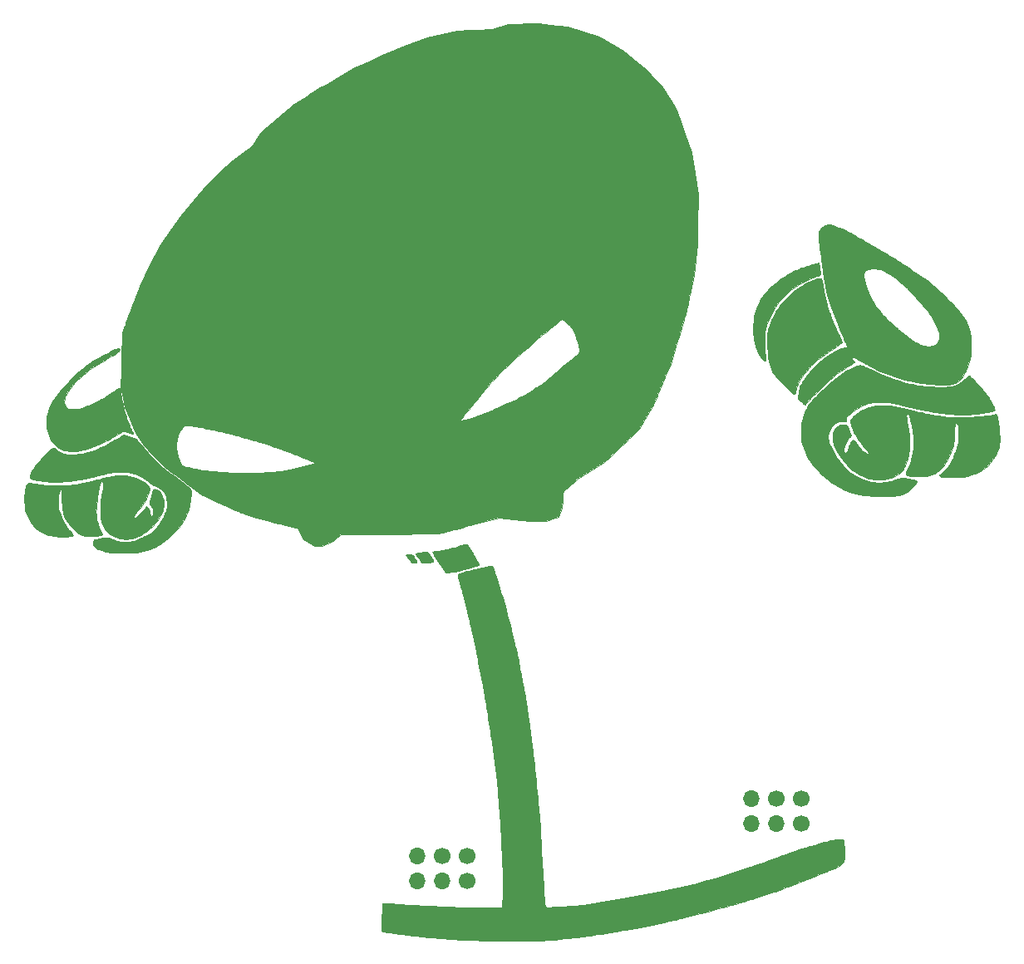
<source format=gbr>
G04 #@! TF.GenerationSoftware,KiCad,Pcbnew,(5.1.2)-1*
G04 #@! TF.CreationDate,2019-06-03T17:34:52+01:00*
G04 #@! TF.ProjectId,Lord Commander,4c6f7264-2043-46f6-9d6d-616e6465722e,rev?*
G04 #@! TF.SameCoordinates,Original*
G04 #@! TF.FileFunction,Copper,L1,Top*
G04 #@! TF.FilePolarity,Positive*
%FSLAX46Y46*%
G04 Gerber Fmt 4.6, Leading zero omitted, Abs format (unit mm)*
G04 Created by KiCad (PCBNEW (5.1.2)-1) date 2019-06-03 17:34:52*
%MOMM*%
%LPD*%
G04 APERTURE LIST*
%ADD10C,0.010000*%
%ADD11C,1.700000*%
%ADD12O,1.700000X1.700000*%
G04 APERTURE END LIST*
D10*
G36*
X-2116653Y-8531729D02*
G01*
X-2077812Y-8539049D01*
X-2043762Y-8556072D01*
X-2012293Y-8586745D01*
X-1981194Y-8635014D01*
X-1948256Y-8704826D01*
X-1911268Y-8800127D01*
X-1868019Y-8924863D01*
X-1816300Y-9082982D01*
X-1767685Y-9235078D01*
X-1565664Y-9876595D01*
X-1369203Y-10513610D01*
X-1179273Y-11142665D01*
X-996849Y-11760300D01*
X-822902Y-12363056D01*
X-658405Y-12947472D01*
X-504330Y-13510089D01*
X-361650Y-14047449D01*
X-231337Y-14556091D01*
X-114364Y-15032557D01*
X-11703Y-15473385D01*
X-2309Y-15515166D01*
X72089Y-15845191D01*
X139189Y-16138469D01*
X200122Y-16399738D01*
X256020Y-16633738D01*
X308013Y-16845207D01*
X357232Y-17038884D01*
X401859Y-17208500D01*
X445934Y-17375112D01*
X483498Y-17522454D01*
X516451Y-17659343D01*
X546691Y-17794594D01*
X576121Y-17937026D01*
X606639Y-18095454D01*
X640145Y-18278696D01*
X675547Y-18478500D01*
X721319Y-18737298D01*
X769395Y-19005374D01*
X818806Y-19277550D01*
X868578Y-19548647D01*
X917741Y-19813489D01*
X965324Y-20066895D01*
X1010354Y-20303690D01*
X1051861Y-20518694D01*
X1088873Y-20706729D01*
X1120419Y-20862618D01*
X1142123Y-20965583D01*
X1169657Y-21094420D01*
X1195318Y-21219038D01*
X1219849Y-21343895D01*
X1243994Y-21473447D01*
X1268495Y-21612150D01*
X1294096Y-21764462D01*
X1321539Y-21934839D01*
X1351568Y-22127738D01*
X1384925Y-22347615D01*
X1422353Y-22598928D01*
X1464596Y-22886133D01*
X1480893Y-22997583D01*
X1522458Y-23282528D01*
X1558599Y-23531322D01*
X1590092Y-23749691D01*
X1617712Y-23943361D01*
X1642236Y-24118058D01*
X1664438Y-24279506D01*
X1685095Y-24433434D01*
X1704982Y-24585565D01*
X1724875Y-24741627D01*
X1745549Y-24907344D01*
X1767781Y-25088444D01*
X1792345Y-25290651D01*
X1799173Y-25347083D01*
X1823721Y-25546939D01*
X1850530Y-25759716D01*
X1878235Y-25974949D01*
X1905472Y-26182173D01*
X1930877Y-26370925D01*
X1953084Y-26530738D01*
X1958029Y-26565310D01*
X2008565Y-26928401D01*
X2061219Y-27330319D01*
X2115626Y-27767628D01*
X2171420Y-28236895D01*
X2228235Y-28734686D01*
X2285707Y-29257566D01*
X2343470Y-29802101D01*
X2401159Y-30364857D01*
X2458408Y-30942399D01*
X2514853Y-31531294D01*
X2570126Y-32128106D01*
X2623865Y-32729403D01*
X2667230Y-33231666D01*
X2685646Y-33447752D01*
X2704065Y-33662500D01*
X2721958Y-33869835D01*
X2738798Y-34063686D01*
X2754053Y-34237979D01*
X2767196Y-34386642D01*
X2777699Y-34503600D01*
X2783365Y-34565166D01*
X2804890Y-34816368D01*
X2826112Y-35106376D01*
X2846825Y-35431667D01*
X2866823Y-35788714D01*
X2885901Y-36173990D01*
X2903854Y-36583971D01*
X2910331Y-36745333D01*
X2923170Y-37066372D01*
X2935217Y-37352098D01*
X2946849Y-37609514D01*
X2958440Y-37845624D01*
X2970364Y-38067431D01*
X2982996Y-38281939D01*
X2996710Y-38496152D01*
X3011882Y-38717073D01*
X3026950Y-38925500D01*
X3044103Y-39161802D01*
X3060574Y-39396536D01*
X3076706Y-39635163D01*
X3092841Y-39883148D01*
X3109321Y-40145951D01*
X3126489Y-40429037D01*
X3144687Y-40737868D01*
X3164257Y-41077907D01*
X3185543Y-41454616D01*
X3186153Y-41465500D01*
X3204924Y-41790379D01*
X3222611Y-42075293D01*
X3239413Y-42322593D01*
X3255526Y-42534627D01*
X3271145Y-42713746D01*
X3286469Y-42862297D01*
X3301692Y-42982632D01*
X3317013Y-43077100D01*
X3323823Y-43111019D01*
X3347677Y-43190473D01*
X3383681Y-43249400D01*
X3436985Y-43289710D01*
X3512740Y-43313316D01*
X3616096Y-43322131D01*
X3752204Y-43318065D01*
X3858784Y-43309595D01*
X3971560Y-43300127D01*
X4119109Y-43289275D01*
X4302581Y-43276967D01*
X4523123Y-43263133D01*
X4781887Y-43247702D01*
X5080021Y-43230602D01*
X5418675Y-43211763D01*
X5619750Y-43200790D01*
X5973651Y-43180289D01*
X6292558Y-43158840D01*
X6583811Y-43135687D01*
X6854749Y-43110075D01*
X7112711Y-43081246D01*
X7365036Y-43048445D01*
X7619064Y-43010916D01*
X7882135Y-42967902D01*
X7884584Y-42967485D01*
X8022987Y-42944249D01*
X8194361Y-42916053D01*
X8389826Y-42884327D01*
X8600505Y-42850496D01*
X8817518Y-42815990D01*
X9031986Y-42782234D01*
X9186334Y-42758190D01*
X10224335Y-42594229D01*
X11222445Y-42430146D01*
X12183105Y-42265382D01*
X13108754Y-42099382D01*
X14001834Y-41931586D01*
X14864784Y-41761439D01*
X15700045Y-41588382D01*
X16510057Y-41411858D01*
X17297261Y-41231310D01*
X18064096Y-41046180D01*
X18813003Y-40855912D01*
X19546422Y-40659947D01*
X20266794Y-40457728D01*
X20976559Y-40248697D01*
X21678157Y-40032299D01*
X22374029Y-39807974D01*
X22955250Y-39613237D01*
X23175878Y-39538306D01*
X23425596Y-39453929D01*
X23693265Y-39363841D01*
X23967747Y-39271779D01*
X24237904Y-39181479D01*
X24492597Y-39096679D01*
X24700080Y-39027922D01*
X25157922Y-38875606D01*
X25583247Y-38731841D01*
X25984284Y-38593682D01*
X26369257Y-38458185D01*
X26746395Y-38322406D01*
X27123923Y-38183401D01*
X27510069Y-38038227D01*
X27913060Y-37883939D01*
X28109334Y-37807939D01*
X28533254Y-37650557D01*
X28990143Y-37494577D01*
X29470670Y-37343061D01*
X29961417Y-37200212D01*
X30130621Y-37152672D01*
X30313076Y-37100908D01*
X30496187Y-37048527D01*
X30667361Y-36999137D01*
X30814001Y-36956343D01*
X30850417Y-36945601D01*
X31192893Y-36844846D01*
X31498513Y-36756319D01*
X31770689Y-36679180D01*
X32012831Y-36612589D01*
X32228350Y-36555705D01*
X32420656Y-36507690D01*
X32593160Y-36467703D01*
X32749273Y-36434904D01*
X32892406Y-36408454D01*
X33025968Y-36387513D01*
X33153372Y-36371241D01*
X33205867Y-36365596D01*
X33357208Y-36356715D01*
X33488598Y-36361972D01*
X33593809Y-36380592D01*
X33666615Y-36411800D01*
X33682739Y-36424998D01*
X33702552Y-36450456D01*
X33719348Y-36486815D01*
X33733852Y-36538739D01*
X33746789Y-36610894D01*
X33758886Y-36707944D01*
X33770866Y-36834554D01*
X33783457Y-36995391D01*
X33793438Y-37136916D01*
X33809856Y-37383070D01*
X33822700Y-37591250D01*
X33832051Y-37765655D01*
X33837988Y-37910486D01*
X33840593Y-38029945D01*
X33839947Y-38128231D01*
X33836130Y-38209545D01*
X33829224Y-38278088D01*
X33819308Y-38338059D01*
X33816763Y-38350364D01*
X33773781Y-38511507D01*
X33716498Y-38645189D01*
X33637126Y-38765776D01*
X33527880Y-38887637D01*
X33522850Y-38892669D01*
X33376887Y-39021462D01*
X33208375Y-39137460D01*
X33010297Y-39245036D01*
X32821038Y-39329968D01*
X32725314Y-39369943D01*
X32603369Y-39421097D01*
X32467955Y-39478068D01*
X32331820Y-39535497D01*
X32267295Y-39562781D01*
X32120425Y-39624023D01*
X31937694Y-39698695D01*
X31722868Y-39785338D01*
X31479714Y-39882492D01*
X31211999Y-39988695D01*
X30923490Y-40102490D01*
X30617953Y-40222414D01*
X30299155Y-40347008D01*
X29970863Y-40474812D01*
X29636843Y-40604365D01*
X29300862Y-40734208D01*
X28966686Y-40862881D01*
X28638084Y-40988922D01*
X28318820Y-41110873D01*
X28012662Y-41227272D01*
X27723376Y-41336661D01*
X27454730Y-41437578D01*
X27210489Y-41528563D01*
X26994422Y-41608157D01*
X26934584Y-41629986D01*
X26785772Y-41683189D01*
X26602720Y-41747096D01*
X26391561Y-41819668D01*
X26158422Y-41898864D01*
X25909436Y-41982646D01*
X25650731Y-42068973D01*
X25388439Y-42155805D01*
X25128690Y-42241102D01*
X24877614Y-42322826D01*
X24641342Y-42398935D01*
X24426003Y-42467390D01*
X24288750Y-42510363D01*
X23955129Y-42612332D01*
X23583622Y-42722847D01*
X23177608Y-42840981D01*
X22740460Y-42965808D01*
X22275554Y-43096402D01*
X21786267Y-43231834D01*
X21275973Y-43371180D01*
X20748048Y-43513512D01*
X20205867Y-43657904D01*
X19652808Y-43803429D01*
X19092244Y-43949161D01*
X18527551Y-44094173D01*
X18406672Y-44124978D01*
X18079143Y-44208222D01*
X17785700Y-44282509D01*
X17520282Y-44349281D01*
X17276828Y-44409983D01*
X17049279Y-44466059D01*
X16831573Y-44518952D01*
X16617650Y-44570107D01*
X16401448Y-44620968D01*
X16176908Y-44672979D01*
X15937969Y-44727583D01*
X15678569Y-44786224D01*
X15392649Y-44850347D01*
X15074148Y-44921395D01*
X14919019Y-44955913D01*
X14638739Y-45018081D01*
X14381386Y-45074730D01*
X14142903Y-45126614D01*
X13919232Y-45174491D01*
X13706316Y-45219114D01*
X13500098Y-45261241D01*
X13296520Y-45301625D01*
X13091526Y-45341024D01*
X12881057Y-45380192D01*
X12661056Y-45419885D01*
X12427467Y-45460858D01*
X12176232Y-45503868D01*
X11903293Y-45549669D01*
X11604593Y-45599017D01*
X11276075Y-45652668D01*
X10913681Y-45711377D01*
X10530417Y-45773155D01*
X9997799Y-45858481D01*
X9504719Y-45936660D01*
X9049043Y-46008003D01*
X8628636Y-46072820D01*
X8241365Y-46131423D01*
X7885096Y-46184122D01*
X7557696Y-46231229D01*
X7257030Y-46273054D01*
X6980965Y-46309909D01*
X6727367Y-46342105D01*
X6494101Y-46369952D01*
X6279036Y-46393762D01*
X6254750Y-46396320D01*
X6101281Y-46412620D01*
X5921105Y-46432109D01*
X5729569Y-46453107D01*
X5542020Y-46473931D01*
X5386917Y-46491407D01*
X4836101Y-46549075D01*
X4248009Y-46601172D01*
X3627375Y-46647341D01*
X2978934Y-46687224D01*
X2413000Y-46715754D01*
X2277567Y-46720813D01*
X2104669Y-46725499D01*
X1899171Y-46729788D01*
X1665939Y-46733654D01*
X1409840Y-46737076D01*
X1135739Y-46740027D01*
X848504Y-46742484D01*
X552999Y-46744422D01*
X254091Y-46745818D01*
X-43354Y-46746646D01*
X-334469Y-46746884D01*
X-614390Y-46746506D01*
X-878248Y-46745488D01*
X-1121180Y-46743806D01*
X-1338317Y-46741437D01*
X-1524795Y-46738355D01*
X-1629833Y-46735888D01*
X-2818367Y-46698487D01*
X-3969948Y-46651963D01*
X-5089024Y-46596039D01*
X-6180042Y-46530436D01*
X-7247447Y-46454877D01*
X-8295687Y-46369084D01*
X-9329209Y-46272780D01*
X-9779000Y-46227155D01*
X-10023198Y-46201086D01*
X-10279614Y-46172454D01*
X-10544901Y-46141717D01*
X-10815712Y-46109331D01*
X-11088701Y-46075753D01*
X-11360523Y-46041440D01*
X-11627830Y-46006848D01*
X-11887278Y-45972434D01*
X-12135518Y-45938654D01*
X-12369206Y-45905965D01*
X-12584995Y-45874824D01*
X-12779538Y-45845688D01*
X-12949490Y-45819013D01*
X-13091504Y-45795256D01*
X-13202234Y-45774873D01*
X-13278333Y-45758321D01*
X-13316457Y-45746058D01*
X-13319405Y-45743990D01*
X-13330299Y-45711086D01*
X-13337965Y-45640509D01*
X-13342451Y-45536791D01*
X-13343802Y-45404466D01*
X-13342065Y-45248068D01*
X-13337287Y-45072129D01*
X-13329514Y-44881183D01*
X-13318793Y-44679763D01*
X-13306593Y-44492333D01*
X-13294997Y-44319632D01*
X-13282590Y-44119234D01*
X-13270211Y-43905744D01*
X-13258697Y-43693765D01*
X-13248888Y-43497903D01*
X-13246167Y-43439291D01*
X-13220989Y-42883666D01*
X-13071620Y-42883976D01*
X-12974273Y-42886265D01*
X-12835954Y-42892761D01*
X-12657806Y-42903382D01*
X-12440971Y-42918047D01*
X-12186592Y-42936676D01*
X-11895813Y-42959185D01*
X-11569776Y-42985495D01*
X-11209625Y-43015525D01*
X-11149110Y-43020652D01*
X-10927010Y-43038348D01*
X-10665454Y-43057127D01*
X-10367304Y-43076834D01*
X-10035418Y-43097315D01*
X-9672657Y-43118413D01*
X-9281881Y-43139974D01*
X-8865950Y-43161843D01*
X-8427723Y-43183865D01*
X-7970062Y-43205884D01*
X-7495826Y-43227745D01*
X-7007874Y-43249294D01*
X-6667500Y-43263780D01*
X-6472875Y-43271365D01*
X-6249994Y-43279044D01*
X-6002416Y-43286753D01*
X-5733702Y-43294430D01*
X-5447412Y-43302009D01*
X-5147105Y-43309427D01*
X-4836341Y-43316620D01*
X-4518681Y-43323524D01*
X-4197685Y-43330075D01*
X-3876912Y-43336210D01*
X-3559922Y-43341864D01*
X-3250276Y-43346973D01*
X-2951533Y-43351474D01*
X-2667253Y-43355303D01*
X-2400997Y-43358396D01*
X-2156324Y-43360688D01*
X-1936794Y-43362116D01*
X-1745967Y-43362617D01*
X-1587404Y-43362125D01*
X-1464664Y-43360578D01*
X-1392955Y-43358464D01*
X-1262242Y-43352028D01*
X-1168261Y-43345341D01*
X-1105416Y-43337655D01*
X-1068109Y-43328221D01*
X-1050742Y-43316292D01*
X-1048709Y-43312451D01*
X-1039005Y-43265616D01*
X-1030043Y-43179862D01*
X-1021842Y-43058597D01*
X-1014422Y-42905229D01*
X-1007800Y-42723166D01*
X-1001995Y-42515817D01*
X-997028Y-42286589D01*
X-992915Y-42038890D01*
X-989677Y-41776129D01*
X-987333Y-41501714D01*
X-985900Y-41219053D01*
X-985399Y-40931553D01*
X-985847Y-40642624D01*
X-987263Y-40355673D01*
X-989668Y-40074108D01*
X-993079Y-39801337D01*
X-997515Y-39540768D01*
X-1002995Y-39295810D01*
X-1009538Y-39069871D01*
X-1017163Y-38866358D01*
X-1023367Y-38735000D01*
X-1031376Y-38580606D01*
X-1041118Y-38390754D01*
X-1052248Y-38172269D01*
X-1064420Y-37931973D01*
X-1077292Y-37676692D01*
X-1090517Y-37413250D01*
X-1103752Y-37148471D01*
X-1116652Y-36889178D01*
X-1122207Y-36777083D01*
X-1140899Y-36401752D01*
X-1157976Y-36064354D01*
X-1173701Y-35760527D01*
X-1188338Y-35485913D01*
X-1202153Y-35236152D01*
X-1215410Y-35006884D01*
X-1228373Y-34793749D01*
X-1241306Y-34592388D01*
X-1254474Y-34398441D01*
X-1268141Y-34207548D01*
X-1282571Y-34015350D01*
X-1298029Y-33817487D01*
X-1312805Y-33633833D01*
X-1330523Y-33414310D01*
X-1349952Y-33170524D01*
X-1370105Y-32915074D01*
X-1389993Y-32660561D01*
X-1408629Y-32419587D01*
X-1425025Y-32204751D01*
X-1428992Y-32152166D01*
X-1456662Y-31787369D01*
X-1482074Y-31460006D01*
X-1505722Y-31165270D01*
X-1528102Y-30898352D01*
X-1549709Y-30654444D01*
X-1571037Y-30428736D01*
X-1592581Y-30216419D01*
X-1614836Y-30012687D01*
X-1638296Y-29812729D01*
X-1663457Y-29611737D01*
X-1690813Y-29404902D01*
X-1720859Y-29187417D01*
X-1754090Y-28954472D01*
X-1767678Y-28860750D01*
X-1795470Y-28667758D01*
X-1822800Y-28474298D01*
X-1848672Y-28287682D01*
X-1872091Y-28115224D01*
X-1892061Y-27964236D01*
X-1907588Y-27842031D01*
X-1916055Y-27770666D01*
X-1932490Y-27633583D01*
X-1955372Y-27457349D01*
X-1984308Y-27244591D01*
X-2018909Y-26997935D01*
X-2058782Y-26720008D01*
X-2103537Y-26413436D01*
X-2152782Y-26080847D01*
X-2206128Y-25724867D01*
X-2263181Y-25348122D01*
X-2323552Y-24953239D01*
X-2386849Y-24542845D01*
X-2452682Y-24119566D01*
X-2520658Y-23686030D01*
X-2582607Y-23293916D01*
X-2642040Y-22919478D01*
X-2695477Y-22583831D01*
X-2743428Y-22283940D01*
X-2786408Y-22016765D01*
X-2824927Y-21779269D01*
X-2859499Y-21568415D01*
X-2890635Y-21381165D01*
X-2918849Y-21214481D01*
X-2944652Y-21065326D01*
X-2968556Y-20930661D01*
X-2991075Y-20807450D01*
X-3012721Y-20692655D01*
X-3034005Y-20583237D01*
X-3055440Y-20476160D01*
X-3069380Y-20407915D01*
X-3101769Y-20248951D01*
X-3139888Y-20059420D01*
X-3181553Y-19850337D01*
X-3224578Y-19632721D01*
X-3266778Y-19417590D01*
X-3305966Y-19215961D01*
X-3311446Y-19187583D01*
X-3393194Y-18763731D01*
X-3467551Y-18378277D01*
X-3535188Y-18028059D01*
X-3596779Y-17709917D01*
X-3652998Y-17420691D01*
X-3704518Y-17157219D01*
X-3752011Y-16916342D01*
X-3796151Y-16694898D01*
X-3837611Y-16489727D01*
X-3877065Y-16297669D01*
X-3915185Y-16115562D01*
X-3952645Y-15940246D01*
X-3990118Y-15768561D01*
X-4028277Y-15597345D01*
X-4067796Y-15423439D01*
X-4109347Y-15243681D01*
X-4153604Y-15054912D01*
X-4201239Y-14853969D01*
X-4252927Y-14637694D01*
X-4309340Y-14402924D01*
X-4371152Y-14146500D01*
X-4439035Y-13865261D01*
X-4490391Y-13652500D01*
X-4598088Y-13206996D01*
X-4696837Y-12800253D01*
X-4787279Y-12429798D01*
X-4870058Y-12093157D01*
X-4945816Y-11787859D01*
X-5015194Y-11511429D01*
X-5078835Y-11261397D01*
X-5137381Y-11035289D01*
X-5191475Y-10830633D01*
X-5241758Y-10644956D01*
X-5288873Y-10475785D01*
X-5333463Y-10320647D01*
X-5376168Y-10177071D01*
X-5417632Y-10042583D01*
X-5458497Y-9914711D01*
X-5471728Y-9874250D01*
X-5517373Y-9732411D01*
X-5548905Y-9624445D01*
X-5566761Y-9544472D01*
X-5571380Y-9486610D01*
X-5563198Y-9444978D01*
X-5542654Y-9413696D01*
X-5510185Y-9386883D01*
X-5508104Y-9385450D01*
X-5404039Y-9326383D01*
X-5262264Y-9264753D01*
X-5087213Y-9202014D01*
X-4883318Y-9139616D01*
X-4655012Y-9079013D01*
X-4406728Y-9021656D01*
X-4380524Y-9016060D01*
X-4252107Y-8987902D01*
X-4098340Y-8952727D01*
X-3934844Y-8914190D01*
X-3777234Y-8875945D01*
X-3706691Y-8858371D01*
X-3525033Y-8813525D01*
X-3335533Y-8768361D01*
X-3143481Y-8724002D01*
X-2954169Y-8681573D01*
X-2772886Y-8642198D01*
X-2604922Y-8607002D01*
X-2455568Y-8577108D01*
X-2330114Y-8553642D01*
X-2233849Y-8537727D01*
X-2172065Y-8530488D01*
X-2162496Y-8530166D01*
X-2116653Y-8531729D01*
X-2116653Y-8531729D01*
G37*
X-2116653Y-8531729D02*
X-2077812Y-8539049D01*
X-2043762Y-8556072D01*
X-2012293Y-8586745D01*
X-1981194Y-8635014D01*
X-1948256Y-8704826D01*
X-1911268Y-8800127D01*
X-1868019Y-8924863D01*
X-1816300Y-9082982D01*
X-1767685Y-9235078D01*
X-1565664Y-9876595D01*
X-1369203Y-10513610D01*
X-1179273Y-11142665D01*
X-996849Y-11760300D01*
X-822902Y-12363056D01*
X-658405Y-12947472D01*
X-504330Y-13510089D01*
X-361650Y-14047449D01*
X-231337Y-14556091D01*
X-114364Y-15032557D01*
X-11703Y-15473385D01*
X-2309Y-15515166D01*
X72089Y-15845191D01*
X139189Y-16138469D01*
X200122Y-16399738D01*
X256020Y-16633738D01*
X308013Y-16845207D01*
X357232Y-17038884D01*
X401859Y-17208500D01*
X445934Y-17375112D01*
X483498Y-17522454D01*
X516451Y-17659343D01*
X546691Y-17794594D01*
X576121Y-17937026D01*
X606639Y-18095454D01*
X640145Y-18278696D01*
X675547Y-18478500D01*
X721319Y-18737298D01*
X769395Y-19005374D01*
X818806Y-19277550D01*
X868578Y-19548647D01*
X917741Y-19813489D01*
X965324Y-20066895D01*
X1010354Y-20303690D01*
X1051861Y-20518694D01*
X1088873Y-20706729D01*
X1120419Y-20862618D01*
X1142123Y-20965583D01*
X1169657Y-21094420D01*
X1195318Y-21219038D01*
X1219849Y-21343895D01*
X1243994Y-21473447D01*
X1268495Y-21612150D01*
X1294096Y-21764462D01*
X1321539Y-21934839D01*
X1351568Y-22127738D01*
X1384925Y-22347615D01*
X1422353Y-22598928D01*
X1464596Y-22886133D01*
X1480893Y-22997583D01*
X1522458Y-23282528D01*
X1558599Y-23531322D01*
X1590092Y-23749691D01*
X1617712Y-23943361D01*
X1642236Y-24118058D01*
X1664438Y-24279506D01*
X1685095Y-24433434D01*
X1704982Y-24585565D01*
X1724875Y-24741627D01*
X1745549Y-24907344D01*
X1767781Y-25088444D01*
X1792345Y-25290651D01*
X1799173Y-25347083D01*
X1823721Y-25546939D01*
X1850530Y-25759716D01*
X1878235Y-25974949D01*
X1905472Y-26182173D01*
X1930877Y-26370925D01*
X1953084Y-26530738D01*
X1958029Y-26565310D01*
X2008565Y-26928401D01*
X2061219Y-27330319D01*
X2115626Y-27767628D01*
X2171420Y-28236895D01*
X2228235Y-28734686D01*
X2285707Y-29257566D01*
X2343470Y-29802101D01*
X2401159Y-30364857D01*
X2458408Y-30942399D01*
X2514853Y-31531294D01*
X2570126Y-32128106D01*
X2623865Y-32729403D01*
X2667230Y-33231666D01*
X2685646Y-33447752D01*
X2704065Y-33662500D01*
X2721958Y-33869835D01*
X2738798Y-34063686D01*
X2754053Y-34237979D01*
X2767196Y-34386642D01*
X2777699Y-34503600D01*
X2783365Y-34565166D01*
X2804890Y-34816368D01*
X2826112Y-35106376D01*
X2846825Y-35431667D01*
X2866823Y-35788714D01*
X2885901Y-36173990D01*
X2903854Y-36583971D01*
X2910331Y-36745333D01*
X2923170Y-37066372D01*
X2935217Y-37352098D01*
X2946849Y-37609514D01*
X2958440Y-37845624D01*
X2970364Y-38067431D01*
X2982996Y-38281939D01*
X2996710Y-38496152D01*
X3011882Y-38717073D01*
X3026950Y-38925500D01*
X3044103Y-39161802D01*
X3060574Y-39396536D01*
X3076706Y-39635163D01*
X3092841Y-39883148D01*
X3109321Y-40145951D01*
X3126489Y-40429037D01*
X3144687Y-40737868D01*
X3164257Y-41077907D01*
X3185543Y-41454616D01*
X3186153Y-41465500D01*
X3204924Y-41790379D01*
X3222611Y-42075293D01*
X3239413Y-42322593D01*
X3255526Y-42534627D01*
X3271145Y-42713746D01*
X3286469Y-42862297D01*
X3301692Y-42982632D01*
X3317013Y-43077100D01*
X3323823Y-43111019D01*
X3347677Y-43190473D01*
X3383681Y-43249400D01*
X3436985Y-43289710D01*
X3512740Y-43313316D01*
X3616096Y-43322131D01*
X3752204Y-43318065D01*
X3858784Y-43309595D01*
X3971560Y-43300127D01*
X4119109Y-43289275D01*
X4302581Y-43276967D01*
X4523123Y-43263133D01*
X4781887Y-43247702D01*
X5080021Y-43230602D01*
X5418675Y-43211763D01*
X5619750Y-43200790D01*
X5973651Y-43180289D01*
X6292558Y-43158840D01*
X6583811Y-43135687D01*
X6854749Y-43110075D01*
X7112711Y-43081246D01*
X7365036Y-43048445D01*
X7619064Y-43010916D01*
X7882135Y-42967902D01*
X7884584Y-42967485D01*
X8022987Y-42944249D01*
X8194361Y-42916053D01*
X8389826Y-42884327D01*
X8600505Y-42850496D01*
X8817518Y-42815990D01*
X9031986Y-42782234D01*
X9186334Y-42758190D01*
X10224335Y-42594229D01*
X11222445Y-42430146D01*
X12183105Y-42265382D01*
X13108754Y-42099382D01*
X14001834Y-41931586D01*
X14864784Y-41761439D01*
X15700045Y-41588382D01*
X16510057Y-41411858D01*
X17297261Y-41231310D01*
X18064096Y-41046180D01*
X18813003Y-40855912D01*
X19546422Y-40659947D01*
X20266794Y-40457728D01*
X20976559Y-40248697D01*
X21678157Y-40032299D01*
X22374029Y-39807974D01*
X22955250Y-39613237D01*
X23175878Y-39538306D01*
X23425596Y-39453929D01*
X23693265Y-39363841D01*
X23967747Y-39271779D01*
X24237904Y-39181479D01*
X24492597Y-39096679D01*
X24700080Y-39027922D01*
X25157922Y-38875606D01*
X25583247Y-38731841D01*
X25984284Y-38593682D01*
X26369257Y-38458185D01*
X26746395Y-38322406D01*
X27123923Y-38183401D01*
X27510069Y-38038227D01*
X27913060Y-37883939D01*
X28109334Y-37807939D01*
X28533254Y-37650557D01*
X28990143Y-37494577D01*
X29470670Y-37343061D01*
X29961417Y-37200212D01*
X30130621Y-37152672D01*
X30313076Y-37100908D01*
X30496187Y-37048527D01*
X30667361Y-36999137D01*
X30814001Y-36956343D01*
X30850417Y-36945601D01*
X31192893Y-36844846D01*
X31498513Y-36756319D01*
X31770689Y-36679180D01*
X32012831Y-36612589D01*
X32228350Y-36555705D01*
X32420656Y-36507690D01*
X32593160Y-36467703D01*
X32749273Y-36434904D01*
X32892406Y-36408454D01*
X33025968Y-36387513D01*
X33153372Y-36371241D01*
X33205867Y-36365596D01*
X33357208Y-36356715D01*
X33488598Y-36361972D01*
X33593809Y-36380592D01*
X33666615Y-36411800D01*
X33682739Y-36424998D01*
X33702552Y-36450456D01*
X33719348Y-36486815D01*
X33733852Y-36538739D01*
X33746789Y-36610894D01*
X33758886Y-36707944D01*
X33770866Y-36834554D01*
X33783457Y-36995391D01*
X33793438Y-37136916D01*
X33809856Y-37383070D01*
X33822700Y-37591250D01*
X33832051Y-37765655D01*
X33837988Y-37910486D01*
X33840593Y-38029945D01*
X33839947Y-38128231D01*
X33836130Y-38209545D01*
X33829224Y-38278088D01*
X33819308Y-38338059D01*
X33816763Y-38350364D01*
X33773781Y-38511507D01*
X33716498Y-38645189D01*
X33637126Y-38765776D01*
X33527880Y-38887637D01*
X33522850Y-38892669D01*
X33376887Y-39021462D01*
X33208375Y-39137460D01*
X33010297Y-39245036D01*
X32821038Y-39329968D01*
X32725314Y-39369943D01*
X32603369Y-39421097D01*
X32467955Y-39478068D01*
X32331820Y-39535497D01*
X32267295Y-39562781D01*
X32120425Y-39624023D01*
X31937694Y-39698695D01*
X31722868Y-39785338D01*
X31479714Y-39882492D01*
X31211999Y-39988695D01*
X30923490Y-40102490D01*
X30617953Y-40222414D01*
X30299155Y-40347008D01*
X29970863Y-40474812D01*
X29636843Y-40604365D01*
X29300862Y-40734208D01*
X28966686Y-40862881D01*
X28638084Y-40988922D01*
X28318820Y-41110873D01*
X28012662Y-41227272D01*
X27723376Y-41336661D01*
X27454730Y-41437578D01*
X27210489Y-41528563D01*
X26994422Y-41608157D01*
X26934584Y-41629986D01*
X26785772Y-41683189D01*
X26602720Y-41747096D01*
X26391561Y-41819668D01*
X26158422Y-41898864D01*
X25909436Y-41982646D01*
X25650731Y-42068973D01*
X25388439Y-42155805D01*
X25128690Y-42241102D01*
X24877614Y-42322826D01*
X24641342Y-42398935D01*
X24426003Y-42467390D01*
X24288750Y-42510363D01*
X23955129Y-42612332D01*
X23583622Y-42722847D01*
X23177608Y-42840981D01*
X22740460Y-42965808D01*
X22275554Y-43096402D01*
X21786267Y-43231834D01*
X21275973Y-43371180D01*
X20748048Y-43513512D01*
X20205867Y-43657904D01*
X19652808Y-43803429D01*
X19092244Y-43949161D01*
X18527551Y-44094173D01*
X18406672Y-44124978D01*
X18079143Y-44208222D01*
X17785700Y-44282509D01*
X17520282Y-44349281D01*
X17276828Y-44409983D01*
X17049279Y-44466059D01*
X16831573Y-44518952D01*
X16617650Y-44570107D01*
X16401448Y-44620968D01*
X16176908Y-44672979D01*
X15937969Y-44727583D01*
X15678569Y-44786224D01*
X15392649Y-44850347D01*
X15074148Y-44921395D01*
X14919019Y-44955913D01*
X14638739Y-45018081D01*
X14381386Y-45074730D01*
X14142903Y-45126614D01*
X13919232Y-45174491D01*
X13706316Y-45219114D01*
X13500098Y-45261241D01*
X13296520Y-45301625D01*
X13091526Y-45341024D01*
X12881057Y-45380192D01*
X12661056Y-45419885D01*
X12427467Y-45460858D01*
X12176232Y-45503868D01*
X11903293Y-45549669D01*
X11604593Y-45599017D01*
X11276075Y-45652668D01*
X10913681Y-45711377D01*
X10530417Y-45773155D01*
X9997799Y-45858481D01*
X9504719Y-45936660D01*
X9049043Y-46008003D01*
X8628636Y-46072820D01*
X8241365Y-46131423D01*
X7885096Y-46184122D01*
X7557696Y-46231229D01*
X7257030Y-46273054D01*
X6980965Y-46309909D01*
X6727367Y-46342105D01*
X6494101Y-46369952D01*
X6279036Y-46393762D01*
X6254750Y-46396320D01*
X6101281Y-46412620D01*
X5921105Y-46432109D01*
X5729569Y-46453107D01*
X5542020Y-46473931D01*
X5386917Y-46491407D01*
X4836101Y-46549075D01*
X4248009Y-46601172D01*
X3627375Y-46647341D01*
X2978934Y-46687224D01*
X2413000Y-46715754D01*
X2277567Y-46720813D01*
X2104669Y-46725499D01*
X1899171Y-46729788D01*
X1665939Y-46733654D01*
X1409840Y-46737076D01*
X1135739Y-46740027D01*
X848504Y-46742484D01*
X552999Y-46744422D01*
X254091Y-46745818D01*
X-43354Y-46746646D01*
X-334469Y-46746884D01*
X-614390Y-46746506D01*
X-878248Y-46745488D01*
X-1121180Y-46743806D01*
X-1338317Y-46741437D01*
X-1524795Y-46738355D01*
X-1629833Y-46735888D01*
X-2818367Y-46698487D01*
X-3969948Y-46651963D01*
X-5089024Y-46596039D01*
X-6180042Y-46530436D01*
X-7247447Y-46454877D01*
X-8295687Y-46369084D01*
X-9329209Y-46272780D01*
X-9779000Y-46227155D01*
X-10023198Y-46201086D01*
X-10279614Y-46172454D01*
X-10544901Y-46141717D01*
X-10815712Y-46109331D01*
X-11088701Y-46075753D01*
X-11360523Y-46041440D01*
X-11627830Y-46006848D01*
X-11887278Y-45972434D01*
X-12135518Y-45938654D01*
X-12369206Y-45905965D01*
X-12584995Y-45874824D01*
X-12779538Y-45845688D01*
X-12949490Y-45819013D01*
X-13091504Y-45795256D01*
X-13202234Y-45774873D01*
X-13278333Y-45758321D01*
X-13316457Y-45746058D01*
X-13319405Y-45743990D01*
X-13330299Y-45711086D01*
X-13337965Y-45640509D01*
X-13342451Y-45536791D01*
X-13343802Y-45404466D01*
X-13342065Y-45248068D01*
X-13337287Y-45072129D01*
X-13329514Y-44881183D01*
X-13318793Y-44679763D01*
X-13306593Y-44492333D01*
X-13294997Y-44319632D01*
X-13282590Y-44119234D01*
X-13270211Y-43905744D01*
X-13258697Y-43693765D01*
X-13248888Y-43497903D01*
X-13246167Y-43439291D01*
X-13220989Y-42883666D01*
X-13071620Y-42883976D01*
X-12974273Y-42886265D01*
X-12835954Y-42892761D01*
X-12657806Y-42903382D01*
X-12440971Y-42918047D01*
X-12186592Y-42936676D01*
X-11895813Y-42959185D01*
X-11569776Y-42985495D01*
X-11209625Y-43015525D01*
X-11149110Y-43020652D01*
X-10927010Y-43038348D01*
X-10665454Y-43057127D01*
X-10367304Y-43076834D01*
X-10035418Y-43097315D01*
X-9672657Y-43118413D01*
X-9281881Y-43139974D01*
X-8865950Y-43161843D01*
X-8427723Y-43183865D01*
X-7970062Y-43205884D01*
X-7495826Y-43227745D01*
X-7007874Y-43249294D01*
X-6667500Y-43263780D01*
X-6472875Y-43271365D01*
X-6249994Y-43279044D01*
X-6002416Y-43286753D01*
X-5733702Y-43294430D01*
X-5447412Y-43302009D01*
X-5147105Y-43309427D01*
X-4836341Y-43316620D01*
X-4518681Y-43323524D01*
X-4197685Y-43330075D01*
X-3876912Y-43336210D01*
X-3559922Y-43341864D01*
X-3250276Y-43346973D01*
X-2951533Y-43351474D01*
X-2667253Y-43355303D01*
X-2400997Y-43358396D01*
X-2156324Y-43360688D01*
X-1936794Y-43362116D01*
X-1745967Y-43362617D01*
X-1587404Y-43362125D01*
X-1464664Y-43360578D01*
X-1392955Y-43358464D01*
X-1262242Y-43352028D01*
X-1168261Y-43345341D01*
X-1105416Y-43337655D01*
X-1068109Y-43328221D01*
X-1050742Y-43316292D01*
X-1048709Y-43312451D01*
X-1039005Y-43265616D01*
X-1030043Y-43179862D01*
X-1021842Y-43058597D01*
X-1014422Y-42905229D01*
X-1007800Y-42723166D01*
X-1001995Y-42515817D01*
X-997028Y-42286589D01*
X-992915Y-42038890D01*
X-989677Y-41776129D01*
X-987333Y-41501714D01*
X-985900Y-41219053D01*
X-985399Y-40931553D01*
X-985847Y-40642624D01*
X-987263Y-40355673D01*
X-989668Y-40074108D01*
X-993079Y-39801337D01*
X-997515Y-39540768D01*
X-1002995Y-39295810D01*
X-1009538Y-39069871D01*
X-1017163Y-38866358D01*
X-1023367Y-38735000D01*
X-1031376Y-38580606D01*
X-1041118Y-38390754D01*
X-1052248Y-38172269D01*
X-1064420Y-37931973D01*
X-1077292Y-37676692D01*
X-1090517Y-37413250D01*
X-1103752Y-37148471D01*
X-1116652Y-36889178D01*
X-1122207Y-36777083D01*
X-1140899Y-36401752D01*
X-1157976Y-36064354D01*
X-1173701Y-35760527D01*
X-1188338Y-35485913D01*
X-1202153Y-35236152D01*
X-1215410Y-35006884D01*
X-1228373Y-34793749D01*
X-1241306Y-34592388D01*
X-1254474Y-34398441D01*
X-1268141Y-34207548D01*
X-1282571Y-34015350D01*
X-1298029Y-33817487D01*
X-1312805Y-33633833D01*
X-1330523Y-33414310D01*
X-1349952Y-33170524D01*
X-1370105Y-32915074D01*
X-1389993Y-32660561D01*
X-1408629Y-32419587D01*
X-1425025Y-32204751D01*
X-1428992Y-32152166D01*
X-1456662Y-31787369D01*
X-1482074Y-31460006D01*
X-1505722Y-31165270D01*
X-1528102Y-30898352D01*
X-1549709Y-30654444D01*
X-1571037Y-30428736D01*
X-1592581Y-30216419D01*
X-1614836Y-30012687D01*
X-1638296Y-29812729D01*
X-1663457Y-29611737D01*
X-1690813Y-29404902D01*
X-1720859Y-29187417D01*
X-1754090Y-28954472D01*
X-1767678Y-28860750D01*
X-1795470Y-28667758D01*
X-1822800Y-28474298D01*
X-1848672Y-28287682D01*
X-1872091Y-28115224D01*
X-1892061Y-27964236D01*
X-1907588Y-27842031D01*
X-1916055Y-27770666D01*
X-1932490Y-27633583D01*
X-1955372Y-27457349D01*
X-1984308Y-27244591D01*
X-2018909Y-26997935D01*
X-2058782Y-26720008D01*
X-2103537Y-26413436D01*
X-2152782Y-26080847D01*
X-2206128Y-25724867D01*
X-2263181Y-25348122D01*
X-2323552Y-24953239D01*
X-2386849Y-24542845D01*
X-2452682Y-24119566D01*
X-2520658Y-23686030D01*
X-2582607Y-23293916D01*
X-2642040Y-22919478D01*
X-2695477Y-22583831D01*
X-2743428Y-22283940D01*
X-2786408Y-22016765D01*
X-2824927Y-21779269D01*
X-2859499Y-21568415D01*
X-2890635Y-21381165D01*
X-2918849Y-21214481D01*
X-2944652Y-21065326D01*
X-2968556Y-20930661D01*
X-2991075Y-20807450D01*
X-3012721Y-20692655D01*
X-3034005Y-20583237D01*
X-3055440Y-20476160D01*
X-3069380Y-20407915D01*
X-3101769Y-20248951D01*
X-3139888Y-20059420D01*
X-3181553Y-19850337D01*
X-3224578Y-19632721D01*
X-3266778Y-19417590D01*
X-3305966Y-19215961D01*
X-3311446Y-19187583D01*
X-3393194Y-18763731D01*
X-3467551Y-18378277D01*
X-3535188Y-18028059D01*
X-3596779Y-17709917D01*
X-3652998Y-17420691D01*
X-3704518Y-17157219D01*
X-3752011Y-16916342D01*
X-3796151Y-16694898D01*
X-3837611Y-16489727D01*
X-3877065Y-16297669D01*
X-3915185Y-16115562D01*
X-3952645Y-15940246D01*
X-3990118Y-15768561D01*
X-4028277Y-15597345D01*
X-4067796Y-15423439D01*
X-4109347Y-15243681D01*
X-4153604Y-15054912D01*
X-4201239Y-14853969D01*
X-4252927Y-14637694D01*
X-4309340Y-14402924D01*
X-4371152Y-14146500D01*
X-4439035Y-13865261D01*
X-4490391Y-13652500D01*
X-4598088Y-13206996D01*
X-4696837Y-12800253D01*
X-4787279Y-12429798D01*
X-4870058Y-12093157D01*
X-4945816Y-11787859D01*
X-5015194Y-11511429D01*
X-5078835Y-11261397D01*
X-5137381Y-11035289D01*
X-5191475Y-10830633D01*
X-5241758Y-10644956D01*
X-5288873Y-10475785D01*
X-5333463Y-10320647D01*
X-5376168Y-10177071D01*
X-5417632Y-10042583D01*
X-5458497Y-9914711D01*
X-5471728Y-9874250D01*
X-5517373Y-9732411D01*
X-5548905Y-9624445D01*
X-5566761Y-9544472D01*
X-5571380Y-9486610D01*
X-5563198Y-9444978D01*
X-5542654Y-9413696D01*
X-5510185Y-9386883D01*
X-5508104Y-9385450D01*
X-5404039Y-9326383D01*
X-5262264Y-9264753D01*
X-5087213Y-9202014D01*
X-4883318Y-9139616D01*
X-4655012Y-9079013D01*
X-4406728Y-9021656D01*
X-4380524Y-9016060D01*
X-4252107Y-8987902D01*
X-4098340Y-8952727D01*
X-3934844Y-8914190D01*
X-3777234Y-8875945D01*
X-3706691Y-8858371D01*
X-3525033Y-8813525D01*
X-3335533Y-8768361D01*
X-3143481Y-8724002D01*
X-2954169Y-8681573D01*
X-2772886Y-8642198D01*
X-2604922Y-8607002D01*
X-2455568Y-8577108D01*
X-2330114Y-8553642D01*
X-2233849Y-8537727D01*
X-2172065Y-8530488D01*
X-2162496Y-8530166D01*
X-2116653Y-8531729D01*
G36*
X-4629057Y-6337428D02*
G01*
X-4542182Y-6401835D01*
X-4513753Y-6435129D01*
X-4482443Y-6481178D01*
X-4440877Y-6548930D01*
X-4403193Y-6614583D01*
X-4374569Y-6664700D01*
X-4327458Y-6745370D01*
X-4265232Y-6850892D01*
X-4191268Y-6975569D01*
X-4108941Y-7113701D01*
X-4021625Y-7259590D01*
X-3989517Y-7313083D01*
X-3897724Y-7466764D01*
X-3806796Y-7620597D01*
X-3720768Y-7767638D01*
X-3643675Y-7900945D01*
X-3579551Y-8013573D01*
X-3532430Y-8098579D01*
X-3524329Y-8113667D01*
X-3472488Y-8213077D01*
X-3439202Y-8283173D01*
X-3421844Y-8331293D01*
X-3417791Y-8364778D01*
X-3424418Y-8390967D01*
X-3424834Y-8391892D01*
X-3454783Y-8424953D01*
X-3510950Y-8464967D01*
X-3579796Y-8504345D01*
X-3647782Y-8535496D01*
X-3701368Y-8550832D01*
X-3709259Y-8551333D01*
X-3751221Y-8557133D01*
X-3827671Y-8573460D01*
X-3932540Y-8598704D01*
X-4059761Y-8631255D01*
X-4203266Y-8669501D01*
X-4356986Y-8711835D01*
X-4514853Y-8756644D01*
X-4670800Y-8802319D01*
X-4783666Y-8836426D01*
X-4993851Y-8900511D01*
X-5169527Y-8953026D01*
X-5316450Y-8995476D01*
X-5440375Y-9029364D01*
X-5547057Y-9056196D01*
X-5642252Y-9077476D01*
X-5731714Y-9094709D01*
X-5821200Y-9109400D01*
X-5836627Y-9111723D01*
X-5920553Y-9123100D01*
X-6029996Y-9136312D01*
X-6156368Y-9150493D01*
X-6291078Y-9164775D01*
X-6425538Y-9178292D01*
X-6551159Y-9190177D01*
X-6659349Y-9199564D01*
X-6741520Y-9205586D01*
X-6784997Y-9207414D01*
X-6814216Y-9196017D01*
X-6849304Y-9158299D01*
X-6894513Y-9089132D01*
X-6920943Y-9043458D01*
X-7119639Y-8720425D01*
X-7333685Y-8427263D01*
X-7387931Y-8360833D01*
X-7567212Y-8129945D01*
X-7733039Y-7884570D01*
X-7875284Y-7640019D01*
X-7912852Y-7567083D01*
X-7953994Y-7482263D01*
X-7997842Y-7388255D01*
X-8040641Y-7293575D01*
X-8078635Y-7206741D01*
X-8108070Y-7136268D01*
X-8125190Y-7090674D01*
X-8128000Y-7079113D01*
X-8108014Y-7069056D01*
X-8052292Y-7055581D01*
X-7967189Y-7039801D01*
X-7859059Y-7022829D01*
X-7734257Y-7005778D01*
X-7651750Y-6995708D01*
X-7439495Y-6969329D01*
X-7239592Y-6940671D01*
X-7044540Y-6908207D01*
X-6846840Y-6870411D01*
X-6638993Y-6825756D01*
X-6413498Y-6772717D01*
X-6162857Y-6709766D01*
X-5879569Y-6635378D01*
X-5873750Y-6633825D01*
X-5634816Y-6568734D01*
X-5432817Y-6510783D01*
X-5263225Y-6458574D01*
X-5121510Y-6410709D01*
X-5003145Y-6365791D01*
X-4996976Y-6363277D01*
X-4854444Y-6318448D01*
X-4732474Y-6309732D01*
X-4629057Y-6337428D01*
X-4629057Y-6337428D01*
G37*
X-4629057Y-6337428D02*
X-4542182Y-6401835D01*
X-4513753Y-6435129D01*
X-4482443Y-6481178D01*
X-4440877Y-6548930D01*
X-4403193Y-6614583D01*
X-4374569Y-6664700D01*
X-4327458Y-6745370D01*
X-4265232Y-6850892D01*
X-4191268Y-6975569D01*
X-4108941Y-7113701D01*
X-4021625Y-7259590D01*
X-3989517Y-7313083D01*
X-3897724Y-7466764D01*
X-3806796Y-7620597D01*
X-3720768Y-7767638D01*
X-3643675Y-7900945D01*
X-3579551Y-8013573D01*
X-3532430Y-8098579D01*
X-3524329Y-8113667D01*
X-3472488Y-8213077D01*
X-3439202Y-8283173D01*
X-3421844Y-8331293D01*
X-3417791Y-8364778D01*
X-3424418Y-8390967D01*
X-3424834Y-8391892D01*
X-3454783Y-8424953D01*
X-3510950Y-8464967D01*
X-3579796Y-8504345D01*
X-3647782Y-8535496D01*
X-3701368Y-8550832D01*
X-3709259Y-8551333D01*
X-3751221Y-8557133D01*
X-3827671Y-8573460D01*
X-3932540Y-8598704D01*
X-4059761Y-8631255D01*
X-4203266Y-8669501D01*
X-4356986Y-8711835D01*
X-4514853Y-8756644D01*
X-4670800Y-8802319D01*
X-4783666Y-8836426D01*
X-4993851Y-8900511D01*
X-5169527Y-8953026D01*
X-5316450Y-8995476D01*
X-5440375Y-9029364D01*
X-5547057Y-9056196D01*
X-5642252Y-9077476D01*
X-5731714Y-9094709D01*
X-5821200Y-9109400D01*
X-5836627Y-9111723D01*
X-5920553Y-9123100D01*
X-6029996Y-9136312D01*
X-6156368Y-9150493D01*
X-6291078Y-9164775D01*
X-6425538Y-9178292D01*
X-6551159Y-9190177D01*
X-6659349Y-9199564D01*
X-6741520Y-9205586D01*
X-6784997Y-9207414D01*
X-6814216Y-9196017D01*
X-6849304Y-9158299D01*
X-6894513Y-9089132D01*
X-6920943Y-9043458D01*
X-7119639Y-8720425D01*
X-7333685Y-8427263D01*
X-7387931Y-8360833D01*
X-7567212Y-8129945D01*
X-7733039Y-7884570D01*
X-7875284Y-7640019D01*
X-7912852Y-7567083D01*
X-7953994Y-7482263D01*
X-7997842Y-7388255D01*
X-8040641Y-7293575D01*
X-8078635Y-7206741D01*
X-8108070Y-7136268D01*
X-8125190Y-7090674D01*
X-8128000Y-7079113D01*
X-8108014Y-7069056D01*
X-8052292Y-7055581D01*
X-7967189Y-7039801D01*
X-7859059Y-7022829D01*
X-7734257Y-7005778D01*
X-7651750Y-6995708D01*
X-7439495Y-6969329D01*
X-7239592Y-6940671D01*
X-7044540Y-6908207D01*
X-6846840Y-6870411D01*
X-6638993Y-6825756D01*
X-6413498Y-6772717D01*
X-6162857Y-6709766D01*
X-5879569Y-6635378D01*
X-5873750Y-6633825D01*
X-5634816Y-6568734D01*
X-5432817Y-6510783D01*
X-5263225Y-6458574D01*
X-5121510Y-6410709D01*
X-5003145Y-6365791D01*
X-4996976Y-6363277D01*
X-4854444Y-6318448D01*
X-4732474Y-6309732D01*
X-4629057Y-6337428D01*
G36*
X-10380478Y-7368933D02*
G01*
X-10310553Y-7373696D01*
X-10300177Y-7375087D01*
X-10235405Y-7391636D01*
X-10175998Y-7423832D01*
X-10117191Y-7476564D01*
X-10054220Y-7554722D01*
X-9982322Y-7663192D01*
X-9922420Y-7762690D01*
X-9848538Y-7889829D01*
X-9794745Y-7985914D01*
X-9758940Y-8055941D01*
X-9739018Y-8104906D01*
X-9732879Y-8137806D01*
X-9738419Y-8159636D01*
X-9749928Y-8172555D01*
X-9787610Y-8186494D01*
X-9855472Y-8197116D01*
X-9941450Y-8203869D01*
X-10033480Y-8206204D01*
X-10119500Y-8203566D01*
X-10187445Y-8195407D01*
X-10197908Y-8193037D01*
X-10243074Y-8178155D01*
X-10284842Y-8154514D01*
X-10330007Y-8116148D01*
X-10385362Y-8057090D01*
X-10457698Y-7971373D01*
X-10476780Y-7948083D01*
X-10559169Y-7844067D01*
X-10637682Y-7739257D01*
X-10708536Y-7639338D01*
X-10767944Y-7549993D01*
X-10812122Y-7476905D01*
X-10837285Y-7425757D01*
X-10840053Y-7402586D01*
X-10809731Y-7392169D01*
X-10747290Y-7382981D01*
X-10662936Y-7375544D01*
X-10566878Y-7370377D01*
X-10469323Y-7368000D01*
X-10380478Y-7368933D01*
X-10380478Y-7368933D01*
G37*
X-10380478Y-7368933D02*
X-10310553Y-7373696D01*
X-10300177Y-7375087D01*
X-10235405Y-7391636D01*
X-10175998Y-7423832D01*
X-10117191Y-7476564D01*
X-10054220Y-7554722D01*
X-9982322Y-7663192D01*
X-9922420Y-7762690D01*
X-9848538Y-7889829D01*
X-9794745Y-7985914D01*
X-9758940Y-8055941D01*
X-9739018Y-8104906D01*
X-9732879Y-8137806D01*
X-9738419Y-8159636D01*
X-9749928Y-8172555D01*
X-9787610Y-8186494D01*
X-9855472Y-8197116D01*
X-9941450Y-8203869D01*
X-10033480Y-8206204D01*
X-10119500Y-8203566D01*
X-10187445Y-8195407D01*
X-10197908Y-8193037D01*
X-10243074Y-8178155D01*
X-10284842Y-8154514D01*
X-10330007Y-8116148D01*
X-10385362Y-8057090D01*
X-10457698Y-7971373D01*
X-10476780Y-7948083D01*
X-10559169Y-7844067D01*
X-10637682Y-7739257D01*
X-10708536Y-7639338D01*
X-10767944Y-7549993D01*
X-10812122Y-7476905D01*
X-10837285Y-7425757D01*
X-10840053Y-7402586D01*
X-10809731Y-7392169D01*
X-10747290Y-7382981D01*
X-10662936Y-7375544D01*
X-10566878Y-7370377D01*
X-10469323Y-7368000D01*
X-10380478Y-7368933D01*
G36*
X-8708550Y-7079851D02*
G01*
X-8663652Y-7102057D01*
X-8619931Y-7138339D01*
X-8569732Y-7189630D01*
X-8487372Y-7283910D01*
X-8397992Y-7398532D01*
X-8307630Y-7524490D01*
X-8222323Y-7652778D01*
X-8148109Y-7774391D01*
X-8091025Y-7880322D01*
X-8062002Y-7947020D01*
X-8045552Y-7999857D01*
X-8049230Y-8032506D01*
X-8077404Y-8064069D01*
X-8091592Y-8076446D01*
X-8146642Y-8115820D01*
X-8213003Y-8146328D01*
X-8296603Y-8169110D01*
X-8403368Y-8185305D01*
X-8539225Y-8196051D01*
X-8710100Y-8202486D01*
X-8752416Y-8203426D01*
X-8880334Y-8204933D01*
X-8998132Y-8204361D01*
X-9097402Y-8201902D01*
X-9169739Y-8197748D01*
X-9203282Y-8193153D01*
X-9247842Y-8181456D01*
X-9274249Y-8168605D01*
X-9294147Y-8143715D01*
X-9319183Y-8095905D01*
X-9329635Y-8075069D01*
X-9358674Y-8026603D01*
X-9407755Y-7954255D01*
X-9470436Y-7867170D01*
X-9540276Y-7774492D01*
X-9552653Y-7758508D01*
X-9662870Y-7613288D01*
X-9749218Y-7491967D01*
X-9810623Y-7396255D01*
X-9846016Y-7327863D01*
X-9854325Y-7288501D01*
X-9850998Y-7282228D01*
X-9818692Y-7266956D01*
X-9751541Y-7246210D01*
X-9656445Y-7221555D01*
X-9540304Y-7194557D01*
X-9410016Y-7166779D01*
X-9272482Y-7139787D01*
X-9134600Y-7115145D01*
X-9062226Y-7103335D01*
X-8931462Y-7083461D01*
X-8834339Y-7071975D01*
X-8762740Y-7070297D01*
X-8708550Y-7079851D01*
X-8708550Y-7079851D01*
G37*
X-8708550Y-7079851D02*
X-8663652Y-7102057D01*
X-8619931Y-7138339D01*
X-8569732Y-7189630D01*
X-8487372Y-7283910D01*
X-8397992Y-7398532D01*
X-8307630Y-7524490D01*
X-8222323Y-7652778D01*
X-8148109Y-7774391D01*
X-8091025Y-7880322D01*
X-8062002Y-7947020D01*
X-8045552Y-7999857D01*
X-8049230Y-8032506D01*
X-8077404Y-8064069D01*
X-8091592Y-8076446D01*
X-8146642Y-8115820D01*
X-8213003Y-8146328D01*
X-8296603Y-8169110D01*
X-8403368Y-8185305D01*
X-8539225Y-8196051D01*
X-8710100Y-8202486D01*
X-8752416Y-8203426D01*
X-8880334Y-8204933D01*
X-8998132Y-8204361D01*
X-9097402Y-8201902D01*
X-9169739Y-8197748D01*
X-9203282Y-8193153D01*
X-9247842Y-8181456D01*
X-9274249Y-8168605D01*
X-9294147Y-8143715D01*
X-9319183Y-8095905D01*
X-9329635Y-8075069D01*
X-9358674Y-8026603D01*
X-9407755Y-7954255D01*
X-9470436Y-7867170D01*
X-9540276Y-7774492D01*
X-9552653Y-7758508D01*
X-9662870Y-7613288D01*
X-9749218Y-7491967D01*
X-9810623Y-7396255D01*
X-9846016Y-7327863D01*
X-9854325Y-7288501D01*
X-9850998Y-7282228D01*
X-9818692Y-7266956D01*
X-9751541Y-7246210D01*
X-9656445Y-7221555D01*
X-9540304Y-7194557D01*
X-9410016Y-7166779D01*
X-9272482Y-7139787D01*
X-9134600Y-7115145D01*
X-9062226Y-7103335D01*
X-8931462Y-7083461D01*
X-8834339Y-7071975D01*
X-8762740Y-7070297D01*
X-8708550Y-7079851D01*
G36*
X-39550094Y4819525D02*
G01*
X-39481654Y4801581D01*
X-39387201Y4774392D01*
X-39273754Y4740179D01*
X-39148337Y4701166D01*
X-39017971Y4659575D01*
X-38889677Y4617630D01*
X-38770479Y4577552D01*
X-38667396Y4541565D01*
X-38587452Y4511892D01*
X-38565666Y4503174D01*
X-38467392Y4461421D01*
X-38388033Y4423078D01*
X-38320687Y4382425D01*
X-38258449Y4333742D01*
X-38194415Y4271308D01*
X-38121679Y4189403D01*
X-38033339Y4082308D01*
X-37984483Y4021667D01*
X-37832557Y3836900D01*
X-37654678Y3628294D01*
X-37455640Y3401108D01*
X-37240238Y3160600D01*
X-37013267Y2912029D01*
X-36779521Y2660654D01*
X-36543796Y2411733D01*
X-36310885Y2170526D01*
X-36120916Y1977714D01*
X-35975528Y1832616D01*
X-35854388Y1714140D01*
X-35752765Y1618048D01*
X-35665931Y1540100D01*
X-35589157Y1476056D01*
X-35517712Y1421677D01*
X-35446868Y1372724D01*
X-35443583Y1370557D01*
X-35358822Y1312261D01*
X-35250783Y1234192D01*
X-35128938Y1143407D01*
X-35002756Y1046962D01*
X-34882666Y952675D01*
X-34503655Y656524D01*
X-34096659Y349963D01*
X-33671964Y40676D01*
X-33464500Y-106737D01*
X-33269797Y-247341D01*
X-33110368Y-370102D01*
X-32984048Y-476941D01*
X-32888673Y-569780D01*
X-32822080Y-650539D01*
X-32788585Y-706672D01*
X-32763550Y-776333D01*
X-32742543Y-865537D01*
X-32732852Y-931333D01*
X-32728830Y-1029258D01*
X-32732091Y-1159909D01*
X-32741919Y-1314439D01*
X-32757593Y-1484005D01*
X-32778396Y-1659760D01*
X-32803609Y-1832861D01*
X-32808496Y-1862666D01*
X-32828810Y-1986514D01*
X-32852123Y-2132045D01*
X-32875226Y-2279064D01*
X-32891018Y-2381685D01*
X-32954050Y-2684132D01*
X-33052359Y-3000885D01*
X-33183603Y-3326833D01*
X-33345440Y-3656868D01*
X-33535529Y-3985878D01*
X-33751528Y-4308753D01*
X-33811872Y-4391374D01*
X-33980676Y-4607908D01*
X-34169306Y-4831559D01*
X-34371173Y-5055528D01*
X-34579686Y-5273018D01*
X-34788257Y-5477231D01*
X-34990295Y-5661369D01*
X-35179210Y-5818636D01*
X-35242729Y-5867357D01*
X-35405937Y-5986681D01*
X-35577298Y-6107251D01*
X-35749526Y-6224265D01*
X-35915335Y-6332922D01*
X-36067441Y-6428420D01*
X-36198558Y-6505956D01*
X-36273397Y-6546688D01*
X-36573197Y-6686888D01*
X-36904165Y-6815462D01*
X-37256017Y-6929383D01*
X-37618471Y-7025623D01*
X-37981244Y-7101158D01*
X-38332833Y-7152821D01*
X-38552061Y-7173430D01*
X-38804824Y-7189924D01*
X-39082505Y-7202136D01*
X-39376491Y-7209898D01*
X-39678167Y-7213041D01*
X-39978917Y-7211397D01*
X-40270128Y-7204796D01*
X-40502416Y-7195230D01*
X-40635579Y-7187378D01*
X-40773994Y-7177419D01*
X-40902674Y-7166538D01*
X-41006631Y-7155922D01*
X-41021000Y-7154200D01*
X-41213354Y-7123455D01*
X-41421189Y-7078039D01*
X-41634792Y-7020981D01*
X-41844451Y-6955309D01*
X-42040453Y-6884051D01*
X-42213086Y-6810237D01*
X-42345271Y-6741288D01*
X-42442806Y-6674696D01*
X-42533111Y-6596877D01*
X-42608239Y-6516146D01*
X-42660243Y-6440818D01*
X-42679579Y-6391478D01*
X-42690952Y-6298254D01*
X-42692494Y-6192690D01*
X-42685350Y-6085888D01*
X-42670666Y-5988948D01*
X-42649587Y-5912971D01*
X-42625920Y-5871515D01*
X-42597771Y-5859521D01*
X-42533274Y-5840839D01*
X-42437661Y-5816727D01*
X-42316166Y-5788443D01*
X-42174021Y-5757244D01*
X-42016458Y-5724388D01*
X-41999519Y-5720951D01*
X-41814477Y-5683615D01*
X-41664552Y-5654587D01*
X-41543317Y-5634036D01*
X-41444347Y-5622129D01*
X-41361214Y-5619037D01*
X-41287492Y-5624928D01*
X-41216754Y-5639971D01*
X-41142575Y-5664334D01*
X-41058526Y-5698186D01*
X-40958183Y-5741696D01*
X-40942114Y-5748723D01*
X-40702661Y-5847667D01*
X-40483417Y-5925445D01*
X-40270935Y-5986575D01*
X-40146693Y-6015919D01*
X-40070829Y-6031520D01*
X-39999550Y-6043307D01*
X-39925082Y-6051793D01*
X-39839651Y-6057492D01*
X-39735481Y-6060918D01*
X-39604799Y-6062582D01*
X-39439830Y-6062999D01*
X-39433500Y-6062998D01*
X-39230907Y-6061587D01*
X-39054918Y-6056369D01*
X-38898706Y-6045650D01*
X-38755448Y-6027735D01*
X-38618318Y-6000933D01*
X-38480491Y-5963549D01*
X-38335142Y-5913890D01*
X-38175445Y-5850263D01*
X-37994575Y-5770974D01*
X-37785708Y-5674330D01*
X-37695777Y-5631849D01*
X-37444155Y-5510209D01*
X-37226791Y-5399057D01*
X-37038248Y-5294168D01*
X-36873089Y-5191318D01*
X-36725878Y-5086282D01*
X-36591177Y-4974837D01*
X-36463550Y-4852758D01*
X-36337559Y-4715821D01*
X-36207767Y-4559802D01*
X-36068739Y-4380478D01*
X-36045581Y-4349750D01*
X-35830659Y-4050075D01*
X-35649952Y-3767817D01*
X-35501301Y-3498734D01*
X-35382546Y-3238585D01*
X-35291530Y-2983128D01*
X-35230355Y-2748229D01*
X-35201333Y-2569218D01*
X-35185750Y-2371210D01*
X-35182975Y-2162846D01*
X-35192378Y-1952769D01*
X-35213327Y-1749622D01*
X-35245193Y-1562047D01*
X-35287344Y-1398686D01*
X-35338231Y-1270000D01*
X-35426094Y-1123514D01*
X-35543259Y-969620D01*
X-35680487Y-818417D01*
X-35828537Y-680005D01*
X-35978168Y-564485D01*
X-35992577Y-554771D01*
X-36110619Y-487054D01*
X-36250421Y-423759D01*
X-36345011Y-388958D01*
X-36475752Y-342752D01*
X-36590473Y-294688D01*
X-36697777Y-239715D01*
X-36806269Y-172786D01*
X-36924552Y-88850D01*
X-37061232Y17143D01*
X-37126333Y69565D01*
X-37374707Y258894D01*
X-37634885Y434572D01*
X-37898842Y591976D01*
X-38158554Y726482D01*
X-38405993Y833465D01*
X-38526999Y876636D01*
X-38717218Y934660D01*
X-38899271Y980315D01*
X-39081806Y1014753D01*
X-39273471Y1039125D01*
X-39482913Y1054583D01*
X-39718780Y1062279D01*
X-39930916Y1063624D01*
X-40098647Y1062576D01*
X-40248210Y1059746D01*
X-40385052Y1054289D01*
X-40514617Y1045362D01*
X-40642348Y1032123D01*
X-40773691Y1013728D01*
X-40914089Y989333D01*
X-41068988Y958095D01*
X-41243831Y919171D01*
X-41444064Y871717D01*
X-41675130Y814891D01*
X-41899416Y758696D01*
X-42202728Y682531D01*
X-42469955Y615955D01*
X-42705978Y557869D01*
X-42915673Y507173D01*
X-43103919Y462768D01*
X-43275594Y423554D01*
X-43435577Y388430D01*
X-43588745Y356298D01*
X-43739976Y326058D01*
X-43894148Y296609D01*
X-44056141Y266852D01*
X-44177405Y245143D01*
X-44666200Y164991D01*
X-45127460Y103519D01*
X-45571159Y59788D01*
X-46007276Y32859D01*
X-46445787Y21793D01*
X-46555023Y21394D01*
X-46777428Y23543D01*
X-46989360Y30281D01*
X-47197155Y42342D01*
X-47407147Y60457D01*
X-47625671Y85359D01*
X-47859061Y117781D01*
X-48113651Y158454D01*
X-48395777Y208111D01*
X-48711773Y267485D01*
X-48754155Y275663D01*
X-48898902Y308453D01*
X-49005643Y345408D01*
X-49078705Y390262D01*
X-49122415Y446749D01*
X-49141097Y518605D01*
X-49139234Y608105D01*
X-49120893Y709729D01*
X-49085238Y821031D01*
X-49030323Y945668D01*
X-48954207Y1087296D01*
X-48854944Y1249572D01*
X-48730593Y1436152D01*
X-48601806Y1619250D01*
X-48424259Y1860378D01*
X-48242933Y2094253D01*
X-48060275Y2318409D01*
X-47878735Y2530378D01*
X-47700761Y2727693D01*
X-47528803Y2907888D01*
X-47365309Y3068495D01*
X-47212727Y3207047D01*
X-47073506Y3321076D01*
X-46950096Y3408117D01*
X-46844944Y3465701D01*
X-46760500Y3491362D01*
X-46742523Y3492500D01*
X-46677844Y3483083D01*
X-46607080Y3452434D01*
X-46524256Y3396960D01*
X-46423397Y3313065D01*
X-46381925Y3275583D01*
X-46240120Y3155397D01*
X-46101043Y3060840D01*
X-45954705Y2987292D01*
X-45791114Y2930132D01*
X-45600280Y2884740D01*
X-45495664Y2865707D01*
X-45381687Y2851517D01*
X-45235242Y2840774D01*
X-45066058Y2833559D01*
X-44883866Y2829955D01*
X-44698397Y2830045D01*
X-44519380Y2833909D01*
X-44356547Y2841631D01*
X-44219627Y2853293D01*
X-44206583Y2854818D01*
X-43762944Y2924207D01*
X-43313246Y3026275D01*
X-42855570Y3161770D01*
X-42387998Y3331438D01*
X-41908611Y3536027D01*
X-41415491Y3776282D01*
X-40906718Y4052951D01*
X-40481250Y4304607D01*
X-40282147Y4426319D01*
X-40115951Y4527672D01*
X-39979514Y4610498D01*
X-39869692Y4676627D01*
X-39783338Y4727892D01*
X-39717306Y4766123D01*
X-39668451Y4793151D01*
X-39633626Y4810807D01*
X-39609686Y4820923D01*
X-39593485Y4825330D01*
X-39585496Y4826000D01*
X-39550094Y4819525D01*
X-39550094Y4819525D01*
G37*
X-39550094Y4819525D02*
X-39481654Y4801581D01*
X-39387201Y4774392D01*
X-39273754Y4740179D01*
X-39148337Y4701166D01*
X-39017971Y4659575D01*
X-38889677Y4617630D01*
X-38770479Y4577552D01*
X-38667396Y4541565D01*
X-38587452Y4511892D01*
X-38565666Y4503174D01*
X-38467392Y4461421D01*
X-38388033Y4423078D01*
X-38320687Y4382425D01*
X-38258449Y4333742D01*
X-38194415Y4271308D01*
X-38121679Y4189403D01*
X-38033339Y4082308D01*
X-37984483Y4021667D01*
X-37832557Y3836900D01*
X-37654678Y3628294D01*
X-37455640Y3401108D01*
X-37240238Y3160600D01*
X-37013267Y2912029D01*
X-36779521Y2660654D01*
X-36543796Y2411733D01*
X-36310885Y2170526D01*
X-36120916Y1977714D01*
X-35975528Y1832616D01*
X-35854388Y1714140D01*
X-35752765Y1618048D01*
X-35665931Y1540100D01*
X-35589157Y1476056D01*
X-35517712Y1421677D01*
X-35446868Y1372724D01*
X-35443583Y1370557D01*
X-35358822Y1312261D01*
X-35250783Y1234192D01*
X-35128938Y1143407D01*
X-35002756Y1046962D01*
X-34882666Y952675D01*
X-34503655Y656524D01*
X-34096659Y349963D01*
X-33671964Y40676D01*
X-33464500Y-106737D01*
X-33269797Y-247341D01*
X-33110368Y-370102D01*
X-32984048Y-476941D01*
X-32888673Y-569780D01*
X-32822080Y-650539D01*
X-32788585Y-706672D01*
X-32763550Y-776333D01*
X-32742543Y-865537D01*
X-32732852Y-931333D01*
X-32728830Y-1029258D01*
X-32732091Y-1159909D01*
X-32741919Y-1314439D01*
X-32757593Y-1484005D01*
X-32778396Y-1659760D01*
X-32803609Y-1832861D01*
X-32808496Y-1862666D01*
X-32828810Y-1986514D01*
X-32852123Y-2132045D01*
X-32875226Y-2279064D01*
X-32891018Y-2381685D01*
X-32954050Y-2684132D01*
X-33052359Y-3000885D01*
X-33183603Y-3326833D01*
X-33345440Y-3656868D01*
X-33535529Y-3985878D01*
X-33751528Y-4308753D01*
X-33811872Y-4391374D01*
X-33980676Y-4607908D01*
X-34169306Y-4831559D01*
X-34371173Y-5055528D01*
X-34579686Y-5273018D01*
X-34788257Y-5477231D01*
X-34990295Y-5661369D01*
X-35179210Y-5818636D01*
X-35242729Y-5867357D01*
X-35405937Y-5986681D01*
X-35577298Y-6107251D01*
X-35749526Y-6224265D01*
X-35915335Y-6332922D01*
X-36067441Y-6428420D01*
X-36198558Y-6505956D01*
X-36273397Y-6546688D01*
X-36573197Y-6686888D01*
X-36904165Y-6815462D01*
X-37256017Y-6929383D01*
X-37618471Y-7025623D01*
X-37981244Y-7101158D01*
X-38332833Y-7152821D01*
X-38552061Y-7173430D01*
X-38804824Y-7189924D01*
X-39082505Y-7202136D01*
X-39376491Y-7209898D01*
X-39678167Y-7213041D01*
X-39978917Y-7211397D01*
X-40270128Y-7204796D01*
X-40502416Y-7195230D01*
X-40635579Y-7187378D01*
X-40773994Y-7177419D01*
X-40902674Y-7166538D01*
X-41006631Y-7155922D01*
X-41021000Y-7154200D01*
X-41213354Y-7123455D01*
X-41421189Y-7078039D01*
X-41634792Y-7020981D01*
X-41844451Y-6955309D01*
X-42040453Y-6884051D01*
X-42213086Y-6810237D01*
X-42345271Y-6741288D01*
X-42442806Y-6674696D01*
X-42533111Y-6596877D01*
X-42608239Y-6516146D01*
X-42660243Y-6440818D01*
X-42679579Y-6391478D01*
X-42690952Y-6298254D01*
X-42692494Y-6192690D01*
X-42685350Y-6085888D01*
X-42670666Y-5988948D01*
X-42649587Y-5912971D01*
X-42625920Y-5871515D01*
X-42597771Y-5859521D01*
X-42533274Y-5840839D01*
X-42437661Y-5816727D01*
X-42316166Y-5788443D01*
X-42174021Y-5757244D01*
X-42016458Y-5724388D01*
X-41999519Y-5720951D01*
X-41814477Y-5683615D01*
X-41664552Y-5654587D01*
X-41543317Y-5634036D01*
X-41444347Y-5622129D01*
X-41361214Y-5619037D01*
X-41287492Y-5624928D01*
X-41216754Y-5639971D01*
X-41142575Y-5664334D01*
X-41058526Y-5698186D01*
X-40958183Y-5741696D01*
X-40942114Y-5748723D01*
X-40702661Y-5847667D01*
X-40483417Y-5925445D01*
X-40270935Y-5986575D01*
X-40146693Y-6015919D01*
X-40070829Y-6031520D01*
X-39999550Y-6043307D01*
X-39925082Y-6051793D01*
X-39839651Y-6057492D01*
X-39735481Y-6060918D01*
X-39604799Y-6062582D01*
X-39439830Y-6062999D01*
X-39433500Y-6062998D01*
X-39230907Y-6061587D01*
X-39054918Y-6056369D01*
X-38898706Y-6045650D01*
X-38755448Y-6027735D01*
X-38618318Y-6000933D01*
X-38480491Y-5963549D01*
X-38335142Y-5913890D01*
X-38175445Y-5850263D01*
X-37994575Y-5770974D01*
X-37785708Y-5674330D01*
X-37695777Y-5631849D01*
X-37444155Y-5510209D01*
X-37226791Y-5399057D01*
X-37038248Y-5294168D01*
X-36873089Y-5191318D01*
X-36725878Y-5086282D01*
X-36591177Y-4974837D01*
X-36463550Y-4852758D01*
X-36337559Y-4715821D01*
X-36207767Y-4559802D01*
X-36068739Y-4380478D01*
X-36045581Y-4349750D01*
X-35830659Y-4050075D01*
X-35649952Y-3767817D01*
X-35501301Y-3498734D01*
X-35382546Y-3238585D01*
X-35291530Y-2983128D01*
X-35230355Y-2748229D01*
X-35201333Y-2569218D01*
X-35185750Y-2371210D01*
X-35182975Y-2162846D01*
X-35192378Y-1952769D01*
X-35213327Y-1749622D01*
X-35245193Y-1562047D01*
X-35287344Y-1398686D01*
X-35338231Y-1270000D01*
X-35426094Y-1123514D01*
X-35543259Y-969620D01*
X-35680487Y-818417D01*
X-35828537Y-680005D01*
X-35978168Y-564485D01*
X-35992577Y-554771D01*
X-36110619Y-487054D01*
X-36250421Y-423759D01*
X-36345011Y-388958D01*
X-36475752Y-342752D01*
X-36590473Y-294688D01*
X-36697777Y-239715D01*
X-36806269Y-172786D01*
X-36924552Y-88850D01*
X-37061232Y17143D01*
X-37126333Y69565D01*
X-37374707Y258894D01*
X-37634885Y434572D01*
X-37898842Y591976D01*
X-38158554Y726482D01*
X-38405993Y833465D01*
X-38526999Y876636D01*
X-38717218Y934660D01*
X-38899271Y980315D01*
X-39081806Y1014753D01*
X-39273471Y1039125D01*
X-39482913Y1054583D01*
X-39718780Y1062279D01*
X-39930916Y1063624D01*
X-40098647Y1062576D01*
X-40248210Y1059746D01*
X-40385052Y1054289D01*
X-40514617Y1045362D01*
X-40642348Y1032123D01*
X-40773691Y1013728D01*
X-40914089Y989333D01*
X-41068988Y958095D01*
X-41243831Y919171D01*
X-41444064Y871717D01*
X-41675130Y814891D01*
X-41899416Y758696D01*
X-42202728Y682531D01*
X-42469955Y615955D01*
X-42705978Y557869D01*
X-42915673Y507173D01*
X-43103919Y462768D01*
X-43275594Y423554D01*
X-43435577Y388430D01*
X-43588745Y356298D01*
X-43739976Y326058D01*
X-43894148Y296609D01*
X-44056141Y266852D01*
X-44177405Y245143D01*
X-44666200Y164991D01*
X-45127460Y103519D01*
X-45571159Y59788D01*
X-46007276Y32859D01*
X-46445787Y21793D01*
X-46555023Y21394D01*
X-46777428Y23543D01*
X-46989360Y30281D01*
X-47197155Y42342D01*
X-47407147Y60457D01*
X-47625671Y85359D01*
X-47859061Y117781D01*
X-48113651Y158454D01*
X-48395777Y208111D01*
X-48711773Y267485D01*
X-48754155Y275663D01*
X-48898902Y308453D01*
X-49005643Y345408D01*
X-49078705Y390262D01*
X-49122415Y446749D01*
X-49141097Y518605D01*
X-49139234Y608105D01*
X-49120893Y709729D01*
X-49085238Y821031D01*
X-49030323Y945668D01*
X-48954207Y1087296D01*
X-48854944Y1249572D01*
X-48730593Y1436152D01*
X-48601806Y1619250D01*
X-48424259Y1860378D01*
X-48242933Y2094253D01*
X-48060275Y2318409D01*
X-47878735Y2530378D01*
X-47700761Y2727693D01*
X-47528803Y2907888D01*
X-47365309Y3068495D01*
X-47212727Y3207047D01*
X-47073506Y3321076D01*
X-46950096Y3408117D01*
X-46844944Y3465701D01*
X-46760500Y3491362D01*
X-46742523Y3492500D01*
X-46677844Y3483083D01*
X-46607080Y3452434D01*
X-46524256Y3396960D01*
X-46423397Y3313065D01*
X-46381925Y3275583D01*
X-46240120Y3155397D01*
X-46101043Y3060840D01*
X-45954705Y2987292D01*
X-45791114Y2930132D01*
X-45600280Y2884740D01*
X-45495664Y2865707D01*
X-45381687Y2851517D01*
X-45235242Y2840774D01*
X-45066058Y2833559D01*
X-44883866Y2829955D01*
X-44698397Y2830045D01*
X-44519380Y2833909D01*
X-44356547Y2841631D01*
X-44219627Y2853293D01*
X-44206583Y2854818D01*
X-43762944Y2924207D01*
X-43313246Y3026275D01*
X-42855570Y3161770D01*
X-42387998Y3331438D01*
X-41908611Y3536027D01*
X-41415491Y3776282D01*
X-40906718Y4052951D01*
X-40481250Y4304607D01*
X-40282147Y4426319D01*
X-40115951Y4527672D01*
X-39979514Y4610498D01*
X-39869692Y4676627D01*
X-39783338Y4727892D01*
X-39717306Y4766123D01*
X-39668451Y4793151D01*
X-39633626Y4810807D01*
X-39609686Y4820923D01*
X-39593485Y4825330D01*
X-39585496Y4826000D01*
X-39550094Y4819525D01*
G36*
X2290643Y46766770D02*
G01*
X2394208Y46762635D01*
X2499227Y46755589D01*
X2610560Y46745540D01*
X2733065Y46732399D01*
X2871603Y46716076D01*
X3031033Y46696481D01*
X3216214Y46673522D01*
X3312584Y46661661D01*
X3472941Y46642043D01*
X3666070Y46618481D01*
X3882709Y46592098D01*
X4113602Y46564022D01*
X4349490Y46535378D01*
X4581114Y46507292D01*
X4786897Y46482380D01*
X5668543Y46375746D01*
X7263397Y45891653D01*
X8858250Y45407561D01*
X11313584Y43950885D01*
X12435417Y43034460D01*
X13557250Y42118036D01*
X14364338Y41240902D01*
X15171426Y40363767D01*
X15770876Y39470671D01*
X16370326Y38577576D01*
X16777488Y37682762D01*
X17184651Y36787948D01*
X17702719Y35216182D01*
X18220787Y33644417D01*
X18585382Y31496000D01*
X18949978Y29347584D01*
X18903947Y28067000D01*
X18887276Y27562224D01*
X18874694Y27084035D01*
X18865925Y26616911D01*
X18860693Y26145332D01*
X18858722Y25653776D01*
X18858709Y25522781D01*
X18859500Y24259144D01*
X18499850Y21118828D01*
X18160679Y19469802D01*
X18098517Y19167770D01*
X18043782Y18902674D01*
X17995402Y18669977D01*
X17952306Y18465142D01*
X17913424Y18283633D01*
X17877684Y18120913D01*
X17844018Y17972445D01*
X17811352Y17833694D01*
X17778618Y17700122D01*
X17744744Y17567193D01*
X17708659Y17430371D01*
X17669293Y17285118D01*
X17625575Y17126899D01*
X17576434Y16951176D01*
X17520799Y16753413D01*
X17513127Y16726180D01*
X17456848Y16528626D01*
X17389645Y16296482D01*
X17313251Y16035554D01*
X17229401Y15751648D01*
X17139829Y15450572D01*
X17046268Y15138131D01*
X16950452Y14820131D01*
X16854116Y14502380D01*
X16758993Y14190683D01*
X16666817Y13890847D01*
X16655308Y13853584D01*
X16105869Y12075584D01*
X15653210Y10996084D01*
X15548049Y10744756D01*
X15431159Y10464457D01*
X15306783Y10165418D01*
X15179165Y9857873D01*
X15052548Y9552054D01*
X14931175Y9258194D01*
X14819289Y8986526D01*
X14755541Y8831274D01*
X14310530Y7745963D01*
X13612345Y6587402D01*
X12914159Y5428840D01*
X12050371Y4582016D01*
X11854260Y4390889D01*
X11634477Y4178667D01*
X11398728Y3952671D01*
X11154718Y3720223D01*
X10910153Y3488645D01*
X10672739Y3265259D01*
X10450182Y3057387D01*
X10279647Y2899471D01*
X9372711Y2063750D01*
X8025397Y1225068D01*
X6678084Y386385D01*
X5921375Y-284431D01*
X5746960Y-439141D01*
X5601621Y-568442D01*
X5482708Y-674955D01*
X5387572Y-761302D01*
X5313564Y-830103D01*
X5258035Y-883979D01*
X5218335Y-925553D01*
X5191817Y-957443D01*
X5175830Y-982273D01*
X5167725Y-1002662D01*
X5164854Y-1021231D01*
X5164539Y-1033248D01*
X5163336Y-1072398D01*
X5159976Y-1148340D01*
X5154739Y-1255600D01*
X5147903Y-1388707D01*
X5139750Y-1542188D01*
X5130560Y-1710572D01*
X5122662Y-1852083D01*
X5080912Y-2592916D01*
X4714236Y-3551294D01*
X4097638Y-3743420D01*
X3481039Y-3935546D01*
X1703917Y-3960684D01*
X149189Y-3791737D01*
X-1405540Y-3622790D01*
X-4335286Y-4405218D01*
X-4739968Y-4513275D01*
X-5105893Y-4610921D01*
X-5435197Y-4698690D01*
X-5730016Y-4777119D01*
X-5992487Y-4846743D01*
X-6224745Y-4908096D01*
X-6428928Y-4961715D01*
X-6607170Y-5008135D01*
X-6761610Y-5047891D01*
X-6894382Y-5081519D01*
X-7007623Y-5109553D01*
X-7103469Y-5132530D01*
X-7184057Y-5150985D01*
X-7251523Y-5165453D01*
X-7308003Y-5176469D01*
X-7355633Y-5184570D01*
X-7396549Y-5190289D01*
X-7432889Y-5194163D01*
X-7466787Y-5196728D01*
X-7500381Y-5198517D01*
X-7500725Y-5198533D01*
X-7551170Y-5200448D01*
X-7641145Y-5203392D01*
X-7767862Y-5207287D01*
X-7928531Y-5212054D01*
X-8120363Y-5217615D01*
X-8340569Y-5223892D01*
X-8586362Y-5230805D01*
X-8854951Y-5238278D01*
X-9143548Y-5246230D01*
X-9449364Y-5254585D01*
X-9769610Y-5263262D01*
X-10101497Y-5272185D01*
X-10442237Y-5281275D01*
X-10466916Y-5281930D01*
X-13197416Y-5354441D01*
X-17443780Y-5312507D01*
X-17854785Y-5652618D01*
X-18265791Y-5992729D01*
X-18838612Y-6245448D01*
X-19411433Y-6498166D01*
X-20203583Y-6496452D01*
X-20732750Y-6177596D01*
X-21261916Y-5858741D01*
X-21558250Y-5277746D01*
X-21632507Y-5132908D01*
X-21701320Y-5000120D01*
X-21762173Y-4884126D01*
X-21812547Y-4789675D01*
X-21849925Y-4721511D01*
X-21871789Y-4684382D01*
X-21875750Y-4679176D01*
X-21900708Y-4670531D01*
X-21962116Y-4653873D01*
X-22055100Y-4630390D01*
X-22174789Y-4601271D01*
X-22316310Y-4567705D01*
X-22474791Y-4530878D01*
X-22616583Y-4498493D01*
X-22768991Y-4463570D01*
X-22956343Y-4420012D01*
X-23172472Y-4369285D01*
X-23411212Y-4312855D01*
X-23666397Y-4252187D01*
X-23931860Y-4188746D01*
X-24201434Y-4124000D01*
X-24468953Y-4059413D01*
X-24712083Y-4000389D01*
X-26087916Y-3665393D01*
X-27146250Y-3273358D01*
X-27329026Y-3205599D01*
X-27492379Y-3144787D01*
X-27640115Y-3089303D01*
X-27776036Y-3037527D01*
X-27903949Y-2987839D01*
X-28027658Y-2938619D01*
X-28150967Y-2888249D01*
X-28277681Y-2835108D01*
X-28411604Y-2777577D01*
X-28556542Y-2714036D01*
X-28716299Y-2642865D01*
X-28894679Y-2562445D01*
X-29095487Y-2471156D01*
X-29322528Y-2367379D01*
X-29579606Y-2249494D01*
X-29870526Y-2115881D01*
X-29937365Y-2085172D01*
X-31670146Y-1289021D01*
X-32752531Y-459824D01*
X-32970872Y-293452D01*
X-33203708Y-117655D01*
X-33444691Y62873D01*
X-33687474Y243436D01*
X-33925708Y419341D01*
X-34153046Y585891D01*
X-34363139Y738392D01*
X-34549640Y872150D01*
X-34639250Y935596D01*
X-35443583Y1501819D01*
X-36455578Y2565952D01*
X-37467573Y3630084D01*
X-37512547Y3699688D01*
X-34245061Y3699688D01*
X-34241916Y3604891D01*
X-34233446Y3498456D01*
X-34230424Y3467457D01*
X-34167369Y3045330D01*
X-34063765Y2627222D01*
X-33921341Y2219260D01*
X-33799790Y1943659D01*
X-33670219Y1674436D01*
X-33265734Y1576930D01*
X-32958354Y1503440D01*
X-32686792Y1439950D01*
X-32445986Y1385468D01*
X-32230874Y1338998D01*
X-32036394Y1299548D01*
X-31857483Y1266123D01*
X-31689079Y1237730D01*
X-31526121Y1213375D01*
X-31363544Y1192064D01*
X-31220833Y1175486D01*
X-31089008Y1161998D01*
X-30919639Y1146345D01*
X-30717443Y1128887D01*
X-30487134Y1109980D01*
X-30233428Y1089985D01*
X-29961040Y1069258D01*
X-29674685Y1048158D01*
X-29379078Y1027044D01*
X-29078934Y1006273D01*
X-28778969Y986204D01*
X-28483898Y967196D01*
X-28458583Y965602D01*
X-28396487Y963319D01*
X-28296555Y961683D01*
X-28163280Y960654D01*
X-28001155Y960195D01*
X-27814672Y960267D01*
X-27608324Y960832D01*
X-27386602Y961851D01*
X-27154000Y963286D01*
X-26915010Y965098D01*
X-26674123Y967249D01*
X-26435834Y969701D01*
X-26204634Y972415D01*
X-25985015Y975352D01*
X-25781471Y978475D01*
X-25598493Y981745D01*
X-25440574Y985122D01*
X-25312206Y988570D01*
X-25217882Y992049D01*
X-25188333Y993579D01*
X-24725041Y1024708D01*
X-24294863Y1061512D01*
X-23888807Y1105291D01*
X-23497883Y1157345D01*
X-23113098Y1218972D01*
X-22725459Y1291473D01*
X-22325976Y1376146D01*
X-21971000Y1458512D01*
X-21840568Y1490302D01*
X-21690760Y1527607D01*
X-21526572Y1569112D01*
X-21353006Y1613502D01*
X-21175059Y1659462D01*
X-20997732Y1705676D01*
X-20826022Y1750830D01*
X-20664930Y1793609D01*
X-20519453Y1832697D01*
X-20394592Y1866779D01*
X-20295346Y1894540D01*
X-20226713Y1914665D01*
X-20193692Y1925839D01*
X-20192679Y1926339D01*
X-20160911Y1953834D01*
X-20155173Y1975225D01*
X-20180244Y2001428D01*
X-20242713Y2040468D01*
X-20339974Y2091343D01*
X-20469419Y2153048D01*
X-20628441Y2224579D01*
X-20814432Y2304933D01*
X-21024785Y2393105D01*
X-21256892Y2488092D01*
X-21508147Y2588889D01*
X-21775941Y2694492D01*
X-22057668Y2803898D01*
X-22350719Y2916103D01*
X-22652488Y3030103D01*
X-22960367Y3144893D01*
X-23271749Y3259470D01*
X-23584026Y3372830D01*
X-23894591Y3483969D01*
X-24200837Y3591882D01*
X-24500156Y3695567D01*
X-24789940Y3794019D01*
X-25067583Y3886233D01*
X-25330476Y3971207D01*
X-25378833Y3986542D01*
X-25469128Y4014319D01*
X-25595309Y4052016D01*
X-25752470Y4098237D01*
X-25935706Y4151590D01*
X-26140110Y4210677D01*
X-26360775Y4274104D01*
X-26592796Y4340477D01*
X-26831265Y4408400D01*
X-27071277Y4476478D01*
X-27307926Y4543316D01*
X-27536304Y4607519D01*
X-27751506Y4667693D01*
X-27948625Y4722441D01*
X-28122756Y4770369D01*
X-28268991Y4810083D01*
X-28366282Y4835968D01*
X-28466386Y4861319D01*
X-28602295Y4894378D01*
X-28769472Y4934125D01*
X-28963381Y4979540D01*
X-29179485Y5029604D01*
X-29413249Y5083299D01*
X-29660135Y5139605D01*
X-29915607Y5197503D01*
X-30175129Y5255974D01*
X-30434164Y5313999D01*
X-30688175Y5370557D01*
X-30932627Y5424631D01*
X-31162983Y5475202D01*
X-31374707Y5521248D01*
X-31563261Y5561753D01*
X-31724110Y5595696D01*
X-31852718Y5622059D01*
X-31943204Y5639576D01*
X-32093439Y5664662D01*
X-32277291Y5691425D01*
X-32486130Y5718791D01*
X-32711329Y5745687D01*
X-32944260Y5771037D01*
X-33176294Y5793768D01*
X-33195675Y5795542D01*
X-33381934Y5812499D01*
X-33531951Y5637746D01*
X-33648152Y5499886D01*
X-33740789Y5383385D01*
X-33816013Y5279449D01*
X-33879971Y5179284D01*
X-33938813Y5074095D01*
X-33973719Y5005917D01*
X-34047665Y4840308D01*
X-34107609Y4665342D01*
X-34155745Y4472479D01*
X-34194273Y4253183D01*
X-34220195Y4048020D01*
X-34234436Y3907877D01*
X-34242647Y3796225D01*
X-34245061Y3699688D01*
X-37512547Y3699688D01*
X-38493325Y5217584D01*
X-38926541Y6283181D01*
X-5334000Y6283181D01*
X-5327077Y6271543D01*
X-5303701Y6267332D01*
X-5259964Y6271310D01*
X-5191958Y6284241D01*
X-5095773Y6306889D01*
X-4967501Y6340018D01*
X-4803234Y6384389D01*
X-4772034Y6392944D01*
X-4136253Y6576043D01*
X-3541471Y6764873D01*
X-2986700Y6959758D01*
X-2595045Y7110590D01*
X-2524477Y7139197D01*
X-2453822Y7168606D01*
X-2379209Y7200590D01*
X-2296765Y7236926D01*
X-2202618Y7279389D01*
X-2092894Y7329754D01*
X-1963722Y7389796D01*
X-1811230Y7461292D01*
X-1631544Y7546015D01*
X-1420793Y7645742D01*
X-1217083Y7742330D01*
X-1062575Y7814062D01*
X-888527Y7892285D01*
X-710260Y7970272D01*
X-543099Y8041299D01*
X-433916Y8086082D01*
X-41483Y8251385D01*
X349548Y8432120D01*
X744071Y8630958D01*
X1146979Y8850573D01*
X1563166Y9093636D01*
X1997527Y9362818D01*
X2454955Y9660794D01*
X2476500Y9675149D01*
X2698638Y9824177D01*
X2896107Y9958935D01*
X3074735Y10083939D01*
X3240352Y10203708D01*
X3398786Y10322759D01*
X3555867Y10445611D01*
X3717422Y10576781D01*
X3889282Y10720787D01*
X4077275Y10882148D01*
X4287229Y11065380D01*
X4413250Y11176301D01*
X4632902Y11369730D01*
X4827329Y11540133D01*
X5002749Y11692828D01*
X5165381Y11833132D01*
X5321446Y11966363D01*
X5477162Y12097839D01*
X5638748Y12232876D01*
X5812423Y12376792D01*
X5947834Y12488390D01*
X6145127Y12651283D01*
X6311564Y12790064D01*
X6449514Y12906848D01*
X6561350Y13003751D01*
X6649444Y13082891D01*
X6716166Y13146384D01*
X6763888Y13196345D01*
X6794982Y13234890D01*
X6807996Y13255967D01*
X6823012Y13305516D01*
X6827005Y13377783D01*
X6819577Y13476520D01*
X6800334Y13605480D01*
X6768879Y13768416D01*
X6739758Y13903018D01*
X6635795Y14324561D01*
X6521280Y14705527D01*
X6396038Y15046383D01*
X6259895Y15347594D01*
X6112676Y15609625D01*
X6082144Y15656983D01*
X6032757Y15722859D01*
X5961991Y15804980D01*
X5874309Y15899208D01*
X5774177Y16001411D01*
X5666060Y16107454D01*
X5554423Y16213201D01*
X5443731Y16314519D01*
X5338448Y16407273D01*
X5243040Y16487329D01*
X5161973Y16550551D01*
X5099710Y16592806D01*
X5060716Y16609959D01*
X5053634Y16609372D01*
X5031199Y16593843D01*
X4979561Y16554729D01*
X4902477Y16495017D01*
X4803702Y16417691D01*
X4686992Y16325737D01*
X4556101Y16222142D01*
X4414785Y16109889D01*
X4266799Y15991964D01*
X4115899Y15871353D01*
X3965840Y15751042D01*
X3820377Y15634015D01*
X3683267Y15523258D01*
X3558263Y15421757D01*
X3503084Y15376726D01*
X3008726Y14966730D01*
X2542869Y14568646D01*
X2202981Y14269572D01*
X2082057Y14161666D01*
X1953954Y14047338D01*
X1828303Y13935184D01*
X1714734Y13833801D01*
X1622878Y13751784D01*
X1620898Y13750016D01*
X1502463Y13645158D01*
X1356946Y13517954D01*
X1183314Y13367513D01*
X980531Y13192943D01*
X747564Y12993350D01*
X483377Y12767843D01*
X401152Y12697792D01*
X183927Y12508304D01*
X-55167Y12291716D01*
X-310779Y12053350D01*
X-577560Y11798531D01*
X-850162Y11532582D01*
X-1123233Y11260826D01*
X-1391426Y10988588D01*
X-1649391Y10721190D01*
X-1891779Y10463956D01*
X-2113240Y10222211D01*
X-2308426Y10001277D01*
X-2308722Y10000934D01*
X-2491584Y9788799D01*
X-2650908Y9603068D01*
X-2791139Y9438380D01*
X-2916721Y9289373D01*
X-3032100Y9150684D01*
X-3141719Y9016951D01*
X-3250023Y8882813D01*
X-3361456Y8742908D01*
X-3480463Y8591873D01*
X-3545374Y8509000D01*
X-3693588Y8320320D01*
X-3834607Y8142737D01*
X-3973669Y7969858D01*
X-4116015Y7795284D01*
X-4266886Y7612621D01*
X-4431520Y7415471D01*
X-4615159Y7197438D01*
X-4759203Y7027334D01*
X-4901079Y6858488D01*
X-5026255Y6706285D01*
X-5132797Y6573228D01*
X-5218773Y6461820D01*
X-5282251Y6374561D01*
X-5321296Y6313955D01*
X-5334000Y6283181D01*
X-38926541Y6283181D01*
X-38992430Y6445250D01*
X-39491535Y7672917D01*
X-39688497Y8665734D01*
X-39885458Y9658552D01*
X-39850496Y11353901D01*
X-39843988Y11652952D01*
X-39836557Y11965628D01*
X-39828392Y12285453D01*
X-39819683Y12605955D01*
X-39810620Y12920661D01*
X-39801393Y13223097D01*
X-39792191Y13506790D01*
X-39783206Y13765267D01*
X-39774625Y13992053D01*
X-39769409Y14118167D01*
X-39723285Y15187084D01*
X-39474732Y15917334D01*
X-39428297Y16051478D01*
X-39368478Y16220611D01*
X-39296950Y16420158D01*
X-39215389Y16645545D01*
X-39125471Y16892195D01*
X-39028871Y17155535D01*
X-38927265Y17430988D01*
X-38822329Y17713981D01*
X-38715737Y17999938D01*
X-38609166Y18284284D01*
X-38559964Y18415000D01*
X-37893748Y20182417D01*
X-36915017Y22140334D01*
X-35936285Y24098250D01*
X-34848807Y25638360D01*
X-33761330Y27178469D01*
X-32454040Y28738100D01*
X-31146750Y30297730D01*
X-29807563Y31555267D01*
X-28468375Y32812805D01*
X-27486908Y33503778D01*
X-26505441Y34194750D01*
X-25614107Y35649690D01*
X-22235583Y38544342D01*
X-20986750Y39325012D01*
X-20543920Y39599428D01*
X-20068967Y39889091D01*
X-19560696Y40194717D01*
X-19017911Y40517020D01*
X-18439419Y40856714D01*
X-17896416Y41172593D01*
X-16054916Y42239503D01*
X-14636750Y42897869D01*
X-13218583Y43556234D01*
X-10960564Y44448335D01*
X-8702546Y45340436D01*
X-7161148Y45647410D01*
X-5619750Y45954385D01*
X-4254500Y46036439D01*
X-4003823Y46051339D01*
X-3754604Y46065839D01*
X-3511929Y46079662D01*
X-3280883Y46092533D01*
X-3066552Y46104175D01*
X-2874023Y46114312D01*
X-2708381Y46122668D01*
X-2574713Y46128967D01*
X-2478103Y46132933D01*
X-2476500Y46132989D01*
X-2063750Y46147485D01*
X-1227666Y46387563D01*
X-391583Y46627640D01*
X931334Y46705846D01*
X1198207Y46721759D01*
X1427659Y46735482D01*
X1624548Y46746924D01*
X1793735Y46755995D01*
X1940078Y46762606D01*
X2068438Y46766665D01*
X2183673Y46768083D01*
X2290643Y46766770D01*
X2290643Y46766770D01*
G37*
X2290643Y46766770D02*
X2394208Y46762635D01*
X2499227Y46755589D01*
X2610560Y46745540D01*
X2733065Y46732399D01*
X2871603Y46716076D01*
X3031033Y46696481D01*
X3216214Y46673522D01*
X3312584Y46661661D01*
X3472941Y46642043D01*
X3666070Y46618481D01*
X3882709Y46592098D01*
X4113602Y46564022D01*
X4349490Y46535378D01*
X4581114Y46507292D01*
X4786897Y46482380D01*
X5668543Y46375746D01*
X7263397Y45891653D01*
X8858250Y45407561D01*
X11313584Y43950885D01*
X12435417Y43034460D01*
X13557250Y42118036D01*
X14364338Y41240902D01*
X15171426Y40363767D01*
X15770876Y39470671D01*
X16370326Y38577576D01*
X16777488Y37682762D01*
X17184651Y36787948D01*
X17702719Y35216182D01*
X18220787Y33644417D01*
X18585382Y31496000D01*
X18949978Y29347584D01*
X18903947Y28067000D01*
X18887276Y27562224D01*
X18874694Y27084035D01*
X18865925Y26616911D01*
X18860693Y26145332D01*
X18858722Y25653776D01*
X18858709Y25522781D01*
X18859500Y24259144D01*
X18499850Y21118828D01*
X18160679Y19469802D01*
X18098517Y19167770D01*
X18043782Y18902674D01*
X17995402Y18669977D01*
X17952306Y18465142D01*
X17913424Y18283633D01*
X17877684Y18120913D01*
X17844018Y17972445D01*
X17811352Y17833694D01*
X17778618Y17700122D01*
X17744744Y17567193D01*
X17708659Y17430371D01*
X17669293Y17285118D01*
X17625575Y17126899D01*
X17576434Y16951176D01*
X17520799Y16753413D01*
X17513127Y16726180D01*
X17456848Y16528626D01*
X17389645Y16296482D01*
X17313251Y16035554D01*
X17229401Y15751648D01*
X17139829Y15450572D01*
X17046268Y15138131D01*
X16950452Y14820131D01*
X16854116Y14502380D01*
X16758993Y14190683D01*
X16666817Y13890847D01*
X16655308Y13853584D01*
X16105869Y12075584D01*
X15653210Y10996084D01*
X15548049Y10744756D01*
X15431159Y10464457D01*
X15306783Y10165418D01*
X15179165Y9857873D01*
X15052548Y9552054D01*
X14931175Y9258194D01*
X14819289Y8986526D01*
X14755541Y8831274D01*
X14310530Y7745963D01*
X13612345Y6587402D01*
X12914159Y5428840D01*
X12050371Y4582016D01*
X11854260Y4390889D01*
X11634477Y4178667D01*
X11398728Y3952671D01*
X11154718Y3720223D01*
X10910153Y3488645D01*
X10672739Y3265259D01*
X10450182Y3057387D01*
X10279647Y2899471D01*
X9372711Y2063750D01*
X8025397Y1225068D01*
X6678084Y386385D01*
X5921375Y-284431D01*
X5746960Y-439141D01*
X5601621Y-568442D01*
X5482708Y-674955D01*
X5387572Y-761302D01*
X5313564Y-830103D01*
X5258035Y-883979D01*
X5218335Y-925553D01*
X5191817Y-957443D01*
X5175830Y-982273D01*
X5167725Y-1002662D01*
X5164854Y-1021231D01*
X5164539Y-1033248D01*
X5163336Y-1072398D01*
X5159976Y-1148340D01*
X5154739Y-1255600D01*
X5147903Y-1388707D01*
X5139750Y-1542188D01*
X5130560Y-1710572D01*
X5122662Y-1852083D01*
X5080912Y-2592916D01*
X4714236Y-3551294D01*
X4097638Y-3743420D01*
X3481039Y-3935546D01*
X1703917Y-3960684D01*
X149189Y-3791737D01*
X-1405540Y-3622790D01*
X-4335286Y-4405218D01*
X-4739968Y-4513275D01*
X-5105893Y-4610921D01*
X-5435197Y-4698690D01*
X-5730016Y-4777119D01*
X-5992487Y-4846743D01*
X-6224745Y-4908096D01*
X-6428928Y-4961715D01*
X-6607170Y-5008135D01*
X-6761610Y-5047891D01*
X-6894382Y-5081519D01*
X-7007623Y-5109553D01*
X-7103469Y-5132530D01*
X-7184057Y-5150985D01*
X-7251523Y-5165453D01*
X-7308003Y-5176469D01*
X-7355633Y-5184570D01*
X-7396549Y-5190289D01*
X-7432889Y-5194163D01*
X-7466787Y-5196728D01*
X-7500381Y-5198517D01*
X-7500725Y-5198533D01*
X-7551170Y-5200448D01*
X-7641145Y-5203392D01*
X-7767862Y-5207287D01*
X-7928531Y-5212054D01*
X-8120363Y-5217615D01*
X-8340569Y-5223892D01*
X-8586362Y-5230805D01*
X-8854951Y-5238278D01*
X-9143548Y-5246230D01*
X-9449364Y-5254585D01*
X-9769610Y-5263262D01*
X-10101497Y-5272185D01*
X-10442237Y-5281275D01*
X-10466916Y-5281930D01*
X-13197416Y-5354441D01*
X-17443780Y-5312507D01*
X-17854785Y-5652618D01*
X-18265791Y-5992729D01*
X-18838612Y-6245448D01*
X-19411433Y-6498166D01*
X-20203583Y-6496452D01*
X-20732750Y-6177596D01*
X-21261916Y-5858741D01*
X-21558250Y-5277746D01*
X-21632507Y-5132908D01*
X-21701320Y-5000120D01*
X-21762173Y-4884126D01*
X-21812547Y-4789675D01*
X-21849925Y-4721511D01*
X-21871789Y-4684382D01*
X-21875750Y-4679176D01*
X-21900708Y-4670531D01*
X-21962116Y-4653873D01*
X-22055100Y-4630390D01*
X-22174789Y-4601271D01*
X-22316310Y-4567705D01*
X-22474791Y-4530878D01*
X-22616583Y-4498493D01*
X-22768991Y-4463570D01*
X-22956343Y-4420012D01*
X-23172472Y-4369285D01*
X-23411212Y-4312855D01*
X-23666397Y-4252187D01*
X-23931860Y-4188746D01*
X-24201434Y-4124000D01*
X-24468953Y-4059413D01*
X-24712083Y-4000389D01*
X-26087916Y-3665393D01*
X-27146250Y-3273358D01*
X-27329026Y-3205599D01*
X-27492379Y-3144787D01*
X-27640115Y-3089303D01*
X-27776036Y-3037527D01*
X-27903949Y-2987839D01*
X-28027658Y-2938619D01*
X-28150967Y-2888249D01*
X-28277681Y-2835108D01*
X-28411604Y-2777577D01*
X-28556542Y-2714036D01*
X-28716299Y-2642865D01*
X-28894679Y-2562445D01*
X-29095487Y-2471156D01*
X-29322528Y-2367379D01*
X-29579606Y-2249494D01*
X-29870526Y-2115881D01*
X-29937365Y-2085172D01*
X-31670146Y-1289021D01*
X-32752531Y-459824D01*
X-32970872Y-293452D01*
X-33203708Y-117655D01*
X-33444691Y62873D01*
X-33687474Y243436D01*
X-33925708Y419341D01*
X-34153046Y585891D01*
X-34363139Y738392D01*
X-34549640Y872150D01*
X-34639250Y935596D01*
X-35443583Y1501819D01*
X-36455578Y2565952D01*
X-37467573Y3630084D01*
X-37512547Y3699688D01*
X-34245061Y3699688D01*
X-34241916Y3604891D01*
X-34233446Y3498456D01*
X-34230424Y3467457D01*
X-34167369Y3045330D01*
X-34063765Y2627222D01*
X-33921341Y2219260D01*
X-33799790Y1943659D01*
X-33670219Y1674436D01*
X-33265734Y1576930D01*
X-32958354Y1503440D01*
X-32686792Y1439950D01*
X-32445986Y1385468D01*
X-32230874Y1338998D01*
X-32036394Y1299548D01*
X-31857483Y1266123D01*
X-31689079Y1237730D01*
X-31526121Y1213375D01*
X-31363544Y1192064D01*
X-31220833Y1175486D01*
X-31089008Y1161998D01*
X-30919639Y1146345D01*
X-30717443Y1128887D01*
X-30487134Y1109980D01*
X-30233428Y1089985D01*
X-29961040Y1069258D01*
X-29674685Y1048158D01*
X-29379078Y1027044D01*
X-29078934Y1006273D01*
X-28778969Y986204D01*
X-28483898Y967196D01*
X-28458583Y965602D01*
X-28396487Y963319D01*
X-28296555Y961683D01*
X-28163280Y960654D01*
X-28001155Y960195D01*
X-27814672Y960267D01*
X-27608324Y960832D01*
X-27386602Y961851D01*
X-27154000Y963286D01*
X-26915010Y965098D01*
X-26674123Y967249D01*
X-26435834Y969701D01*
X-26204634Y972415D01*
X-25985015Y975352D01*
X-25781471Y978475D01*
X-25598493Y981745D01*
X-25440574Y985122D01*
X-25312206Y988570D01*
X-25217882Y992049D01*
X-25188333Y993579D01*
X-24725041Y1024708D01*
X-24294863Y1061512D01*
X-23888807Y1105291D01*
X-23497883Y1157345D01*
X-23113098Y1218972D01*
X-22725459Y1291473D01*
X-22325976Y1376146D01*
X-21971000Y1458512D01*
X-21840568Y1490302D01*
X-21690760Y1527607D01*
X-21526572Y1569112D01*
X-21353006Y1613502D01*
X-21175059Y1659462D01*
X-20997732Y1705676D01*
X-20826022Y1750830D01*
X-20664930Y1793609D01*
X-20519453Y1832697D01*
X-20394592Y1866779D01*
X-20295346Y1894540D01*
X-20226713Y1914665D01*
X-20193692Y1925839D01*
X-20192679Y1926339D01*
X-20160911Y1953834D01*
X-20155173Y1975225D01*
X-20180244Y2001428D01*
X-20242713Y2040468D01*
X-20339974Y2091343D01*
X-20469419Y2153048D01*
X-20628441Y2224579D01*
X-20814432Y2304933D01*
X-21024785Y2393105D01*
X-21256892Y2488092D01*
X-21508147Y2588889D01*
X-21775941Y2694492D01*
X-22057668Y2803898D01*
X-22350719Y2916103D01*
X-22652488Y3030103D01*
X-22960367Y3144893D01*
X-23271749Y3259470D01*
X-23584026Y3372830D01*
X-23894591Y3483969D01*
X-24200837Y3591882D01*
X-24500156Y3695567D01*
X-24789940Y3794019D01*
X-25067583Y3886233D01*
X-25330476Y3971207D01*
X-25378833Y3986542D01*
X-25469128Y4014319D01*
X-25595309Y4052016D01*
X-25752470Y4098237D01*
X-25935706Y4151590D01*
X-26140110Y4210677D01*
X-26360775Y4274104D01*
X-26592796Y4340477D01*
X-26831265Y4408400D01*
X-27071277Y4476478D01*
X-27307926Y4543316D01*
X-27536304Y4607519D01*
X-27751506Y4667693D01*
X-27948625Y4722441D01*
X-28122756Y4770369D01*
X-28268991Y4810083D01*
X-28366282Y4835968D01*
X-28466386Y4861319D01*
X-28602295Y4894378D01*
X-28769472Y4934125D01*
X-28963381Y4979540D01*
X-29179485Y5029604D01*
X-29413249Y5083299D01*
X-29660135Y5139605D01*
X-29915607Y5197503D01*
X-30175129Y5255974D01*
X-30434164Y5313999D01*
X-30688175Y5370557D01*
X-30932627Y5424631D01*
X-31162983Y5475202D01*
X-31374707Y5521248D01*
X-31563261Y5561753D01*
X-31724110Y5595696D01*
X-31852718Y5622059D01*
X-31943204Y5639576D01*
X-32093439Y5664662D01*
X-32277291Y5691425D01*
X-32486130Y5718791D01*
X-32711329Y5745687D01*
X-32944260Y5771037D01*
X-33176294Y5793768D01*
X-33195675Y5795542D01*
X-33381934Y5812499D01*
X-33531951Y5637746D01*
X-33648152Y5499886D01*
X-33740789Y5383385D01*
X-33816013Y5279449D01*
X-33879971Y5179284D01*
X-33938813Y5074095D01*
X-33973719Y5005917D01*
X-34047665Y4840308D01*
X-34107609Y4665342D01*
X-34155745Y4472479D01*
X-34194273Y4253183D01*
X-34220195Y4048020D01*
X-34234436Y3907877D01*
X-34242647Y3796225D01*
X-34245061Y3699688D01*
X-37512547Y3699688D01*
X-38493325Y5217584D01*
X-38926541Y6283181D01*
X-5334000Y6283181D01*
X-5327077Y6271543D01*
X-5303701Y6267332D01*
X-5259964Y6271310D01*
X-5191958Y6284241D01*
X-5095773Y6306889D01*
X-4967501Y6340018D01*
X-4803234Y6384389D01*
X-4772034Y6392944D01*
X-4136253Y6576043D01*
X-3541471Y6764873D01*
X-2986700Y6959758D01*
X-2595045Y7110590D01*
X-2524477Y7139197D01*
X-2453822Y7168606D01*
X-2379209Y7200590D01*
X-2296765Y7236926D01*
X-2202618Y7279389D01*
X-2092894Y7329754D01*
X-1963722Y7389796D01*
X-1811230Y7461292D01*
X-1631544Y7546015D01*
X-1420793Y7645742D01*
X-1217083Y7742330D01*
X-1062575Y7814062D01*
X-888527Y7892285D01*
X-710260Y7970272D01*
X-543099Y8041299D01*
X-433916Y8086082D01*
X-41483Y8251385D01*
X349548Y8432120D01*
X744071Y8630958D01*
X1146979Y8850573D01*
X1563166Y9093636D01*
X1997527Y9362818D01*
X2454955Y9660794D01*
X2476500Y9675149D01*
X2698638Y9824177D01*
X2896107Y9958935D01*
X3074735Y10083939D01*
X3240352Y10203708D01*
X3398786Y10322759D01*
X3555867Y10445611D01*
X3717422Y10576781D01*
X3889282Y10720787D01*
X4077275Y10882148D01*
X4287229Y11065380D01*
X4413250Y11176301D01*
X4632902Y11369730D01*
X4827329Y11540133D01*
X5002749Y11692828D01*
X5165381Y11833132D01*
X5321446Y11966363D01*
X5477162Y12097839D01*
X5638748Y12232876D01*
X5812423Y12376792D01*
X5947834Y12488390D01*
X6145127Y12651283D01*
X6311564Y12790064D01*
X6449514Y12906848D01*
X6561350Y13003751D01*
X6649444Y13082891D01*
X6716166Y13146384D01*
X6763888Y13196345D01*
X6794982Y13234890D01*
X6807996Y13255967D01*
X6823012Y13305516D01*
X6827005Y13377783D01*
X6819577Y13476520D01*
X6800334Y13605480D01*
X6768879Y13768416D01*
X6739758Y13903018D01*
X6635795Y14324561D01*
X6521280Y14705527D01*
X6396038Y15046383D01*
X6259895Y15347594D01*
X6112676Y15609625D01*
X6082144Y15656983D01*
X6032757Y15722859D01*
X5961991Y15804980D01*
X5874309Y15899208D01*
X5774177Y16001411D01*
X5666060Y16107454D01*
X5554423Y16213201D01*
X5443731Y16314519D01*
X5338448Y16407273D01*
X5243040Y16487329D01*
X5161973Y16550551D01*
X5099710Y16592806D01*
X5060716Y16609959D01*
X5053634Y16609372D01*
X5031199Y16593843D01*
X4979561Y16554729D01*
X4902477Y16495017D01*
X4803702Y16417691D01*
X4686992Y16325737D01*
X4556101Y16222142D01*
X4414785Y16109889D01*
X4266799Y15991964D01*
X4115899Y15871353D01*
X3965840Y15751042D01*
X3820377Y15634015D01*
X3683267Y15523258D01*
X3558263Y15421757D01*
X3503084Y15376726D01*
X3008726Y14966730D01*
X2542869Y14568646D01*
X2202981Y14269572D01*
X2082057Y14161666D01*
X1953954Y14047338D01*
X1828303Y13935184D01*
X1714734Y13833801D01*
X1622878Y13751784D01*
X1620898Y13750016D01*
X1502463Y13645158D01*
X1356946Y13517954D01*
X1183314Y13367513D01*
X980531Y13192943D01*
X747564Y12993350D01*
X483377Y12767843D01*
X401152Y12697792D01*
X183927Y12508304D01*
X-55167Y12291716D01*
X-310779Y12053350D01*
X-577560Y11798531D01*
X-850162Y11532582D01*
X-1123233Y11260826D01*
X-1391426Y10988588D01*
X-1649391Y10721190D01*
X-1891779Y10463956D01*
X-2113240Y10222211D01*
X-2308426Y10001277D01*
X-2308722Y10000934D01*
X-2491584Y9788799D01*
X-2650908Y9603068D01*
X-2791139Y9438380D01*
X-2916721Y9289373D01*
X-3032100Y9150684D01*
X-3141719Y9016951D01*
X-3250023Y8882813D01*
X-3361456Y8742908D01*
X-3480463Y8591873D01*
X-3545374Y8509000D01*
X-3693588Y8320320D01*
X-3834607Y8142737D01*
X-3973669Y7969858D01*
X-4116015Y7795284D01*
X-4266886Y7612621D01*
X-4431520Y7415471D01*
X-4615159Y7197438D01*
X-4759203Y7027334D01*
X-4901079Y6858488D01*
X-5026255Y6706285D01*
X-5132797Y6573228D01*
X-5218773Y6461820D01*
X-5282251Y6374561D01*
X-5321296Y6313955D01*
X-5334000Y6283181D01*
X-38926541Y6283181D01*
X-38992430Y6445250D01*
X-39491535Y7672917D01*
X-39688497Y8665734D01*
X-39885458Y9658552D01*
X-39850496Y11353901D01*
X-39843988Y11652952D01*
X-39836557Y11965628D01*
X-39828392Y12285453D01*
X-39819683Y12605955D01*
X-39810620Y12920661D01*
X-39801393Y13223097D01*
X-39792191Y13506790D01*
X-39783206Y13765267D01*
X-39774625Y13992053D01*
X-39769409Y14118167D01*
X-39723285Y15187084D01*
X-39474732Y15917334D01*
X-39428297Y16051478D01*
X-39368478Y16220611D01*
X-39296950Y16420158D01*
X-39215389Y16645545D01*
X-39125471Y16892195D01*
X-39028871Y17155535D01*
X-38927265Y17430988D01*
X-38822329Y17713981D01*
X-38715737Y17999938D01*
X-38609166Y18284284D01*
X-38559964Y18415000D01*
X-37893748Y20182417D01*
X-36915017Y22140334D01*
X-35936285Y24098250D01*
X-34848807Y25638360D01*
X-33761330Y27178469D01*
X-32454040Y28738100D01*
X-31146750Y30297730D01*
X-29807563Y31555267D01*
X-28468375Y32812805D01*
X-27486908Y33503778D01*
X-26505441Y34194750D01*
X-25614107Y35649690D01*
X-22235583Y38544342D01*
X-20986750Y39325012D01*
X-20543920Y39599428D01*
X-20068967Y39889091D01*
X-19560696Y40194717D01*
X-19017911Y40517020D01*
X-18439419Y40856714D01*
X-17896416Y41172593D01*
X-16054916Y42239503D01*
X-14636750Y42897869D01*
X-13218583Y43556234D01*
X-10960564Y44448335D01*
X-8702546Y45340436D01*
X-7161148Y45647410D01*
X-5619750Y45954385D01*
X-4254500Y46036439D01*
X-4003823Y46051339D01*
X-3754604Y46065839D01*
X-3511929Y46079662D01*
X-3280883Y46092533D01*
X-3066552Y46104175D01*
X-2874023Y46114312D01*
X-2708381Y46122668D01*
X-2574713Y46128967D01*
X-2478103Y46132933D01*
X-2476500Y46132989D01*
X-2063750Y46147485D01*
X-1227666Y46387563D01*
X-391583Y46627640D01*
X931334Y46705846D01*
X1198207Y46721759D01*
X1427659Y46735482D01*
X1624548Y46746924D01*
X1793735Y46755995D01*
X1940078Y46762606D01*
X2068438Y46766665D01*
X2183673Y46768083D01*
X2290643Y46766770D01*
G36*
X-39664837Y686581D02*
G01*
X-39527521Y684667D01*
X-39414910Y680704D01*
X-39318194Y674137D01*
X-39228564Y664410D01*
X-39137211Y650967D01*
X-39063083Y638258D01*
X-38705933Y557809D01*
X-38367177Y446205D01*
X-38041590Y300979D01*
X-37723945Y119665D01*
X-37409014Y-100205D01*
X-37275008Y-205688D01*
X-37149040Y-317937D01*
X-37059942Y-423902D01*
X-37004913Y-531878D01*
X-36981151Y-650161D01*
X-36985853Y-787046D01*
X-37016216Y-950826D01*
X-37019127Y-963083D01*
X-37082528Y-1191010D01*
X-37163019Y-1413840D01*
X-37263092Y-1635836D01*
X-37385238Y-1861257D01*
X-37531951Y-2094364D01*
X-37705723Y-2339419D01*
X-37909047Y-2600682D01*
X-38136375Y-2873055D01*
X-38269194Y-3030529D01*
X-38374162Y-3161353D01*
X-38453498Y-3268676D01*
X-38509423Y-3355643D01*
X-38544157Y-3425403D01*
X-38558193Y-3471005D01*
X-38556741Y-3537610D01*
X-38525667Y-3581085D01*
X-38471554Y-3600238D01*
X-38400985Y-3593875D01*
X-38320543Y-3560805D01*
X-38265565Y-3524021D01*
X-38218333Y-3482211D01*
X-38145548Y-3410886D01*
X-38049475Y-3312441D01*
X-37932379Y-3189269D01*
X-37796529Y-3043765D01*
X-37644188Y-2878324D01*
X-37477624Y-2695338D01*
X-37401500Y-2611089D01*
X-37263916Y-2458493D01*
X-37133431Y-2590316D01*
X-37071805Y-2656538D01*
X-37024786Y-2719346D01*
X-36988966Y-2787305D01*
X-36960935Y-2868978D01*
X-36937286Y-2972929D01*
X-36914610Y-3107722D01*
X-36906893Y-3159517D01*
X-36882041Y-3296632D01*
X-36852882Y-3392900D01*
X-36818270Y-3449690D01*
X-36777061Y-3468369D01*
X-36728107Y-3450306D01*
X-36690290Y-3418214D01*
X-36622579Y-3321757D01*
X-36582156Y-3199061D01*
X-36570006Y-3057053D01*
X-36587112Y-2902665D01*
X-36606134Y-2825750D01*
X-36643203Y-2717464D01*
X-36691428Y-2603090D01*
X-36745666Y-2492624D01*
X-36800775Y-2396061D01*
X-36851611Y-2323397D01*
X-36879837Y-2293792D01*
X-36925964Y-2246836D01*
X-36956113Y-2200968D01*
X-36959271Y-2192388D01*
X-36964780Y-2127422D01*
X-36956004Y-2030302D01*
X-36934259Y-1908231D01*
X-36900860Y-1768409D01*
X-36857122Y-1618037D01*
X-36850743Y-1598083D01*
X-36809992Y-1468573D01*
X-36765806Y-1322707D01*
X-36724529Y-1181659D01*
X-36701733Y-1100666D01*
X-36661237Y-959249D01*
X-36625723Y-854271D01*
X-36591080Y-780823D01*
X-36553201Y-733999D01*
X-36507976Y-708890D01*
X-36451297Y-700590D01*
X-36379055Y-704190D01*
X-36370502Y-705048D01*
X-36215503Y-741391D01*
X-36072774Y-817362D01*
X-35941918Y-933302D01*
X-35822535Y-1089555D01*
X-35728405Y-1257113D01*
X-35642133Y-1452139D01*
X-35582042Y-1639129D01*
X-35544150Y-1833794D01*
X-35524477Y-2051847D01*
X-35523859Y-2064512D01*
X-35519950Y-2271253D01*
X-35529972Y-2461751D01*
X-35555967Y-2642817D01*
X-35599981Y-2821261D01*
X-35664056Y-3003892D01*
X-35750234Y-3197520D01*
X-35860560Y-3408954D01*
X-35997077Y-3645004D01*
X-35999116Y-3648402D01*
X-36139421Y-3870118D01*
X-36280287Y-4065719D01*
X-36433225Y-4249985D01*
X-36609743Y-4437695D01*
X-36628558Y-4456646D01*
X-36911173Y-4720422D01*
X-37208708Y-4961077D01*
X-37516600Y-5175984D01*
X-37830281Y-5362516D01*
X-38145189Y-5518047D01*
X-38456756Y-5639948D01*
X-38760418Y-5725593D01*
X-38872583Y-5748049D01*
X-39030150Y-5770094D01*
X-39202210Y-5784448D01*
X-39376587Y-5790830D01*
X-39541103Y-5788957D01*
X-39683580Y-5778550D01*
X-39752105Y-5768344D01*
X-39871399Y-5741826D01*
X-40016970Y-5703583D01*
X-40175756Y-5657525D01*
X-40334696Y-5607563D01*
X-40480727Y-5557610D01*
X-40576500Y-5521475D01*
X-40845993Y-5392627D01*
X-41086709Y-5232909D01*
X-41298677Y-5042271D01*
X-41481925Y-4820665D01*
X-41636484Y-4568042D01*
X-41762382Y-4284354D01*
X-41859649Y-3969552D01*
X-41928313Y-3623588D01*
X-41968404Y-3246412D01*
X-41971447Y-3196373D01*
X-41979523Y-2995714D01*
X-41980798Y-2794816D01*
X-41974798Y-2588355D01*
X-41961047Y-2371007D01*
X-41939071Y-2137448D01*
X-41908395Y-1882355D01*
X-41868544Y-1600402D01*
X-41819044Y-1286267D01*
X-41780791Y-1058333D01*
X-41752746Y-890640D01*
X-41726647Y-727263D01*
X-41703562Y-575449D01*
X-41684557Y-442449D01*
X-41670696Y-335512D01*
X-41663048Y-261887D01*
X-41662492Y-254000D01*
X-41657923Y-163528D01*
X-41659181Y-103834D01*
X-41667865Y-63572D01*
X-41685574Y-31397D01*
X-41695750Y-17990D01*
X-41748131Y29509D01*
X-41805569Y60818D01*
X-41855734Y72480D01*
X-41892600Y58859D01*
X-41920429Y33829D01*
X-41951154Y-8243D01*
X-41981897Y-74317D01*
X-42013277Y-166946D01*
X-42045911Y-288684D01*
X-42080418Y-442085D01*
X-42117416Y-629704D01*
X-42157525Y-854094D01*
X-42201362Y-1117808D01*
X-42205421Y-1143000D01*
X-42241488Y-1376870D01*
X-42277997Y-1631043D01*
X-42313363Y-1893349D01*
X-42346000Y-2151617D01*
X-42374324Y-2393674D01*
X-42396748Y-2607350D01*
X-42398413Y-2624666D01*
X-42414455Y-3009014D01*
X-42390953Y-3402936D01*
X-42328634Y-3802949D01*
X-42228223Y-4205568D01*
X-42090446Y-4607312D01*
X-41916029Y-5004695D01*
X-41892795Y-5051675D01*
X-41842394Y-5153615D01*
X-41810190Y-5224840D01*
X-41795045Y-5272296D01*
X-41795819Y-5302929D01*
X-41811377Y-5323684D01*
X-41840578Y-5341507D01*
X-41844933Y-5343773D01*
X-41891833Y-5362642D01*
X-41968234Y-5387604D01*
X-42062440Y-5415012D01*
X-42137052Y-5434805D01*
X-42213128Y-5453563D01*
X-42279191Y-5467771D01*
X-42343009Y-5478058D01*
X-42412354Y-5485054D01*
X-42494994Y-5489388D01*
X-42598700Y-5491690D01*
X-42731243Y-5492590D01*
X-42851916Y-5492723D01*
X-43107271Y-5489575D01*
X-43327346Y-5478711D01*
X-43518818Y-5458045D01*
X-43688367Y-5425491D01*
X-43842669Y-5378964D01*
X-43988402Y-5316378D01*
X-44132243Y-5235648D01*
X-44280871Y-5134687D01*
X-44440963Y-5011410D01*
X-44471166Y-4986971D01*
X-44764393Y-4722533D01*
X-45029460Y-4430738D01*
X-45263641Y-4115649D01*
X-45464211Y-3781328D01*
X-45628443Y-3431835D01*
X-45751246Y-3079439D01*
X-45779511Y-2979171D01*
X-45803097Y-2887235D01*
X-45822515Y-2798348D01*
X-45838275Y-2707228D01*
X-45850887Y-2608594D01*
X-45860863Y-2497164D01*
X-45868711Y-2367655D01*
X-45874943Y-2214786D01*
X-45880068Y-2033275D01*
X-45884598Y-1817840D01*
X-45887206Y-1672166D01*
X-45891357Y-1444466D01*
X-45895530Y-1255595D01*
X-45900109Y-1102052D01*
X-45905478Y-980335D01*
X-45912019Y-886943D01*
X-45920117Y-818372D01*
X-45930156Y-771121D01*
X-45942519Y-741689D01*
X-45957589Y-726573D01*
X-45975752Y-722271D01*
X-45991100Y-723932D01*
X-46021526Y-748028D01*
X-46059829Y-805749D01*
X-46102666Y-889900D01*
X-46146693Y-993284D01*
X-46188566Y-1108708D01*
X-46223750Y-1224583D01*
X-46241977Y-1293729D01*
X-46255734Y-1354714D01*
X-46265647Y-1415173D01*
X-46272341Y-1482743D01*
X-46276442Y-1565062D01*
X-46278574Y-1669767D01*
X-46279363Y-1804495D01*
X-46279452Y-1905000D01*
X-46279107Y-2064132D01*
X-46277610Y-2189607D01*
X-46274278Y-2290101D01*
X-46268428Y-2374286D01*
X-46259375Y-2450838D01*
X-46246437Y-2528429D01*
X-46228931Y-2615735D01*
X-46220261Y-2656416D01*
X-46137533Y-2983766D01*
X-46030395Y-3316379D01*
X-45903003Y-3644171D01*
X-45759514Y-3957056D01*
X-45604082Y-4244949D01*
X-45491849Y-4424043D01*
X-45416297Y-4531024D01*
X-45324050Y-4653008D01*
X-45227393Y-4774139D01*
X-45147654Y-4868333D01*
X-45018654Y-5018000D01*
X-44915026Y-5144583D01*
X-44837936Y-5246525D01*
X-44788552Y-5322267D01*
X-44768037Y-5370254D01*
X-44767500Y-5376070D01*
X-44776671Y-5414639D01*
X-44806242Y-5446813D01*
X-44859294Y-5473191D01*
X-44938912Y-5494375D01*
X-45048178Y-5510964D01*
X-45190176Y-5523559D01*
X-45367988Y-5532759D01*
X-45584699Y-5539165D01*
X-45607815Y-5539658D01*
X-45935491Y-5541729D01*
X-46230203Y-5532856D01*
X-46500150Y-5511981D01*
X-46753531Y-5478044D01*
X-46998545Y-5429985D01*
X-47243391Y-5366744D01*
X-47455666Y-5300871D01*
X-47767069Y-5185562D01*
X-48042931Y-5056304D01*
X-48288911Y-4908882D01*
X-48510667Y-4739084D01*
X-48713859Y-4542694D01*
X-48904143Y-4315500D01*
X-49045426Y-4116916D01*
X-49179397Y-3895793D01*
X-49308215Y-3644229D01*
X-49426867Y-3374118D01*
X-49530337Y-3097352D01*
X-49613613Y-2825825D01*
X-49647832Y-2688166D01*
X-49660145Y-2610545D01*
X-49670935Y-2497701D01*
X-49680068Y-2356724D01*
X-49687407Y-2194702D01*
X-49692817Y-2018723D01*
X-49696162Y-1835877D01*
X-49697306Y-1653251D01*
X-49696113Y-1477935D01*
X-49692448Y-1317017D01*
X-49686173Y-1177585D01*
X-49678636Y-1080738D01*
X-49644675Y-818837D01*
X-49599617Y-594936D01*
X-49543707Y-409560D01*
X-49477193Y-263237D01*
X-49400321Y-156496D01*
X-49313337Y-89864D01*
X-49216490Y-63867D01*
X-49202821Y-63500D01*
X-49168245Y-67168D01*
X-49098013Y-77516D01*
X-48998105Y-93559D01*
X-48874497Y-114312D01*
X-48733168Y-138788D01*
X-48580097Y-166004D01*
X-48572062Y-167452D01*
X-48226462Y-226321D01*
X-47906803Y-272920D01*
X-47601108Y-308308D01*
X-47297402Y-333549D01*
X-46983708Y-349704D01*
X-46648051Y-357834D01*
X-46407916Y-359321D01*
X-46069474Y-355694D01*
X-45739980Y-344162D01*
X-45414624Y-324013D01*
X-45088596Y-294533D01*
X-44757085Y-255010D01*
X-44415282Y-204730D01*
X-44058377Y-142981D01*
X-43681558Y-69049D01*
X-43280017Y17778D01*
X-42848943Y118214D01*
X-42383525Y232970D01*
X-42343354Y243122D01*
X-42083456Y308789D01*
X-41859744Y364962D01*
X-41667418Y412744D01*
X-41501680Y453239D01*
X-41357729Y487549D01*
X-41230766Y516777D01*
X-41115991Y542027D01*
X-41008605Y564400D01*
X-40903808Y584999D01*
X-40796801Y604929D01*
X-40682783Y625290D01*
X-40671750Y627228D01*
X-40556168Y646862D01*
X-40457032Y661671D01*
X-40364911Y672330D01*
X-40270378Y679514D01*
X-40164002Y683897D01*
X-40036355Y686151D01*
X-39878007Y686953D01*
X-39835666Y687003D01*
X-39664837Y686581D01*
X-39664837Y686581D01*
G37*
X-39664837Y686581D02*
X-39527521Y684667D01*
X-39414910Y680704D01*
X-39318194Y674137D01*
X-39228564Y664410D01*
X-39137211Y650967D01*
X-39063083Y638258D01*
X-38705933Y557809D01*
X-38367177Y446205D01*
X-38041590Y300979D01*
X-37723945Y119665D01*
X-37409014Y-100205D01*
X-37275008Y-205688D01*
X-37149040Y-317937D01*
X-37059942Y-423902D01*
X-37004913Y-531878D01*
X-36981151Y-650161D01*
X-36985853Y-787046D01*
X-37016216Y-950826D01*
X-37019127Y-963083D01*
X-37082528Y-1191010D01*
X-37163019Y-1413840D01*
X-37263092Y-1635836D01*
X-37385238Y-1861257D01*
X-37531951Y-2094364D01*
X-37705723Y-2339419D01*
X-37909047Y-2600682D01*
X-38136375Y-2873055D01*
X-38269194Y-3030529D01*
X-38374162Y-3161353D01*
X-38453498Y-3268676D01*
X-38509423Y-3355643D01*
X-38544157Y-3425403D01*
X-38558193Y-3471005D01*
X-38556741Y-3537610D01*
X-38525667Y-3581085D01*
X-38471554Y-3600238D01*
X-38400985Y-3593875D01*
X-38320543Y-3560805D01*
X-38265565Y-3524021D01*
X-38218333Y-3482211D01*
X-38145548Y-3410886D01*
X-38049475Y-3312441D01*
X-37932379Y-3189269D01*
X-37796529Y-3043765D01*
X-37644188Y-2878324D01*
X-37477624Y-2695338D01*
X-37401500Y-2611089D01*
X-37263916Y-2458493D01*
X-37133431Y-2590316D01*
X-37071805Y-2656538D01*
X-37024786Y-2719346D01*
X-36988966Y-2787305D01*
X-36960935Y-2868978D01*
X-36937286Y-2972929D01*
X-36914610Y-3107722D01*
X-36906893Y-3159517D01*
X-36882041Y-3296632D01*
X-36852882Y-3392900D01*
X-36818270Y-3449690D01*
X-36777061Y-3468369D01*
X-36728107Y-3450306D01*
X-36690290Y-3418214D01*
X-36622579Y-3321757D01*
X-36582156Y-3199061D01*
X-36570006Y-3057053D01*
X-36587112Y-2902665D01*
X-36606134Y-2825750D01*
X-36643203Y-2717464D01*
X-36691428Y-2603090D01*
X-36745666Y-2492624D01*
X-36800775Y-2396061D01*
X-36851611Y-2323397D01*
X-36879837Y-2293792D01*
X-36925964Y-2246836D01*
X-36956113Y-2200968D01*
X-36959271Y-2192388D01*
X-36964780Y-2127422D01*
X-36956004Y-2030302D01*
X-36934259Y-1908231D01*
X-36900860Y-1768409D01*
X-36857122Y-1618037D01*
X-36850743Y-1598083D01*
X-36809992Y-1468573D01*
X-36765806Y-1322707D01*
X-36724529Y-1181659D01*
X-36701733Y-1100666D01*
X-36661237Y-959249D01*
X-36625723Y-854271D01*
X-36591080Y-780823D01*
X-36553201Y-733999D01*
X-36507976Y-708890D01*
X-36451297Y-700590D01*
X-36379055Y-704190D01*
X-36370502Y-705048D01*
X-36215503Y-741391D01*
X-36072774Y-817362D01*
X-35941918Y-933302D01*
X-35822535Y-1089555D01*
X-35728405Y-1257113D01*
X-35642133Y-1452139D01*
X-35582042Y-1639129D01*
X-35544150Y-1833794D01*
X-35524477Y-2051847D01*
X-35523859Y-2064512D01*
X-35519950Y-2271253D01*
X-35529972Y-2461751D01*
X-35555967Y-2642817D01*
X-35599981Y-2821261D01*
X-35664056Y-3003892D01*
X-35750234Y-3197520D01*
X-35860560Y-3408954D01*
X-35997077Y-3645004D01*
X-35999116Y-3648402D01*
X-36139421Y-3870118D01*
X-36280287Y-4065719D01*
X-36433225Y-4249985D01*
X-36609743Y-4437695D01*
X-36628558Y-4456646D01*
X-36911173Y-4720422D01*
X-37208708Y-4961077D01*
X-37516600Y-5175984D01*
X-37830281Y-5362516D01*
X-38145189Y-5518047D01*
X-38456756Y-5639948D01*
X-38760418Y-5725593D01*
X-38872583Y-5748049D01*
X-39030150Y-5770094D01*
X-39202210Y-5784448D01*
X-39376587Y-5790830D01*
X-39541103Y-5788957D01*
X-39683580Y-5778550D01*
X-39752105Y-5768344D01*
X-39871399Y-5741826D01*
X-40016970Y-5703583D01*
X-40175756Y-5657525D01*
X-40334696Y-5607563D01*
X-40480727Y-5557610D01*
X-40576500Y-5521475D01*
X-40845993Y-5392627D01*
X-41086709Y-5232909D01*
X-41298677Y-5042271D01*
X-41481925Y-4820665D01*
X-41636484Y-4568042D01*
X-41762382Y-4284354D01*
X-41859649Y-3969552D01*
X-41928313Y-3623588D01*
X-41968404Y-3246412D01*
X-41971447Y-3196373D01*
X-41979523Y-2995714D01*
X-41980798Y-2794816D01*
X-41974798Y-2588355D01*
X-41961047Y-2371007D01*
X-41939071Y-2137448D01*
X-41908395Y-1882355D01*
X-41868544Y-1600402D01*
X-41819044Y-1286267D01*
X-41780791Y-1058333D01*
X-41752746Y-890640D01*
X-41726647Y-727263D01*
X-41703562Y-575449D01*
X-41684557Y-442449D01*
X-41670696Y-335512D01*
X-41663048Y-261887D01*
X-41662492Y-254000D01*
X-41657923Y-163528D01*
X-41659181Y-103834D01*
X-41667865Y-63572D01*
X-41685574Y-31397D01*
X-41695750Y-17990D01*
X-41748131Y29509D01*
X-41805569Y60818D01*
X-41855734Y72480D01*
X-41892600Y58859D01*
X-41920429Y33829D01*
X-41951154Y-8243D01*
X-41981897Y-74317D01*
X-42013277Y-166946D01*
X-42045911Y-288684D01*
X-42080418Y-442085D01*
X-42117416Y-629704D01*
X-42157525Y-854094D01*
X-42201362Y-1117808D01*
X-42205421Y-1143000D01*
X-42241488Y-1376870D01*
X-42277997Y-1631043D01*
X-42313363Y-1893349D01*
X-42346000Y-2151617D01*
X-42374324Y-2393674D01*
X-42396748Y-2607350D01*
X-42398413Y-2624666D01*
X-42414455Y-3009014D01*
X-42390953Y-3402936D01*
X-42328634Y-3802949D01*
X-42228223Y-4205568D01*
X-42090446Y-4607312D01*
X-41916029Y-5004695D01*
X-41892795Y-5051675D01*
X-41842394Y-5153615D01*
X-41810190Y-5224840D01*
X-41795045Y-5272296D01*
X-41795819Y-5302929D01*
X-41811377Y-5323684D01*
X-41840578Y-5341507D01*
X-41844933Y-5343773D01*
X-41891833Y-5362642D01*
X-41968234Y-5387604D01*
X-42062440Y-5415012D01*
X-42137052Y-5434805D01*
X-42213128Y-5453563D01*
X-42279191Y-5467771D01*
X-42343009Y-5478058D01*
X-42412354Y-5485054D01*
X-42494994Y-5489388D01*
X-42598700Y-5491690D01*
X-42731243Y-5492590D01*
X-42851916Y-5492723D01*
X-43107271Y-5489575D01*
X-43327346Y-5478711D01*
X-43518818Y-5458045D01*
X-43688367Y-5425491D01*
X-43842669Y-5378964D01*
X-43988402Y-5316378D01*
X-44132243Y-5235648D01*
X-44280871Y-5134687D01*
X-44440963Y-5011410D01*
X-44471166Y-4986971D01*
X-44764393Y-4722533D01*
X-45029460Y-4430738D01*
X-45263641Y-4115649D01*
X-45464211Y-3781328D01*
X-45628443Y-3431835D01*
X-45751246Y-3079439D01*
X-45779511Y-2979171D01*
X-45803097Y-2887235D01*
X-45822515Y-2798348D01*
X-45838275Y-2707228D01*
X-45850887Y-2608594D01*
X-45860863Y-2497164D01*
X-45868711Y-2367655D01*
X-45874943Y-2214786D01*
X-45880068Y-2033275D01*
X-45884598Y-1817840D01*
X-45887206Y-1672166D01*
X-45891357Y-1444466D01*
X-45895530Y-1255595D01*
X-45900109Y-1102052D01*
X-45905478Y-980335D01*
X-45912019Y-886943D01*
X-45920117Y-818372D01*
X-45930156Y-771121D01*
X-45942519Y-741689D01*
X-45957589Y-726573D01*
X-45975752Y-722271D01*
X-45991100Y-723932D01*
X-46021526Y-748028D01*
X-46059829Y-805749D01*
X-46102666Y-889900D01*
X-46146693Y-993284D01*
X-46188566Y-1108708D01*
X-46223750Y-1224583D01*
X-46241977Y-1293729D01*
X-46255734Y-1354714D01*
X-46265647Y-1415173D01*
X-46272341Y-1482743D01*
X-46276442Y-1565062D01*
X-46278574Y-1669767D01*
X-46279363Y-1804495D01*
X-46279452Y-1905000D01*
X-46279107Y-2064132D01*
X-46277610Y-2189607D01*
X-46274278Y-2290101D01*
X-46268428Y-2374286D01*
X-46259375Y-2450838D01*
X-46246437Y-2528429D01*
X-46228931Y-2615735D01*
X-46220261Y-2656416D01*
X-46137533Y-2983766D01*
X-46030395Y-3316379D01*
X-45903003Y-3644171D01*
X-45759514Y-3957056D01*
X-45604082Y-4244949D01*
X-45491849Y-4424043D01*
X-45416297Y-4531024D01*
X-45324050Y-4653008D01*
X-45227393Y-4774139D01*
X-45147654Y-4868333D01*
X-45018654Y-5018000D01*
X-44915026Y-5144583D01*
X-44837936Y-5246525D01*
X-44788552Y-5322267D01*
X-44768037Y-5370254D01*
X-44767500Y-5376070D01*
X-44776671Y-5414639D01*
X-44806242Y-5446813D01*
X-44859294Y-5473191D01*
X-44938912Y-5494375D01*
X-45048178Y-5510964D01*
X-45190176Y-5523559D01*
X-45367988Y-5532759D01*
X-45584699Y-5539165D01*
X-45607815Y-5539658D01*
X-45935491Y-5541729D01*
X-46230203Y-5532856D01*
X-46500150Y-5511981D01*
X-46753531Y-5478044D01*
X-46998545Y-5429985D01*
X-47243391Y-5366744D01*
X-47455666Y-5300871D01*
X-47767069Y-5185562D01*
X-48042931Y-5056304D01*
X-48288911Y-4908882D01*
X-48510667Y-4739084D01*
X-48713859Y-4542694D01*
X-48904143Y-4315500D01*
X-49045426Y-4116916D01*
X-49179397Y-3895793D01*
X-49308215Y-3644229D01*
X-49426867Y-3374118D01*
X-49530337Y-3097352D01*
X-49613613Y-2825825D01*
X-49647832Y-2688166D01*
X-49660145Y-2610545D01*
X-49670935Y-2497701D01*
X-49680068Y-2356724D01*
X-49687407Y-2194702D01*
X-49692817Y-2018723D01*
X-49696162Y-1835877D01*
X-49697306Y-1653251D01*
X-49696113Y-1477935D01*
X-49692448Y-1317017D01*
X-49686173Y-1177585D01*
X-49678636Y-1080738D01*
X-49644675Y-818837D01*
X-49599617Y-594936D01*
X-49543707Y-409560D01*
X-49477193Y-263237D01*
X-49400321Y-156496D01*
X-49313337Y-89864D01*
X-49216490Y-63867D01*
X-49202821Y-63500D01*
X-49168245Y-67168D01*
X-49098013Y-77516D01*
X-48998105Y-93559D01*
X-48874497Y-114312D01*
X-48733168Y-138788D01*
X-48580097Y-166004D01*
X-48572062Y-167452D01*
X-48226462Y-226321D01*
X-47906803Y-272920D01*
X-47601108Y-308308D01*
X-47297402Y-333549D01*
X-46983708Y-349704D01*
X-46648051Y-357834D01*
X-46407916Y-359321D01*
X-46069474Y-355694D01*
X-45739980Y-344162D01*
X-45414624Y-324013D01*
X-45088596Y-294533D01*
X-44757085Y-255010D01*
X-44415282Y-204730D01*
X-44058377Y-142981D01*
X-43681558Y-69049D01*
X-43280017Y17778D01*
X-42848943Y118214D01*
X-42383525Y232970D01*
X-42343354Y243122D01*
X-42083456Y308789D01*
X-41859744Y364962D01*
X-41667418Y412744D01*
X-41501680Y453239D01*
X-41357729Y487549D01*
X-41230766Y516777D01*
X-41115991Y542027D01*
X-41008605Y564400D01*
X-40903808Y584999D01*
X-40796801Y604929D01*
X-40682783Y625290D01*
X-40671750Y627228D01*
X-40556168Y646862D01*
X-40457032Y661671D01*
X-40364911Y672330D01*
X-40270378Y679514D01*
X-40164002Y683897D01*
X-40036355Y686151D01*
X-39878007Y686953D01*
X-39835666Y687003D01*
X-39664837Y686581D01*
G36*
X35502805Y11907545D02*
G01*
X35596617Y11886952D01*
X35704322Y11852989D01*
X35830144Y11804592D01*
X35978307Y11740693D01*
X36153034Y11660229D01*
X36358548Y11562133D01*
X36504240Y11491524D01*
X36934848Y11285145D01*
X37335678Y11099728D01*
X37712413Y10933120D01*
X38070740Y10783166D01*
X38416344Y10647714D01*
X38754910Y10524608D01*
X39092124Y10411696D01*
X39433670Y10306822D01*
X39785236Y10207835D01*
X40127871Y10118742D01*
X40448272Y10039694D01*
X40735303Y9972138D01*
X40996031Y9915038D01*
X41237525Y9867357D01*
X41466851Y9828059D01*
X41691078Y9796109D01*
X41917272Y9770470D01*
X42152501Y9750106D01*
X42403832Y9733980D01*
X42678333Y9721057D01*
X42894250Y9713155D01*
X43176613Y9705235D01*
X43449823Y9700415D01*
X43709685Y9698621D01*
X43952005Y9699781D01*
X44172587Y9703820D01*
X44367237Y9710666D01*
X44531760Y9720244D01*
X44661962Y9732481D01*
X44745729Y9745582D01*
X44998715Y9810034D01*
X45227698Y9894391D01*
X45441202Y10003259D01*
X45647755Y10141245D01*
X45855884Y10312952D01*
X45939982Y10390679D01*
X46076338Y10517986D01*
X46200033Y10629123D01*
X46307247Y10720863D01*
X46394163Y10789976D01*
X46456960Y10833235D01*
X46474599Y10842635D01*
X46504492Y10849573D01*
X46540063Y10842926D01*
X46584701Y10820022D01*
X46641795Y10778193D01*
X46714735Y10714770D01*
X46806910Y10627082D01*
X46921710Y10512462D01*
X47015662Y10416503D01*
X47208963Y10214119D01*
X47406040Y10000816D01*
X47602588Y9781673D01*
X47794301Y9561769D01*
X47976876Y9346183D01*
X48146007Y9139994D01*
X48297390Y8948281D01*
X48426718Y8776124D01*
X48524775Y8636000D01*
X48604138Y8510808D01*
X48686352Y8370285D01*
X48768728Y8220106D01*
X48848581Y8065947D01*
X48923224Y7913481D01*
X48989969Y7768385D01*
X49046130Y7636332D01*
X49089020Y7522997D01*
X49115952Y7434056D01*
X49124239Y7375182D01*
X49123882Y7370656D01*
X49114655Y7336844D01*
X49089953Y7311298D01*
X49040271Y7286780D01*
X48988191Y7267292D01*
X48850419Y7224523D01*
X48676467Y7180551D01*
X48472428Y7136394D01*
X48244398Y7093069D01*
X47998471Y7051595D01*
X47740742Y7012988D01*
X47477304Y6978267D01*
X47214252Y6948449D01*
X46957682Y6924553D01*
X46915917Y6921213D01*
X46517197Y6897629D01*
X46091131Y6886125D01*
X45650895Y6886525D01*
X45209664Y6898656D01*
X44780614Y6922346D01*
X44407667Y6954231D01*
X44154768Y6982561D01*
X43870234Y7018752D01*
X43563714Y7061310D01*
X43244861Y7108737D01*
X42923323Y7159539D01*
X42608753Y7212219D01*
X42310800Y7265281D01*
X42039116Y7317230D01*
X41952334Y7334808D01*
X41870033Y7351825D01*
X41792605Y7368029D01*
X41716274Y7384283D01*
X41637267Y7401452D01*
X41551812Y7420402D01*
X41456133Y7441998D01*
X41346458Y7467104D01*
X41219013Y7496585D01*
X41070025Y7531306D01*
X40895719Y7572131D01*
X40692323Y7619927D01*
X40456063Y7675557D01*
X40183165Y7739887D01*
X40121417Y7754449D01*
X39811934Y7827145D01*
X39539662Y7890374D01*
X39300731Y7944881D01*
X39091268Y7991412D01*
X38907403Y8030713D01*
X38745264Y8063529D01*
X38600979Y8090605D01*
X38470678Y8112687D01*
X38350488Y8130522D01*
X38236539Y8144853D01*
X38124959Y8156427D01*
X38011877Y8165989D01*
X37967309Y8169279D01*
X37753530Y8177598D01*
X37512318Y8175183D01*
X37254795Y8162970D01*
X36992083Y8141895D01*
X36735304Y8112895D01*
X36495580Y8076906D01*
X36284033Y8034865D01*
X36237334Y8023639D01*
X36051830Y7966827D01*
X35842908Y7884904D01*
X35617841Y7781913D01*
X35383904Y7661899D01*
X35148371Y7528904D01*
X34918517Y7386974D01*
X34701616Y7240150D01*
X34504943Y7092479D01*
X34389982Y6996716D01*
X34258840Y6877831D01*
X34159071Y6775854D01*
X34086775Y6684290D01*
X34038049Y6596641D01*
X34008991Y6506413D01*
X33995701Y6407108D01*
X33993667Y6336877D01*
X33993667Y6174227D01*
X33708541Y6188536D01*
X33559307Y6193139D01*
X33424113Y6191800D01*
X33314566Y6184743D01*
X33279916Y6180274D01*
X33097688Y6134093D01*
X32930323Y6054079D01*
X32774800Y5938048D01*
X32628097Y5783818D01*
X32510072Y5624043D01*
X32395333Y5443780D01*
X32308061Y5284534D01*
X32245258Y5137934D01*
X32203924Y4995606D01*
X32181058Y4849177D01*
X32173661Y4690274D01*
X32173646Y4684987D01*
X32182861Y4488315D01*
X32212343Y4290651D01*
X32263890Y4085913D01*
X32339300Y3868015D01*
X32440370Y3630873D01*
X32554100Y3397250D01*
X32822173Y2906533D01*
X33110619Y2446763D01*
X33425382Y2009092D01*
X33766835Y1591092D01*
X33964912Y1384578D01*
X34199004Y1178535D01*
X34462919Y976756D01*
X34750470Y783037D01*
X35055466Y601173D01*
X35371720Y434959D01*
X35693041Y288191D01*
X36013240Y164662D01*
X36184417Y108677D01*
X36323098Y67419D01*
X36442783Y35073D01*
X36551861Y10585D01*
X36658717Y-7096D01*
X36771741Y-19024D01*
X36899320Y-26249D01*
X37049843Y-29825D01*
X37231696Y-30804D01*
X37295667Y-30745D01*
X37556764Y-27288D01*
X37786135Y-16819D01*
X37994057Y2374D01*
X38190804Y32003D01*
X38386651Y73779D01*
X38591874Y129415D01*
X38816747Y200623D01*
X38942916Y243697D01*
X39121213Y304128D01*
X39268660Y349933D01*
X39393427Y382910D01*
X39503682Y404853D01*
X39607594Y417560D01*
X39713333Y422824D01*
X39759678Y423249D01*
X39902539Y419053D01*
X40052069Y405802D01*
X40215979Y382334D01*
X40401975Y347485D01*
X40617768Y300092D01*
X40692917Y282434D01*
X40869487Y238354D01*
X41006603Y199327D01*
X41106720Y164422D01*
X41172294Y132703D01*
X41205777Y103240D01*
X41211500Y85342D01*
X41200626Y50570D01*
X41171928Y-7523D01*
X41131293Y-77187D01*
X41125316Y-86676D01*
X41076922Y-152048D01*
X41002490Y-239200D01*
X40908000Y-342216D01*
X40799429Y-455182D01*
X40682758Y-572183D01*
X40563965Y-687304D01*
X40449031Y-794631D01*
X40343934Y-888248D01*
X40254654Y-962241D01*
X40198740Y-1003262D01*
X40045337Y-1092588D01*
X39869124Y-1170873D01*
X39666762Y-1239000D01*
X39434911Y-1297851D01*
X39170231Y-1348309D01*
X38869383Y-1391255D01*
X38629167Y-1417954D01*
X38543677Y-1424410D01*
X38423715Y-1430539D01*
X38277145Y-1436189D01*
X38111828Y-1441207D01*
X37935626Y-1445438D01*
X37756401Y-1448730D01*
X37582016Y-1450930D01*
X37420331Y-1451885D01*
X37279210Y-1451442D01*
X37166514Y-1449446D01*
X37115750Y-1447437D01*
X36658184Y-1416355D01*
X36214908Y-1373015D01*
X35789949Y-1318132D01*
X35387333Y-1252424D01*
X35011087Y-1176607D01*
X34665237Y-1091399D01*
X34353810Y-997515D01*
X34131250Y-916280D01*
X33882872Y-807871D01*
X33611502Y-672908D01*
X33323452Y-515389D01*
X33025030Y-339311D01*
X32722549Y-148675D01*
X32422319Y52523D01*
X32130651Y260284D01*
X31853854Y470609D01*
X31598240Y679500D01*
X31557585Y714375D01*
X31418540Y841463D01*
X31265619Y993315D01*
X31103603Y1164233D01*
X30937275Y1348518D01*
X30771417Y1540469D01*
X30610809Y1734388D01*
X30460233Y1924575D01*
X30324472Y2105331D01*
X30208307Y2270957D01*
X30116520Y2415752D01*
X30088052Y2465917D01*
X30002869Y2633666D01*
X29912084Y2831983D01*
X29819843Y3050243D01*
X29730289Y3277817D01*
X29647565Y3504079D01*
X29575817Y3718402D01*
X29519187Y3910157D01*
X29507516Y3954748D01*
X29459522Y4171568D01*
X29425243Y4393158D01*
X29403548Y4630021D01*
X29393308Y4892660D01*
X29392132Y5027084D01*
X29410630Y5506468D01*
X29467349Y5971303D01*
X29563181Y6425390D01*
X29699020Y6872531D01*
X29875757Y7316529D01*
X29983375Y7545917D01*
X30059062Y7694767D01*
X30129789Y7821642D01*
X30202081Y7935864D01*
X30282468Y8046753D01*
X30377475Y8163631D01*
X30493630Y8295819D01*
X30558180Y8366755D01*
X30635706Y8448900D01*
X30739503Y8555289D01*
X30864848Y8681332D01*
X31007014Y8822441D01*
X31161277Y8974026D01*
X31322911Y9131499D01*
X31487192Y9290272D01*
X31649394Y9445755D01*
X31804792Y9593359D01*
X31948661Y9728496D01*
X32076275Y9846577D01*
X32162750Y9925017D01*
X32566804Y10277000D01*
X32953938Y10593242D01*
X33326853Y10875513D01*
X33688251Y11125585D01*
X34040831Y11345228D01*
X34387295Y11536213D01*
X34730343Y11700311D01*
X35072676Y11839294D01*
X35094334Y11847269D01*
X35182028Y11877537D01*
X35262499Y11899765D01*
X35339969Y11912886D01*
X35418664Y11915835D01*
X35502805Y11907545D01*
X35502805Y11907545D01*
G37*
X35502805Y11907545D02*
X35596617Y11886952D01*
X35704322Y11852989D01*
X35830144Y11804592D01*
X35978307Y11740693D01*
X36153034Y11660229D01*
X36358548Y11562133D01*
X36504240Y11491524D01*
X36934848Y11285145D01*
X37335678Y11099728D01*
X37712413Y10933120D01*
X38070740Y10783166D01*
X38416344Y10647714D01*
X38754910Y10524608D01*
X39092124Y10411696D01*
X39433670Y10306822D01*
X39785236Y10207835D01*
X40127871Y10118742D01*
X40448272Y10039694D01*
X40735303Y9972138D01*
X40996031Y9915038D01*
X41237525Y9867357D01*
X41466851Y9828059D01*
X41691078Y9796109D01*
X41917272Y9770470D01*
X42152501Y9750106D01*
X42403832Y9733980D01*
X42678333Y9721057D01*
X42894250Y9713155D01*
X43176613Y9705235D01*
X43449823Y9700415D01*
X43709685Y9698621D01*
X43952005Y9699781D01*
X44172587Y9703820D01*
X44367237Y9710666D01*
X44531760Y9720244D01*
X44661962Y9732481D01*
X44745729Y9745582D01*
X44998715Y9810034D01*
X45227698Y9894391D01*
X45441202Y10003259D01*
X45647755Y10141245D01*
X45855884Y10312952D01*
X45939982Y10390679D01*
X46076338Y10517986D01*
X46200033Y10629123D01*
X46307247Y10720863D01*
X46394163Y10789976D01*
X46456960Y10833235D01*
X46474599Y10842635D01*
X46504492Y10849573D01*
X46540063Y10842926D01*
X46584701Y10820022D01*
X46641795Y10778193D01*
X46714735Y10714770D01*
X46806910Y10627082D01*
X46921710Y10512462D01*
X47015662Y10416503D01*
X47208963Y10214119D01*
X47406040Y10000816D01*
X47602588Y9781673D01*
X47794301Y9561769D01*
X47976876Y9346183D01*
X48146007Y9139994D01*
X48297390Y8948281D01*
X48426718Y8776124D01*
X48524775Y8636000D01*
X48604138Y8510808D01*
X48686352Y8370285D01*
X48768728Y8220106D01*
X48848581Y8065947D01*
X48923224Y7913481D01*
X48989969Y7768385D01*
X49046130Y7636332D01*
X49089020Y7522997D01*
X49115952Y7434056D01*
X49124239Y7375182D01*
X49123882Y7370656D01*
X49114655Y7336844D01*
X49089953Y7311298D01*
X49040271Y7286780D01*
X48988191Y7267292D01*
X48850419Y7224523D01*
X48676467Y7180551D01*
X48472428Y7136394D01*
X48244398Y7093069D01*
X47998471Y7051595D01*
X47740742Y7012988D01*
X47477304Y6978267D01*
X47214252Y6948449D01*
X46957682Y6924553D01*
X46915917Y6921213D01*
X46517197Y6897629D01*
X46091131Y6886125D01*
X45650895Y6886525D01*
X45209664Y6898656D01*
X44780614Y6922346D01*
X44407667Y6954231D01*
X44154768Y6982561D01*
X43870234Y7018752D01*
X43563714Y7061310D01*
X43244861Y7108737D01*
X42923323Y7159539D01*
X42608753Y7212219D01*
X42310800Y7265281D01*
X42039116Y7317230D01*
X41952334Y7334808D01*
X41870033Y7351825D01*
X41792605Y7368029D01*
X41716274Y7384283D01*
X41637267Y7401452D01*
X41551812Y7420402D01*
X41456133Y7441998D01*
X41346458Y7467104D01*
X41219013Y7496585D01*
X41070025Y7531306D01*
X40895719Y7572131D01*
X40692323Y7619927D01*
X40456063Y7675557D01*
X40183165Y7739887D01*
X40121417Y7754449D01*
X39811934Y7827145D01*
X39539662Y7890374D01*
X39300731Y7944881D01*
X39091268Y7991412D01*
X38907403Y8030713D01*
X38745264Y8063529D01*
X38600979Y8090605D01*
X38470678Y8112687D01*
X38350488Y8130522D01*
X38236539Y8144853D01*
X38124959Y8156427D01*
X38011877Y8165989D01*
X37967309Y8169279D01*
X37753530Y8177598D01*
X37512318Y8175183D01*
X37254795Y8162970D01*
X36992083Y8141895D01*
X36735304Y8112895D01*
X36495580Y8076906D01*
X36284033Y8034865D01*
X36237334Y8023639D01*
X36051830Y7966827D01*
X35842908Y7884904D01*
X35617841Y7781913D01*
X35383904Y7661899D01*
X35148371Y7528904D01*
X34918517Y7386974D01*
X34701616Y7240150D01*
X34504943Y7092479D01*
X34389982Y6996716D01*
X34258840Y6877831D01*
X34159071Y6775854D01*
X34086775Y6684290D01*
X34038049Y6596641D01*
X34008991Y6506413D01*
X33995701Y6407108D01*
X33993667Y6336877D01*
X33993667Y6174227D01*
X33708541Y6188536D01*
X33559307Y6193139D01*
X33424113Y6191800D01*
X33314566Y6184743D01*
X33279916Y6180274D01*
X33097688Y6134093D01*
X32930323Y6054079D01*
X32774800Y5938048D01*
X32628097Y5783818D01*
X32510072Y5624043D01*
X32395333Y5443780D01*
X32308061Y5284534D01*
X32245258Y5137934D01*
X32203924Y4995606D01*
X32181058Y4849177D01*
X32173661Y4690274D01*
X32173646Y4684987D01*
X32182861Y4488315D01*
X32212343Y4290651D01*
X32263890Y4085913D01*
X32339300Y3868015D01*
X32440370Y3630873D01*
X32554100Y3397250D01*
X32822173Y2906533D01*
X33110619Y2446763D01*
X33425382Y2009092D01*
X33766835Y1591092D01*
X33964912Y1384578D01*
X34199004Y1178535D01*
X34462919Y976756D01*
X34750470Y783037D01*
X35055466Y601173D01*
X35371720Y434959D01*
X35693041Y288191D01*
X36013240Y164662D01*
X36184417Y108677D01*
X36323098Y67419D01*
X36442783Y35073D01*
X36551861Y10585D01*
X36658717Y-7096D01*
X36771741Y-19024D01*
X36899320Y-26249D01*
X37049843Y-29825D01*
X37231696Y-30804D01*
X37295667Y-30745D01*
X37556764Y-27288D01*
X37786135Y-16819D01*
X37994057Y2374D01*
X38190804Y32003D01*
X38386651Y73779D01*
X38591874Y129415D01*
X38816747Y200623D01*
X38942916Y243697D01*
X39121213Y304128D01*
X39268660Y349933D01*
X39393427Y382910D01*
X39503682Y404853D01*
X39607594Y417560D01*
X39713333Y422824D01*
X39759678Y423249D01*
X39902539Y419053D01*
X40052069Y405802D01*
X40215979Y382334D01*
X40401975Y347485D01*
X40617768Y300092D01*
X40692917Y282434D01*
X40869487Y238354D01*
X41006603Y199327D01*
X41106720Y164422D01*
X41172294Y132703D01*
X41205777Y103240D01*
X41211500Y85342D01*
X41200626Y50570D01*
X41171928Y-7523D01*
X41131293Y-77187D01*
X41125316Y-86676D01*
X41076922Y-152048D01*
X41002490Y-239200D01*
X40908000Y-342216D01*
X40799429Y-455182D01*
X40682758Y-572183D01*
X40563965Y-687304D01*
X40449031Y-794631D01*
X40343934Y-888248D01*
X40254654Y-962241D01*
X40198740Y-1003262D01*
X40045337Y-1092588D01*
X39869124Y-1170873D01*
X39666762Y-1239000D01*
X39434911Y-1297851D01*
X39170231Y-1348309D01*
X38869383Y-1391255D01*
X38629167Y-1417954D01*
X38543677Y-1424410D01*
X38423715Y-1430539D01*
X38277145Y-1436189D01*
X38111828Y-1441207D01*
X37935626Y-1445438D01*
X37756401Y-1448730D01*
X37582016Y-1450930D01*
X37420331Y-1451885D01*
X37279210Y-1451442D01*
X37166514Y-1449446D01*
X37115750Y-1447437D01*
X36658184Y-1416355D01*
X36214908Y-1373015D01*
X35789949Y-1318132D01*
X35387333Y-1252424D01*
X35011087Y-1176607D01*
X34665237Y-1091399D01*
X34353810Y-997515D01*
X34131250Y-916280D01*
X33882872Y-807871D01*
X33611502Y-672908D01*
X33323452Y-515389D01*
X33025030Y-339311D01*
X32722549Y-148675D01*
X32422319Y52523D01*
X32130651Y260284D01*
X31853854Y470609D01*
X31598240Y679500D01*
X31557585Y714375D01*
X31418540Y841463D01*
X31265619Y993315D01*
X31103603Y1164233D01*
X30937275Y1348518D01*
X30771417Y1540469D01*
X30610809Y1734388D01*
X30460233Y1924575D01*
X30324472Y2105331D01*
X30208307Y2270957D01*
X30116520Y2415752D01*
X30088052Y2465917D01*
X30002869Y2633666D01*
X29912084Y2831983D01*
X29819843Y3050243D01*
X29730289Y3277817D01*
X29647565Y3504079D01*
X29575817Y3718402D01*
X29519187Y3910157D01*
X29507516Y3954748D01*
X29459522Y4171568D01*
X29425243Y4393158D01*
X29403548Y4630021D01*
X29393308Y4892660D01*
X29392132Y5027084D01*
X29410630Y5506468D01*
X29467349Y5971303D01*
X29563181Y6425390D01*
X29699020Y6872531D01*
X29875757Y7316529D01*
X29983375Y7545917D01*
X30059062Y7694767D01*
X30129789Y7821642D01*
X30202081Y7935864D01*
X30282468Y8046753D01*
X30377475Y8163631D01*
X30493630Y8295819D01*
X30558180Y8366755D01*
X30635706Y8448900D01*
X30739503Y8555289D01*
X30864848Y8681332D01*
X31007014Y8822441D01*
X31161277Y8974026D01*
X31322911Y9131499D01*
X31487192Y9290272D01*
X31649394Y9445755D01*
X31804792Y9593359D01*
X31948661Y9728496D01*
X32076275Y9846577D01*
X32162750Y9925017D01*
X32566804Y10277000D01*
X32953938Y10593242D01*
X33326853Y10875513D01*
X33688251Y11125585D01*
X34040831Y11345228D01*
X34387295Y11536213D01*
X34730343Y11700311D01*
X35072676Y11839294D01*
X35094334Y11847269D01*
X35182028Y11877537D01*
X35262499Y11899765D01*
X35339969Y11912886D01*
X35418664Y11915835D01*
X35502805Y11907545D01*
G36*
X37979222Y7826322D02*
G01*
X38084496Y7823760D01*
X38181705Y7820554D01*
X38273929Y7816121D01*
X38364251Y7809881D01*
X38455753Y7801252D01*
X38551517Y7789651D01*
X38654625Y7774499D01*
X38768160Y7755214D01*
X38895203Y7731213D01*
X39038836Y7701916D01*
X39202143Y7666742D01*
X39388204Y7625108D01*
X39600101Y7576433D01*
X39840918Y7520136D01*
X40113736Y7455635D01*
X40421637Y7382350D01*
X40756417Y7302395D01*
X41094761Y7221889D01*
X41397677Y7150760D01*
X41670759Y7087929D01*
X41919602Y7032317D01*
X42149799Y6982848D01*
X42366945Y6938442D01*
X42576634Y6898021D01*
X42784460Y6860507D01*
X42996017Y6824821D01*
X43216899Y6789886D01*
X43452700Y6754624D01*
X43709015Y6717955D01*
X43991438Y6678802D01*
X43992412Y6678668D01*
X44244809Y6646391D01*
X44482163Y6621359D01*
X44712904Y6603249D01*
X44945460Y6591736D01*
X45188261Y6586497D01*
X45449736Y6587206D01*
X45738314Y6593540D01*
X45984584Y6602058D01*
X46400462Y6620364D01*
X46801874Y6642233D01*
X47185486Y6667354D01*
X47547964Y6695415D01*
X47885972Y6726106D01*
X48196178Y6759115D01*
X48475246Y6794130D01*
X48719842Y6830841D01*
X48926633Y6868936D01*
X48990250Y6882717D01*
X49079077Y6902263D01*
X49155505Y6917954D01*
X49207773Y6927424D01*
X49220281Y6929025D01*
X49267212Y6911978D01*
X49313222Y6853400D01*
X49358366Y6753135D01*
X49402698Y6611032D01*
X49446273Y6426936D01*
X49489145Y6200694D01*
X49497363Y6152043D01*
X49536010Y5903669D01*
X49566693Y5668693D01*
X49590348Y5436207D01*
X49607909Y5195299D01*
X49620311Y4935059D01*
X49628489Y4644577D01*
X49629093Y4614334D01*
X49632182Y4376196D01*
X49630505Y4172770D01*
X49622626Y3996565D01*
X49607106Y3840090D01*
X49582507Y3695853D01*
X49547392Y3556365D01*
X49500323Y3414134D01*
X49439862Y3261669D01*
X49364572Y3091480D01*
X49317236Y2989557D01*
X49125787Y2616688D01*
X48918371Y2281001D01*
X48692392Y1979511D01*
X48445257Y1709233D01*
X48174371Y1467182D01*
X47877139Y1250376D01*
X47719145Y1151289D01*
X47633905Y1101745D01*
X47551892Y1057513D01*
X47467072Y1016106D01*
X47373408Y975035D01*
X47264866Y931809D01*
X47135410Y883941D01*
X46979007Y828942D01*
X46789619Y764322D01*
X46741321Y748026D01*
X46565901Y689133D01*
X46417388Y640519D01*
X46289104Y601141D01*
X46174373Y569958D01*
X46066517Y545929D01*
X45958860Y528013D01*
X45844725Y515166D01*
X45717434Y506349D01*
X45570311Y500519D01*
X45396679Y496634D01*
X45189860Y493655D01*
X45103718Y492574D01*
X44771199Y490098D01*
X44479339Y491441D01*
X44228375Y496593D01*
X44018545Y505541D01*
X43850086Y518275D01*
X43723236Y534783D01*
X43638232Y555055D01*
X43618354Y563064D01*
X43543922Y613650D01*
X43509765Y673945D01*
X43515381Y742282D01*
X43560268Y816993D01*
X43643924Y896413D01*
X43738541Y962290D01*
X43895198Y1078049D01*
X44057648Y1232681D01*
X44223860Y1423459D01*
X44391799Y1647652D01*
X44559433Y1902532D01*
X44724729Y2185370D01*
X44885652Y2493436D01*
X44898151Y2518834D01*
X45053101Y2854579D01*
X45178217Y3170021D01*
X45275857Y3472348D01*
X45348378Y3768751D01*
X45392898Y4027578D01*
X45406251Y4147910D01*
X45417726Y4299287D01*
X45427148Y4473262D01*
X45434347Y4661391D01*
X45439149Y4855228D01*
X45441382Y5046328D01*
X45440874Y5226246D01*
X45437453Y5386535D01*
X45430945Y5518751D01*
X45424746Y5587652D01*
X45404469Y5732495D01*
X45380315Y5839822D01*
X45349654Y5914434D01*
X45309858Y5961131D01*
X45258299Y5984711D01*
X45204320Y5990167D01*
X45165662Y5986708D01*
X45133507Y5973896D01*
X45107112Y5948074D01*
X45085728Y5905587D01*
X45068612Y5842782D01*
X45055018Y5756001D01*
X45044199Y5641592D01*
X45035409Y5495898D01*
X45027904Y5315264D01*
X45020937Y5096035D01*
X45020779Y5090584D01*
X45012514Y4827376D01*
X45003577Y4601168D01*
X44993196Y4406630D01*
X44980600Y4238429D01*
X44965016Y4091232D01*
X44945673Y3959707D01*
X44921798Y3838523D01*
X44892620Y3722347D01*
X44857366Y3605847D01*
X44815265Y3483690D01*
X44770882Y3364511D01*
X44631708Y3011733D01*
X44497458Y2697106D01*
X44366112Y2417018D01*
X44235649Y2167859D01*
X44104050Y1946020D01*
X43969294Y1747890D01*
X43829360Y1569859D01*
X43682229Y1408316D01*
X43668190Y1394085D01*
X43497797Y1233779D01*
X43325205Y1095974D01*
X43143491Y976947D01*
X42945735Y872975D01*
X42725015Y780334D01*
X42474410Y695300D01*
X42248667Y630494D01*
X42191735Y615877D01*
X42138560Y604551D01*
X42082771Y596116D01*
X42017998Y590174D01*
X41937873Y586327D01*
X41836026Y584176D01*
X41706086Y583322D01*
X41541686Y583366D01*
X41497250Y583464D01*
X41195055Y586922D01*
X40933148Y595921D01*
X40709813Y610741D01*
X40523335Y631659D01*
X40371996Y658954D01*
X40254080Y692905D01*
X40167872Y733791D01*
X40111654Y781890D01*
X40092941Y811426D01*
X40076806Y860109D01*
X40075894Y913341D01*
X40092266Y977679D01*
X40127983Y1059678D01*
X40185106Y1165894D01*
X40227135Y1238264D01*
X40391703Y1548691D01*
X40530216Y1879698D01*
X40643220Y2233728D01*
X40731261Y2613222D01*
X40794884Y3020623D01*
X40834635Y3458373D01*
X40851058Y3928912D01*
X40851595Y4034143D01*
X40833529Y4633154D01*
X40778620Y5216248D01*
X40686085Y5789683D01*
X40565027Y6321897D01*
X40508368Y6523244D01*
X40453173Y6683626D01*
X40398764Y6804358D01*
X40344468Y6886755D01*
X40289610Y6932129D01*
X40246239Y6942667D01*
X40193334Y6928048D01*
X40162424Y6906567D01*
X40144839Y6872974D01*
X40135750Y6814173D01*
X40135381Y6727854D01*
X40143955Y6611711D01*
X40161697Y6463436D01*
X40188832Y6280719D01*
X40225583Y6061255D01*
X40266881Y5831417D01*
X40307616Y5609727D01*
X40341353Y5423243D01*
X40368746Y5265534D01*
X40390446Y5130172D01*
X40407106Y5010724D01*
X40419376Y4900761D01*
X40427908Y4793852D01*
X40433356Y4683567D01*
X40436370Y4563475D01*
X40437603Y4427147D01*
X40437706Y4268151D01*
X40437474Y4148667D01*
X40435685Y3871687D01*
X40431032Y3630659D01*
X40422657Y3419247D01*
X40409704Y3231118D01*
X40391316Y3059938D01*
X40366635Y2899371D01*
X40334804Y2743084D01*
X40294966Y2584742D01*
X40246264Y2418011D01*
X40187840Y2236557D01*
X40172555Y2190937D01*
X40091184Y1955843D01*
X40014925Y1748146D01*
X39944942Y1570709D01*
X39882401Y1426394D01*
X39828466Y1318064D01*
X39794628Y1262530D01*
X39724070Y1174753D01*
X39629264Y1075206D01*
X39521717Y974788D01*
X39412934Y884396D01*
X39338250Y830266D01*
X39086823Y683584D01*
X38803895Y555858D01*
X38496551Y448636D01*
X38171878Y363464D01*
X37836964Y301892D01*
X37498894Y265465D01*
X37164756Y255733D01*
X36841635Y274243D01*
X36808864Y277861D01*
X36576606Y317801D01*
X36321493Y385049D01*
X36050259Y476637D01*
X35769638Y589599D01*
X35486364Y720967D01*
X35207173Y867776D01*
X34938798Y1027057D01*
X34687974Y1195845D01*
X34631594Y1237098D01*
X34478359Y1354073D01*
X34356365Y1454301D01*
X34260425Y1542597D01*
X34185350Y1623775D01*
X34125952Y1702650D01*
X34119651Y1712158D01*
X34075154Y1775233D01*
X34011337Y1859254D01*
X33936715Y1953271D01*
X33859802Y2046336D01*
X33859580Y2046599D01*
X33584972Y2383437D01*
X33343835Y2704927D01*
X33136791Y3010067D01*
X32964464Y3297855D01*
X32827475Y3567289D01*
X32726448Y3817369D01*
X32692735Y3923842D01*
X32634211Y4185846D01*
X32608737Y4443838D01*
X32615308Y4693719D01*
X32652924Y4931392D01*
X32720580Y5152757D01*
X32817276Y5353719D01*
X32942008Y5530177D01*
X33093774Y5678034D01*
X33128329Y5704584D01*
X33263479Y5788427D01*
X33403944Y5841470D01*
X33561592Y5867324D01*
X33676167Y5871273D01*
X33818418Y5860546D01*
X33945100Y5831422D01*
X34047259Y5786645D01*
X34107483Y5739040D01*
X34122496Y5711681D01*
X34149813Y5651709D01*
X34186708Y5565928D01*
X34230454Y5461140D01*
X34278324Y5344149D01*
X34327590Y5221756D01*
X34375527Y5100766D01*
X34419406Y4987980D01*
X34456501Y4890203D01*
X34484084Y4814236D01*
X34499429Y4766883D01*
X34501667Y4755712D01*
X34488370Y4732117D01*
X34452657Y4685340D01*
X34400797Y4623332D01*
X34367089Y4584977D01*
X34208811Y4398842D01*
X34081230Y4227035D01*
X33979352Y4061122D01*
X33898180Y3892668D01*
X33832719Y3713240D01*
X33814020Y3651250D01*
X33771656Y3488562D01*
X33748963Y3358020D01*
X33746351Y3254075D01*
X33764231Y3171174D01*
X33803014Y3103766D01*
X33858515Y3049869D01*
X33922783Y3012550D01*
X33977014Y3014446D01*
X34029124Y3056608D01*
X34043425Y3074459D01*
X34078785Y3126379D01*
X34111821Y3187520D01*
X34145737Y3265382D01*
X34183734Y3367465D01*
X34229015Y3501270D01*
X34239987Y3534834D01*
X34284794Y3660737D01*
X34338772Y3793925D01*
X34398004Y3926352D01*
X34458569Y4049974D01*
X34516550Y4156746D01*
X34568027Y4238625D01*
X34604752Y4283617D01*
X34649766Y4320925D01*
X34683029Y4329664D01*
X34708840Y4320406D01*
X34758882Y4282567D01*
X34826417Y4215622D01*
X34905990Y4126040D01*
X34992148Y4020290D01*
X35079438Y3904842D01*
X35162408Y3786165D01*
X35174490Y3767960D01*
X35287579Y3611433D01*
X35420378Y3452687D01*
X35565440Y3299000D01*
X35715318Y3157652D01*
X35862565Y3035922D01*
X35999734Y2941090D01*
X36049555Y2912614D01*
X36129721Y2885904D01*
X36199835Y2892300D01*
X36251098Y2930506D01*
X36259189Y2943454D01*
X36271842Y2985206D01*
X36265582Y3033751D01*
X36237897Y3093266D01*
X36186275Y3167932D01*
X36108205Y3261927D01*
X36001176Y3379430D01*
X35990084Y3391251D01*
X35891950Y3497562D01*
X35788847Y3612529D01*
X35690980Y3724567D01*
X35608557Y3822088D01*
X35583888Y3852334D01*
X35432798Y4049125D01*
X35279569Y4265175D01*
X35130321Y4490853D01*
X34991176Y4716522D01*
X34868256Y4932551D01*
X34767683Y5129304D01*
X34754272Y5157925D01*
X34703060Y5276827D01*
X34648800Y5416523D01*
X34594995Y5566586D01*
X34545150Y5716590D01*
X34502768Y5856106D01*
X34471353Y5974709D01*
X34457578Y6040796D01*
X34445279Y6173073D01*
X34457602Y6294412D01*
X34497231Y6410038D01*
X34566849Y6525173D01*
X34669140Y6645042D01*
X34806786Y6774867D01*
X34856592Y6817562D01*
X35196422Y7077290D01*
X35552741Y7298066D01*
X35926089Y7480151D01*
X36317007Y7623809D01*
X36726037Y7729301D01*
X36745334Y7733247D01*
X36951495Y7771150D01*
X37149195Y7798863D01*
X37349183Y7817197D01*
X37562207Y7826964D01*
X37799018Y7828974D01*
X37979222Y7826322D01*
X37979222Y7826322D01*
G37*
X37979222Y7826322D02*
X38084496Y7823760D01*
X38181705Y7820554D01*
X38273929Y7816121D01*
X38364251Y7809881D01*
X38455753Y7801252D01*
X38551517Y7789651D01*
X38654625Y7774499D01*
X38768160Y7755214D01*
X38895203Y7731213D01*
X39038836Y7701916D01*
X39202143Y7666742D01*
X39388204Y7625108D01*
X39600101Y7576433D01*
X39840918Y7520136D01*
X40113736Y7455635D01*
X40421637Y7382350D01*
X40756417Y7302395D01*
X41094761Y7221889D01*
X41397677Y7150760D01*
X41670759Y7087929D01*
X41919602Y7032317D01*
X42149799Y6982848D01*
X42366945Y6938442D01*
X42576634Y6898021D01*
X42784460Y6860507D01*
X42996017Y6824821D01*
X43216899Y6789886D01*
X43452700Y6754624D01*
X43709015Y6717955D01*
X43991438Y6678802D01*
X43992412Y6678668D01*
X44244809Y6646391D01*
X44482163Y6621359D01*
X44712904Y6603249D01*
X44945460Y6591736D01*
X45188261Y6586497D01*
X45449736Y6587206D01*
X45738314Y6593540D01*
X45984584Y6602058D01*
X46400462Y6620364D01*
X46801874Y6642233D01*
X47185486Y6667354D01*
X47547964Y6695415D01*
X47885972Y6726106D01*
X48196178Y6759115D01*
X48475246Y6794130D01*
X48719842Y6830841D01*
X48926633Y6868936D01*
X48990250Y6882717D01*
X49079077Y6902263D01*
X49155505Y6917954D01*
X49207773Y6927424D01*
X49220281Y6929025D01*
X49267212Y6911978D01*
X49313222Y6853400D01*
X49358366Y6753135D01*
X49402698Y6611032D01*
X49446273Y6426936D01*
X49489145Y6200694D01*
X49497363Y6152043D01*
X49536010Y5903669D01*
X49566693Y5668693D01*
X49590348Y5436207D01*
X49607909Y5195299D01*
X49620311Y4935059D01*
X49628489Y4644577D01*
X49629093Y4614334D01*
X49632182Y4376196D01*
X49630505Y4172770D01*
X49622626Y3996565D01*
X49607106Y3840090D01*
X49582507Y3695853D01*
X49547392Y3556365D01*
X49500323Y3414134D01*
X49439862Y3261669D01*
X49364572Y3091480D01*
X49317236Y2989557D01*
X49125787Y2616688D01*
X48918371Y2281001D01*
X48692392Y1979511D01*
X48445257Y1709233D01*
X48174371Y1467182D01*
X47877139Y1250376D01*
X47719145Y1151289D01*
X47633905Y1101745D01*
X47551892Y1057513D01*
X47467072Y1016106D01*
X47373408Y975035D01*
X47264866Y931809D01*
X47135410Y883941D01*
X46979007Y828942D01*
X46789619Y764322D01*
X46741321Y748026D01*
X46565901Y689133D01*
X46417388Y640519D01*
X46289104Y601141D01*
X46174373Y569958D01*
X46066517Y545929D01*
X45958860Y528013D01*
X45844725Y515166D01*
X45717434Y506349D01*
X45570311Y500519D01*
X45396679Y496634D01*
X45189860Y493655D01*
X45103718Y492574D01*
X44771199Y490098D01*
X44479339Y491441D01*
X44228375Y496593D01*
X44018545Y505541D01*
X43850086Y518275D01*
X43723236Y534783D01*
X43638232Y555055D01*
X43618354Y563064D01*
X43543922Y613650D01*
X43509765Y673945D01*
X43515381Y742282D01*
X43560268Y816993D01*
X43643924Y896413D01*
X43738541Y962290D01*
X43895198Y1078049D01*
X44057648Y1232681D01*
X44223860Y1423459D01*
X44391799Y1647652D01*
X44559433Y1902532D01*
X44724729Y2185370D01*
X44885652Y2493436D01*
X44898151Y2518834D01*
X45053101Y2854579D01*
X45178217Y3170021D01*
X45275857Y3472348D01*
X45348378Y3768751D01*
X45392898Y4027578D01*
X45406251Y4147910D01*
X45417726Y4299287D01*
X45427148Y4473262D01*
X45434347Y4661391D01*
X45439149Y4855228D01*
X45441382Y5046328D01*
X45440874Y5226246D01*
X45437453Y5386535D01*
X45430945Y5518751D01*
X45424746Y5587652D01*
X45404469Y5732495D01*
X45380315Y5839822D01*
X45349654Y5914434D01*
X45309858Y5961131D01*
X45258299Y5984711D01*
X45204320Y5990167D01*
X45165662Y5986708D01*
X45133507Y5973896D01*
X45107112Y5948074D01*
X45085728Y5905587D01*
X45068612Y5842782D01*
X45055018Y5756001D01*
X45044199Y5641592D01*
X45035409Y5495898D01*
X45027904Y5315264D01*
X45020937Y5096035D01*
X45020779Y5090584D01*
X45012514Y4827376D01*
X45003577Y4601168D01*
X44993196Y4406630D01*
X44980600Y4238429D01*
X44965016Y4091232D01*
X44945673Y3959707D01*
X44921798Y3838523D01*
X44892620Y3722347D01*
X44857366Y3605847D01*
X44815265Y3483690D01*
X44770882Y3364511D01*
X44631708Y3011733D01*
X44497458Y2697106D01*
X44366112Y2417018D01*
X44235649Y2167859D01*
X44104050Y1946020D01*
X43969294Y1747890D01*
X43829360Y1569859D01*
X43682229Y1408316D01*
X43668190Y1394085D01*
X43497797Y1233779D01*
X43325205Y1095974D01*
X43143491Y976947D01*
X42945735Y872975D01*
X42725015Y780334D01*
X42474410Y695300D01*
X42248667Y630494D01*
X42191735Y615877D01*
X42138560Y604551D01*
X42082771Y596116D01*
X42017998Y590174D01*
X41937873Y586327D01*
X41836026Y584176D01*
X41706086Y583322D01*
X41541686Y583366D01*
X41497250Y583464D01*
X41195055Y586922D01*
X40933148Y595921D01*
X40709813Y610741D01*
X40523335Y631659D01*
X40371996Y658954D01*
X40254080Y692905D01*
X40167872Y733791D01*
X40111654Y781890D01*
X40092941Y811426D01*
X40076806Y860109D01*
X40075894Y913341D01*
X40092266Y977679D01*
X40127983Y1059678D01*
X40185106Y1165894D01*
X40227135Y1238264D01*
X40391703Y1548691D01*
X40530216Y1879698D01*
X40643220Y2233728D01*
X40731261Y2613222D01*
X40794884Y3020623D01*
X40834635Y3458373D01*
X40851058Y3928912D01*
X40851595Y4034143D01*
X40833529Y4633154D01*
X40778620Y5216248D01*
X40686085Y5789683D01*
X40565027Y6321897D01*
X40508368Y6523244D01*
X40453173Y6683626D01*
X40398764Y6804358D01*
X40344468Y6886755D01*
X40289610Y6932129D01*
X40246239Y6942667D01*
X40193334Y6928048D01*
X40162424Y6906567D01*
X40144839Y6872974D01*
X40135750Y6814173D01*
X40135381Y6727854D01*
X40143955Y6611711D01*
X40161697Y6463436D01*
X40188832Y6280719D01*
X40225583Y6061255D01*
X40266881Y5831417D01*
X40307616Y5609727D01*
X40341353Y5423243D01*
X40368746Y5265534D01*
X40390446Y5130172D01*
X40407106Y5010724D01*
X40419376Y4900761D01*
X40427908Y4793852D01*
X40433356Y4683567D01*
X40436370Y4563475D01*
X40437603Y4427147D01*
X40437706Y4268151D01*
X40437474Y4148667D01*
X40435685Y3871687D01*
X40431032Y3630659D01*
X40422657Y3419247D01*
X40409704Y3231118D01*
X40391316Y3059938D01*
X40366635Y2899371D01*
X40334804Y2743084D01*
X40294966Y2584742D01*
X40246264Y2418011D01*
X40187840Y2236557D01*
X40172555Y2190937D01*
X40091184Y1955843D01*
X40014925Y1748146D01*
X39944942Y1570709D01*
X39882401Y1426394D01*
X39828466Y1318064D01*
X39794628Y1262530D01*
X39724070Y1174753D01*
X39629264Y1075206D01*
X39521717Y974788D01*
X39412934Y884396D01*
X39338250Y830266D01*
X39086823Y683584D01*
X38803895Y555858D01*
X38496551Y448636D01*
X38171878Y363464D01*
X37836964Y301892D01*
X37498894Y265465D01*
X37164756Y255733D01*
X36841635Y274243D01*
X36808864Y277861D01*
X36576606Y317801D01*
X36321493Y385049D01*
X36050259Y476637D01*
X35769638Y589599D01*
X35486364Y720967D01*
X35207173Y867776D01*
X34938798Y1027057D01*
X34687974Y1195845D01*
X34631594Y1237098D01*
X34478359Y1354073D01*
X34356365Y1454301D01*
X34260425Y1542597D01*
X34185350Y1623775D01*
X34125952Y1702650D01*
X34119651Y1712158D01*
X34075154Y1775233D01*
X34011337Y1859254D01*
X33936715Y1953271D01*
X33859802Y2046336D01*
X33859580Y2046599D01*
X33584972Y2383437D01*
X33343835Y2704927D01*
X33136791Y3010067D01*
X32964464Y3297855D01*
X32827475Y3567289D01*
X32726448Y3817369D01*
X32692735Y3923842D01*
X32634211Y4185846D01*
X32608737Y4443838D01*
X32615308Y4693719D01*
X32652924Y4931392D01*
X32720580Y5152757D01*
X32817276Y5353719D01*
X32942008Y5530177D01*
X33093774Y5678034D01*
X33128329Y5704584D01*
X33263479Y5788427D01*
X33403944Y5841470D01*
X33561592Y5867324D01*
X33676167Y5871273D01*
X33818418Y5860546D01*
X33945100Y5831422D01*
X34047259Y5786645D01*
X34107483Y5739040D01*
X34122496Y5711681D01*
X34149813Y5651709D01*
X34186708Y5565928D01*
X34230454Y5461140D01*
X34278324Y5344149D01*
X34327590Y5221756D01*
X34375527Y5100766D01*
X34419406Y4987980D01*
X34456501Y4890203D01*
X34484084Y4814236D01*
X34499429Y4766883D01*
X34501667Y4755712D01*
X34488370Y4732117D01*
X34452657Y4685340D01*
X34400797Y4623332D01*
X34367089Y4584977D01*
X34208811Y4398842D01*
X34081230Y4227035D01*
X33979352Y4061122D01*
X33898180Y3892668D01*
X33832719Y3713240D01*
X33814020Y3651250D01*
X33771656Y3488562D01*
X33748963Y3358020D01*
X33746351Y3254075D01*
X33764231Y3171174D01*
X33803014Y3103766D01*
X33858515Y3049869D01*
X33922783Y3012550D01*
X33977014Y3014446D01*
X34029124Y3056608D01*
X34043425Y3074459D01*
X34078785Y3126379D01*
X34111821Y3187520D01*
X34145737Y3265382D01*
X34183734Y3367465D01*
X34229015Y3501270D01*
X34239987Y3534834D01*
X34284794Y3660737D01*
X34338772Y3793925D01*
X34398004Y3926352D01*
X34458569Y4049974D01*
X34516550Y4156746D01*
X34568027Y4238625D01*
X34604752Y4283617D01*
X34649766Y4320925D01*
X34683029Y4329664D01*
X34708840Y4320406D01*
X34758882Y4282567D01*
X34826417Y4215622D01*
X34905990Y4126040D01*
X34992148Y4020290D01*
X35079438Y3904842D01*
X35162408Y3786165D01*
X35174490Y3767960D01*
X35287579Y3611433D01*
X35420378Y3452687D01*
X35565440Y3299000D01*
X35715318Y3157652D01*
X35862565Y3035922D01*
X35999734Y2941090D01*
X36049555Y2912614D01*
X36129721Y2885904D01*
X36199835Y2892300D01*
X36251098Y2930506D01*
X36259189Y2943454D01*
X36271842Y2985206D01*
X36265582Y3033751D01*
X36237897Y3093266D01*
X36186275Y3167932D01*
X36108205Y3261927D01*
X36001176Y3379430D01*
X35990084Y3391251D01*
X35891950Y3497562D01*
X35788847Y3612529D01*
X35690980Y3724567D01*
X35608557Y3822088D01*
X35583888Y3852334D01*
X35432798Y4049125D01*
X35279569Y4265175D01*
X35130321Y4490853D01*
X34991176Y4716522D01*
X34868256Y4932551D01*
X34767683Y5129304D01*
X34754272Y5157925D01*
X34703060Y5276827D01*
X34648800Y5416523D01*
X34594995Y5566586D01*
X34545150Y5716590D01*
X34502768Y5856106D01*
X34471353Y5974709D01*
X34457578Y6040796D01*
X34445279Y6173073D01*
X34457602Y6294412D01*
X34497231Y6410038D01*
X34566849Y6525173D01*
X34669140Y6645042D01*
X34806786Y6774867D01*
X34856592Y6817562D01*
X35196422Y7077290D01*
X35552741Y7298066D01*
X35926089Y7480151D01*
X36317007Y7623809D01*
X36726037Y7729301D01*
X36745334Y7733247D01*
X36951495Y7771150D01*
X37149195Y7798863D01*
X37349183Y7817197D01*
X37562207Y7826964D01*
X37799018Y7828974D01*
X37979222Y7826322D01*
G36*
X-40049310Y13661428D02*
G01*
X-40029923Y13600165D01*
X-40026166Y13534229D01*
X-40028839Y13481388D01*
X-40038987Y13433177D01*
X-40059812Y13386906D01*
X-40094512Y13339890D01*
X-40146285Y13289440D01*
X-40218331Y13232870D01*
X-40313850Y13167492D01*
X-40436039Y13090619D01*
X-40588098Y12999564D01*
X-40773226Y12891639D01*
X-40830500Y12858563D01*
X-41053322Y12729089D01*
X-41255390Y12609351D01*
X-41447562Y12492663D01*
X-41640695Y12372336D01*
X-41845648Y12241684D01*
X-42073277Y12094018D01*
X-42097629Y12078109D01*
X-42216365Y12001146D01*
X-42335276Y11925226D01*
X-42445041Y11856220D01*
X-42536340Y11799995D01*
X-42590101Y11767999D01*
X-42851273Y11605004D01*
X-43127655Y11410386D01*
X-43413558Y11189336D01*
X-43703293Y10947046D01*
X-43991174Y10688709D01*
X-44271511Y10419517D01*
X-44538616Y10144661D01*
X-44786800Y9869335D01*
X-45010375Y9598728D01*
X-45110913Y9467147D01*
X-45297248Y9196615D01*
X-45444002Y8940681D01*
X-45551252Y8699130D01*
X-45619076Y8471749D01*
X-45647549Y8258321D01*
X-45636748Y8058633D01*
X-45629390Y8017896D01*
X-45586769Y7852045D01*
X-45530827Y7719258D01*
X-45457190Y7616231D01*
X-45361487Y7539660D01*
X-45239345Y7486240D01*
X-45086391Y7452667D01*
X-44898253Y7435638D01*
X-44856638Y7433948D01*
X-44641406Y7436891D01*
X-44411630Y7460505D01*
X-44163648Y7505627D01*
X-43893801Y7573093D01*
X-43598428Y7663740D01*
X-43273867Y7778404D01*
X-43158833Y7822003D01*
X-42959594Y7899696D01*
X-42778505Y7972961D01*
X-42611102Y8044291D01*
X-42452917Y8116178D01*
X-42299484Y8191112D01*
X-42146337Y8271586D01*
X-41989009Y8360092D01*
X-41823033Y8459120D01*
X-41643944Y8571162D01*
X-41447274Y8698711D01*
X-41228558Y8844258D01*
X-40983328Y9010294D01*
X-40781910Y9147990D01*
X-40592446Y9276316D01*
X-40425732Y9386003D01*
X-40283626Y9475943D01*
X-40167989Y9545025D01*
X-40080678Y9592138D01*
X-40023553Y9616175D01*
X-39998472Y9616023D01*
X-39998350Y9615832D01*
X-39983433Y9579318D01*
X-39965676Y9512835D01*
X-39944560Y9413812D01*
X-39919564Y9279672D01*
X-39890168Y9107842D01*
X-39867554Y8969117D01*
X-39831460Y8754263D01*
X-39788870Y8517301D01*
X-39741648Y8267505D01*
X-39691658Y8014145D01*
X-39640762Y7766495D01*
X-39590823Y7533826D01*
X-39543704Y7325409D01*
X-39505320Y7166514D01*
X-39467422Y7029033D01*
X-39416185Y6862088D01*
X-39354945Y6675130D01*
X-39287032Y6477607D01*
X-39215781Y6278969D01*
X-39144524Y6088666D01*
X-39076595Y5916147D01*
X-39015326Y5770861D01*
X-39004548Y5746750D01*
X-38956722Y5643892D01*
X-38896732Y5519136D01*
X-38832151Y5388032D01*
X-38770553Y5266133D01*
X-38768997Y5263105D01*
X-38719027Y5163943D01*
X-38676951Y5076694D01*
X-38646278Y5008930D01*
X-38630516Y4968217D01*
X-38629166Y4961480D01*
X-38632349Y4944924D01*
X-38645514Y4936355D01*
X-38674091Y4936763D01*
X-38723508Y4947136D01*
X-38799192Y4968462D01*
X-38906573Y5001729D01*
X-38981685Y5025658D01*
X-39171721Y5085211D01*
X-39324928Y5130297D01*
X-39443998Y5161624D01*
X-39531621Y5179900D01*
X-39590483Y5185834D01*
X-39644799Y5174746D01*
X-39728723Y5141172D01*
X-39843137Y5084641D01*
X-39988926Y5004687D01*
X-40166973Y4900840D01*
X-40378163Y4772631D01*
X-40427672Y4742032D01*
X-40749650Y4546257D01*
X-41044425Y4375251D01*
X-41317070Y4226392D01*
X-41572664Y4097063D01*
X-41816282Y3984643D01*
X-42052999Y3886512D01*
X-42174583Y3840432D01*
X-42297829Y3794776D01*
X-42444303Y3739880D01*
X-42597780Y3681861D01*
X-42742038Y3626833D01*
X-42777833Y3613077D01*
X-43067605Y3504332D01*
X-43326242Y3413626D01*
X-43559985Y3339122D01*
X-43775080Y3278987D01*
X-43977769Y3231386D01*
X-44174295Y3194485D01*
X-44235044Y3184916D01*
X-44339987Y3172063D01*
X-44468832Y3160756D01*
X-44610708Y3151496D01*
X-44754741Y3144782D01*
X-44890061Y3141115D01*
X-45005794Y3140994D01*
X-45091070Y3144918D01*
X-45095583Y3145354D01*
X-45418456Y3193435D01*
X-45713876Y3269227D01*
X-45980002Y3372091D01*
X-46214994Y3501387D01*
X-46307472Y3566050D01*
X-46406996Y3647299D01*
X-46523167Y3752428D01*
X-46646477Y3872030D01*
X-46767419Y3996699D01*
X-46876483Y4117028D01*
X-46936037Y4187884D01*
X-47035899Y4334554D01*
X-47130767Y4520032D01*
X-47219323Y4740957D01*
X-47300248Y4993962D01*
X-47372225Y5275685D01*
X-47385175Y5334000D01*
X-47417872Y5525792D01*
X-47440409Y5744839D01*
X-47452334Y5977190D01*
X-47453195Y6208896D01*
X-47442537Y6426007D01*
X-47425580Y6578680D01*
X-47363242Y6906637D01*
X-47272446Y7232266D01*
X-47151858Y7558018D01*
X-47000148Y7886342D01*
X-46815982Y8219688D01*
X-46598028Y8560505D01*
X-46344955Y8911244D01*
X-46055430Y9274352D01*
X-45794433Y9577917D01*
X-45713432Y9670425D01*
X-45620136Y9778591D01*
X-45529170Y9885402D01*
X-45486434Y9936206D01*
X-45199305Y10262589D01*
X-44882184Y10592392D01*
X-44541285Y10920411D01*
X-44182822Y11241439D01*
X-43813008Y11550273D01*
X-43438056Y11841706D01*
X-43064180Y12110533D01*
X-42697593Y12351549D01*
X-42375666Y12542263D01*
X-42196435Y12641418D01*
X-42004599Y12745905D01*
X-41804063Y12853719D01*
X-41598736Y12962857D01*
X-41392524Y13071316D01*
X-41189333Y13177091D01*
X-40993070Y13278179D01*
X-40807642Y13372576D01*
X-40636955Y13458279D01*
X-40484916Y13533283D01*
X-40355431Y13595585D01*
X-40252408Y13643181D01*
X-40179753Y13674068D01*
X-40147600Y13685047D01*
X-40087632Y13688600D01*
X-40049310Y13661428D01*
X-40049310Y13661428D01*
G37*
X-40049310Y13661428D02*
X-40029923Y13600165D01*
X-40026166Y13534229D01*
X-40028839Y13481388D01*
X-40038987Y13433177D01*
X-40059812Y13386906D01*
X-40094512Y13339890D01*
X-40146285Y13289440D01*
X-40218331Y13232870D01*
X-40313850Y13167492D01*
X-40436039Y13090619D01*
X-40588098Y12999564D01*
X-40773226Y12891639D01*
X-40830500Y12858563D01*
X-41053322Y12729089D01*
X-41255390Y12609351D01*
X-41447562Y12492663D01*
X-41640695Y12372336D01*
X-41845648Y12241684D01*
X-42073277Y12094018D01*
X-42097629Y12078109D01*
X-42216365Y12001146D01*
X-42335276Y11925226D01*
X-42445041Y11856220D01*
X-42536340Y11799995D01*
X-42590101Y11767999D01*
X-42851273Y11605004D01*
X-43127655Y11410386D01*
X-43413558Y11189336D01*
X-43703293Y10947046D01*
X-43991174Y10688709D01*
X-44271511Y10419517D01*
X-44538616Y10144661D01*
X-44786800Y9869335D01*
X-45010375Y9598728D01*
X-45110913Y9467147D01*
X-45297248Y9196615D01*
X-45444002Y8940681D01*
X-45551252Y8699130D01*
X-45619076Y8471749D01*
X-45647549Y8258321D01*
X-45636748Y8058633D01*
X-45629390Y8017896D01*
X-45586769Y7852045D01*
X-45530827Y7719258D01*
X-45457190Y7616231D01*
X-45361487Y7539660D01*
X-45239345Y7486240D01*
X-45086391Y7452667D01*
X-44898253Y7435638D01*
X-44856638Y7433948D01*
X-44641406Y7436891D01*
X-44411630Y7460505D01*
X-44163648Y7505627D01*
X-43893801Y7573093D01*
X-43598428Y7663740D01*
X-43273867Y7778404D01*
X-43158833Y7822003D01*
X-42959594Y7899696D01*
X-42778505Y7972961D01*
X-42611102Y8044291D01*
X-42452917Y8116178D01*
X-42299484Y8191112D01*
X-42146337Y8271586D01*
X-41989009Y8360092D01*
X-41823033Y8459120D01*
X-41643944Y8571162D01*
X-41447274Y8698711D01*
X-41228558Y8844258D01*
X-40983328Y9010294D01*
X-40781910Y9147990D01*
X-40592446Y9276316D01*
X-40425732Y9386003D01*
X-40283626Y9475943D01*
X-40167989Y9545025D01*
X-40080678Y9592138D01*
X-40023553Y9616175D01*
X-39998472Y9616023D01*
X-39998350Y9615832D01*
X-39983433Y9579318D01*
X-39965676Y9512835D01*
X-39944560Y9413812D01*
X-39919564Y9279672D01*
X-39890168Y9107842D01*
X-39867554Y8969117D01*
X-39831460Y8754263D01*
X-39788870Y8517301D01*
X-39741648Y8267505D01*
X-39691658Y8014145D01*
X-39640762Y7766495D01*
X-39590823Y7533826D01*
X-39543704Y7325409D01*
X-39505320Y7166514D01*
X-39467422Y7029033D01*
X-39416185Y6862088D01*
X-39354945Y6675130D01*
X-39287032Y6477607D01*
X-39215781Y6278969D01*
X-39144524Y6088666D01*
X-39076595Y5916147D01*
X-39015326Y5770861D01*
X-39004548Y5746750D01*
X-38956722Y5643892D01*
X-38896732Y5519136D01*
X-38832151Y5388032D01*
X-38770553Y5266133D01*
X-38768997Y5263105D01*
X-38719027Y5163943D01*
X-38676951Y5076694D01*
X-38646278Y5008930D01*
X-38630516Y4968217D01*
X-38629166Y4961480D01*
X-38632349Y4944924D01*
X-38645514Y4936355D01*
X-38674091Y4936763D01*
X-38723508Y4947136D01*
X-38799192Y4968462D01*
X-38906573Y5001729D01*
X-38981685Y5025658D01*
X-39171721Y5085211D01*
X-39324928Y5130297D01*
X-39443998Y5161624D01*
X-39531621Y5179900D01*
X-39590483Y5185834D01*
X-39644799Y5174746D01*
X-39728723Y5141172D01*
X-39843137Y5084641D01*
X-39988926Y5004687D01*
X-40166973Y4900840D01*
X-40378163Y4772631D01*
X-40427672Y4742032D01*
X-40749650Y4546257D01*
X-41044425Y4375251D01*
X-41317070Y4226392D01*
X-41572664Y4097063D01*
X-41816282Y3984643D01*
X-42052999Y3886512D01*
X-42174583Y3840432D01*
X-42297829Y3794776D01*
X-42444303Y3739880D01*
X-42597780Y3681861D01*
X-42742038Y3626833D01*
X-42777833Y3613077D01*
X-43067605Y3504332D01*
X-43326242Y3413626D01*
X-43559985Y3339122D01*
X-43775080Y3278987D01*
X-43977769Y3231386D01*
X-44174295Y3194485D01*
X-44235044Y3184916D01*
X-44339987Y3172063D01*
X-44468832Y3160756D01*
X-44610708Y3151496D01*
X-44754741Y3144782D01*
X-44890061Y3141115D01*
X-45005794Y3140994D01*
X-45091070Y3144918D01*
X-45095583Y3145354D01*
X-45418456Y3193435D01*
X-45713876Y3269227D01*
X-45980002Y3372091D01*
X-46214994Y3501387D01*
X-46307472Y3566050D01*
X-46406996Y3647299D01*
X-46523167Y3752428D01*
X-46646477Y3872030D01*
X-46767419Y3996699D01*
X-46876483Y4117028D01*
X-46936037Y4187884D01*
X-47035899Y4334554D01*
X-47130767Y4520032D01*
X-47219323Y4740957D01*
X-47300248Y4993962D01*
X-47372225Y5275685D01*
X-47385175Y5334000D01*
X-47417872Y5525792D01*
X-47440409Y5744839D01*
X-47452334Y5977190D01*
X-47453195Y6208896D01*
X-47442537Y6426007D01*
X-47425580Y6578680D01*
X-47363242Y6906637D01*
X-47272446Y7232266D01*
X-47151858Y7558018D01*
X-47000148Y7886342D01*
X-46815982Y8219688D01*
X-46598028Y8560505D01*
X-46344955Y8911244D01*
X-46055430Y9274352D01*
X-45794433Y9577917D01*
X-45713432Y9670425D01*
X-45620136Y9778591D01*
X-45529170Y9885402D01*
X-45486434Y9936206D01*
X-45199305Y10262589D01*
X-44882184Y10592392D01*
X-44541285Y10920411D01*
X-44182822Y11241439D01*
X-43813008Y11550273D01*
X-43438056Y11841706D01*
X-43064180Y12110533D01*
X-42697593Y12351549D01*
X-42375666Y12542263D01*
X-42196435Y12641418D01*
X-42004599Y12745905D01*
X-41804063Y12853719D01*
X-41598736Y12962857D01*
X-41392524Y13071316D01*
X-41189333Y13177091D01*
X-40993070Y13278179D01*
X-40807642Y13372576D01*
X-40636955Y13458279D01*
X-40484916Y13533283D01*
X-40355431Y13595585D01*
X-40252408Y13643181D01*
X-40179753Y13674068D01*
X-40147600Y13685047D01*
X-40087632Y13688600D01*
X-40049310Y13661428D01*
G36*
X32366853Y26235592D02*
G01*
X32402707Y26230961D01*
X32572877Y26195890D01*
X32775830Y26135757D01*
X33011776Y26050478D01*
X33280925Y25939974D01*
X33583487Y25804164D01*
X33898417Y25653420D01*
X34049413Y25578850D01*
X34186727Y25509936D01*
X34315514Y25443810D01*
X34440928Y25377604D01*
X34568123Y25308449D01*
X34702255Y25233476D01*
X34848478Y25149818D01*
X35011947Y25054605D01*
X35197815Y24944970D01*
X35411238Y24818043D01*
X35570584Y24722876D01*
X35745068Y24619253D01*
X35924455Y24514004D01*
X36101652Y24411202D01*
X36269565Y24314920D01*
X36421100Y24229230D01*
X36549165Y24158205D01*
X36629321Y24115012D01*
X36749155Y24050237D01*
X36900349Y23966092D01*
X37078189Y23865361D01*
X37277962Y23750830D01*
X37494952Y23625280D01*
X37724448Y23491497D01*
X37961733Y23352265D01*
X38202096Y23210368D01*
X38440821Y23068590D01*
X38673195Y22929715D01*
X38894505Y22796527D01*
X39100036Y22671810D01*
X39285074Y22558348D01*
X39444906Y22458926D01*
X39574817Y22376327D01*
X39591787Y22365329D01*
X39798846Y22228448D01*
X40027399Y22073373D01*
X40265749Y21908194D01*
X40502201Y21740997D01*
X40680959Y21612082D01*
X40767697Y21551232D01*
X40879805Y21476008D01*
X41006241Y21393636D01*
X41135964Y21311338D01*
X41220709Y21258928D01*
X41472150Y21102692D01*
X41707527Y20950410D01*
X41931321Y20798515D01*
X42148017Y20643442D01*
X42362098Y20481625D01*
X42578048Y20309497D01*
X42800351Y20123494D01*
X43033489Y19920048D01*
X43281948Y19695594D01*
X43550209Y19446565D01*
X43816844Y19194131D01*
X43984546Y19032320D01*
X44163696Y18856160D01*
X44348978Y18671105D01*
X44535080Y18482609D01*
X44716686Y18296129D01*
X44888483Y18117118D01*
X45045156Y17951033D01*
X45181391Y17803328D01*
X45287261Y17684750D01*
X45594054Y17314043D01*
X45860747Y16950594D01*
X46088527Y16592306D01*
X46278580Y16237081D01*
X46432093Y15882821D01*
X46550252Y15527429D01*
X46587522Y15385964D01*
X46624186Y15231341D01*
X46653806Y15093646D01*
X46677103Y14965478D01*
X46694798Y14839438D01*
X46707613Y14708128D01*
X46716268Y14564149D01*
X46721484Y14400101D01*
X46723983Y14208585D01*
X46724485Y13982203D01*
X46724483Y13980584D01*
X46723967Y13783470D01*
X46722662Y13621911D01*
X46720231Y13489133D01*
X46716342Y13378358D01*
X46710659Y13282812D01*
X46702849Y13195719D01*
X46692575Y13110304D01*
X46679504Y13019790D01*
X46675879Y12996334D01*
X46614470Y12646395D01*
X46544911Y12333981D01*
X46465987Y12054855D01*
X46376483Y11804783D01*
X46275185Y11579528D01*
X46262490Y11554566D01*
X46209411Y11447085D01*
X46157220Y11333813D01*
X46113161Y11230836D01*
X46091768Y11175523D01*
X45981187Y10915114D01*
X45848226Y10688265D01*
X45691009Y10493506D01*
X45507659Y10329372D01*
X45296298Y10194395D01*
X45055049Y10087107D01*
X44782034Y10006040D01*
X44534667Y9958337D01*
X44393044Y9938827D01*
X44251468Y9924331D01*
X44105411Y9914966D01*
X43950342Y9910852D01*
X43781732Y9912106D01*
X43595049Y9918847D01*
X43385765Y9931194D01*
X43149349Y9949264D01*
X42881271Y9973177D01*
X42577002Y10003050D01*
X42492084Y10011739D01*
X42249032Y10037150D01*
X42040832Y10059894D01*
X41860160Y10081000D01*
X41699696Y10101495D01*
X41552119Y10122407D01*
X41410108Y10144766D01*
X41266340Y10169598D01*
X41113495Y10197932D01*
X40974243Y10224895D01*
X40436266Y10337720D01*
X39925407Y10460394D01*
X39433993Y10595546D01*
X38954352Y10745808D01*
X38478812Y10913812D01*
X37999702Y11102188D01*
X37509349Y11313567D01*
X37000082Y11550581D01*
X36743225Y11675926D01*
X36538453Y11777789D01*
X36365354Y11865308D01*
X36217279Y11942128D01*
X36087578Y12011895D01*
X35969602Y12078255D01*
X35856704Y12144851D01*
X35742233Y12215329D01*
X35634084Y12283992D01*
X35456406Y12393983D01*
X35283902Y12493135D01*
X35124018Y12577481D01*
X34984205Y12643054D01*
X34891803Y12679332D01*
X34813524Y12703006D01*
X34757618Y12709926D01*
X34708318Y12701703D01*
X34699635Y12698972D01*
X34637047Y12663970D01*
X34613605Y12613556D01*
X34629232Y12548243D01*
X34683851Y12468548D01*
X34743337Y12406295D01*
X34794978Y12353790D01*
X34827632Y12308927D01*
X34838715Y12268017D01*
X34825644Y12227372D01*
X34785837Y12183305D01*
X34716710Y12132126D01*
X34615681Y12070147D01*
X34480166Y11993681D01*
X34438167Y11970532D01*
X34284853Y11881252D01*
X34105502Y11768258D01*
X33905954Y11635692D01*
X33692053Y11487693D01*
X33469638Y11328402D01*
X33244553Y11161959D01*
X33022638Y10992505D01*
X32809735Y10824180D01*
X32733988Y10762665D01*
X32315894Y10409369D01*
X31884555Y10023646D01*
X31445624Y9610949D01*
X31004759Y9176730D01*
X30567612Y8726443D01*
X30139841Y8265539D01*
X30110230Y8232838D01*
X30020032Y8134463D01*
X29937786Y8047396D01*
X29868202Y7976412D01*
X29815993Y7926290D01*
X29785868Y7901806D01*
X29782147Y7900212D01*
X29750048Y7909555D01*
X29696583Y7939360D01*
X29633128Y7983255D01*
X29630984Y7984879D01*
X29567286Y8036278D01*
X29484500Y8107351D01*
X29393882Y8188254D01*
X29315925Y8260399D01*
X29119632Y8445714D01*
X29134234Y8736649D01*
X29154440Y9018048D01*
X29186782Y9267137D01*
X29234094Y9492905D01*
X29299211Y9704341D01*
X29384968Y9910435D01*
X29494200Y10120175D01*
X29629742Y10342551D01*
X29651017Y10375262D01*
X29950957Y10799140D01*
X30288339Y11213938D01*
X30658598Y11615820D01*
X31057169Y12000946D01*
X31479488Y12365480D01*
X31920988Y12705583D01*
X32377105Y13017417D01*
X32843274Y13297145D01*
X33314930Y13540929D01*
X33536440Y13641667D01*
X33636827Y13684551D01*
X33709125Y13712398D01*
X33763768Y13727729D01*
X33811188Y13733065D01*
X33861816Y13730926D01*
X33892615Y13727726D01*
X33984928Y13722711D01*
X34039606Y13733039D01*
X34048217Y13738523D01*
X34071132Y13771760D01*
X34078669Y13823023D01*
X34069977Y13895129D01*
X34044205Y13990896D01*
X34000499Y14113142D01*
X33938009Y14264683D01*
X33855882Y14448337D01*
X33792466Y14584359D01*
X33713157Y14754410D01*
X33631176Y14933800D01*
X33549827Y15115012D01*
X33472415Y15290533D01*
X33402244Y15452846D01*
X33342618Y15594437D01*
X33296843Y15707791D01*
X33285454Y15737417D01*
X33258540Y15805164D01*
X33219190Y15899741D01*
X33172376Y16009389D01*
X33123068Y16122348D01*
X33115439Y16139584D01*
X32782289Y16940549D01*
X32484463Y17760545D01*
X32223859Y18593667D01*
X32002373Y19434010D01*
X31879749Y19983898D01*
X31850085Y20129430D01*
X31821890Y20272740D01*
X31794703Y20416933D01*
X31768065Y20565113D01*
X31741516Y20720385D01*
X31714597Y20885854D01*
X31697689Y20994780D01*
X35796049Y20994780D01*
X35806553Y20829329D01*
X35830790Y20665075D01*
X35834009Y20648950D01*
X35940248Y20216879D01*
X36082720Y19775932D01*
X36258377Y19333025D01*
X36464174Y18895073D01*
X36697064Y18468993D01*
X36954001Y18061698D01*
X37008903Y17981815D01*
X37170597Y17760263D01*
X37357376Y17522281D01*
X37561202Y17277805D01*
X37765820Y17045822D01*
X37855188Y16950405D01*
X37970258Y16832255D01*
X38105250Y16696943D01*
X38254385Y16550037D01*
X38411883Y16397106D01*
X38571964Y16243721D01*
X38728847Y16095450D01*
X38876754Y15957863D01*
X39009904Y15836529D01*
X39122518Y15737018D01*
X39137167Y15724416D01*
X39243688Y15634539D01*
X39371086Y15529296D01*
X39514723Y15412335D01*
X39669959Y15287304D01*
X39832157Y15157850D01*
X39996678Y15027623D01*
X40158885Y14900270D01*
X40314139Y14779440D01*
X40457802Y14668780D01*
X40585237Y14571939D01*
X40691804Y14492565D01*
X40772865Y14434305D01*
X40805545Y14412162D01*
X40905375Y14350248D01*
X41027720Y14279215D01*
X41163959Y14203602D01*
X41305475Y14127950D01*
X41443647Y14056797D01*
X41569856Y13994683D01*
X41675483Y13946147D01*
X41740667Y13919673D01*
X41864437Y13885653D01*
X42018290Y13863290D01*
X42205871Y13852226D01*
X42428584Y13852054D01*
X42561088Y13856120D01*
X42662154Y13862853D01*
X42742658Y13873607D01*
X42813476Y13889736D01*
X42869013Y13906931D01*
X43049578Y13987188D01*
X43199101Y14095711D01*
X43317835Y14232867D01*
X43406035Y14399024D01*
X43463955Y14594548D01*
X43491056Y14806084D01*
X43493298Y14937433D01*
X43482598Y15070631D01*
X43457389Y15213914D01*
X43416105Y15375521D01*
X43357179Y15563689D01*
X43334091Y15631584D01*
X43179936Y16028243D01*
X43001953Y16393049D01*
X42797753Y16730654D01*
X42692658Y16880417D01*
X42624578Y16975725D01*
X42556024Y17076085D01*
X42497121Y17166489D01*
X42471337Y17208500D01*
X42424699Y17283920D01*
X42371848Y17362142D01*
X42310069Y17446411D01*
X42236648Y17539971D01*
X42148869Y17646064D01*
X42044016Y17767934D01*
X41919376Y17908824D01*
X41772233Y18071979D01*
X41599872Y18260641D01*
X41496829Y18372667D01*
X41378174Y18501850D01*
X41240420Y18652515D01*
X41092717Y18814615D01*
X40944212Y18978099D01*
X40804054Y19132918D01*
X40726092Y19219334D01*
X40545599Y19418812D01*
X40390190Y19588470D01*
X40257508Y19730720D01*
X40145195Y19847976D01*
X40050891Y19942651D01*
X39972238Y20017158D01*
X39906879Y20073909D01*
X39852455Y20115319D01*
X39846250Y20119572D01*
X39794691Y20157528D01*
X39719187Y20217120D01*
X39627549Y20291993D01*
X39527589Y20375790D01*
X39454667Y20438238D01*
X39296769Y20573309D01*
X39165843Y20681931D01*
X39058262Y20766914D01*
X38970401Y20831066D01*
X38898634Y20877194D01*
X38861828Y20897368D01*
X38815652Y20924806D01*
X38745529Y20971330D01*
X38661149Y21030329D01*
X38576078Y21092308D01*
X38292917Y21285593D01*
X38010182Y21442353D01*
X37718541Y21567257D01*
X37458315Y21651403D01*
X37218324Y21708271D01*
X36985025Y21743429D01*
X36762284Y21757491D01*
X36553965Y21751074D01*
X36363932Y21724792D01*
X36196050Y21679260D01*
X36054183Y21615093D01*
X35942196Y21532907D01*
X35863953Y21433316D01*
X35845350Y21394692D01*
X35815605Y21287825D01*
X35799118Y21151067D01*
X35796049Y20994780D01*
X31697689Y20994780D01*
X31686847Y21064624D01*
X31657807Y21259800D01*
X31627018Y21474488D01*
X31594019Y21711791D01*
X31558352Y21974815D01*
X31519556Y22266664D01*
X31477172Y22590443D01*
X31430740Y22949257D01*
X31379800Y23346211D01*
X31366193Y23452667D01*
X31333281Y23711060D01*
X31305441Y23931964D01*
X31282247Y24119865D01*
X31263271Y24279248D01*
X31248088Y24414599D01*
X31236270Y24530404D01*
X31227391Y24631148D01*
X31221022Y24721317D01*
X31216739Y24805396D01*
X31214113Y24887871D01*
X31212719Y24973228D01*
X31212128Y25065953D01*
X31212109Y25071917D01*
X31212174Y25223258D01*
X31213754Y25339021D01*
X31217317Y25425948D01*
X31223332Y25490781D01*
X31232267Y25540262D01*
X31244591Y25581134D01*
X31248140Y25590500D01*
X31337718Y25762952D01*
X31459819Y25913693D01*
X31608977Y26039689D01*
X31779726Y26137910D01*
X31966599Y26205322D01*
X32164130Y26238894D01*
X32366853Y26235592D01*
X32366853Y26235592D01*
G37*
X32366853Y26235592D02*
X32402707Y26230961D01*
X32572877Y26195890D01*
X32775830Y26135757D01*
X33011776Y26050478D01*
X33280925Y25939974D01*
X33583487Y25804164D01*
X33898417Y25653420D01*
X34049413Y25578850D01*
X34186727Y25509936D01*
X34315514Y25443810D01*
X34440928Y25377604D01*
X34568123Y25308449D01*
X34702255Y25233476D01*
X34848478Y25149818D01*
X35011947Y25054605D01*
X35197815Y24944970D01*
X35411238Y24818043D01*
X35570584Y24722876D01*
X35745068Y24619253D01*
X35924455Y24514004D01*
X36101652Y24411202D01*
X36269565Y24314920D01*
X36421100Y24229230D01*
X36549165Y24158205D01*
X36629321Y24115012D01*
X36749155Y24050237D01*
X36900349Y23966092D01*
X37078189Y23865361D01*
X37277962Y23750830D01*
X37494952Y23625280D01*
X37724448Y23491497D01*
X37961733Y23352265D01*
X38202096Y23210368D01*
X38440821Y23068590D01*
X38673195Y22929715D01*
X38894505Y22796527D01*
X39100036Y22671810D01*
X39285074Y22558348D01*
X39444906Y22458926D01*
X39574817Y22376327D01*
X39591787Y22365329D01*
X39798846Y22228448D01*
X40027399Y22073373D01*
X40265749Y21908194D01*
X40502201Y21740997D01*
X40680959Y21612082D01*
X40767697Y21551232D01*
X40879805Y21476008D01*
X41006241Y21393636D01*
X41135964Y21311338D01*
X41220709Y21258928D01*
X41472150Y21102692D01*
X41707527Y20950410D01*
X41931321Y20798515D01*
X42148017Y20643442D01*
X42362098Y20481625D01*
X42578048Y20309497D01*
X42800351Y20123494D01*
X43033489Y19920048D01*
X43281948Y19695594D01*
X43550209Y19446565D01*
X43816844Y19194131D01*
X43984546Y19032320D01*
X44163696Y18856160D01*
X44348978Y18671105D01*
X44535080Y18482609D01*
X44716686Y18296129D01*
X44888483Y18117118D01*
X45045156Y17951033D01*
X45181391Y17803328D01*
X45287261Y17684750D01*
X45594054Y17314043D01*
X45860747Y16950594D01*
X46088527Y16592306D01*
X46278580Y16237081D01*
X46432093Y15882821D01*
X46550252Y15527429D01*
X46587522Y15385964D01*
X46624186Y15231341D01*
X46653806Y15093646D01*
X46677103Y14965478D01*
X46694798Y14839438D01*
X46707613Y14708128D01*
X46716268Y14564149D01*
X46721484Y14400101D01*
X46723983Y14208585D01*
X46724485Y13982203D01*
X46724483Y13980584D01*
X46723967Y13783470D01*
X46722662Y13621911D01*
X46720231Y13489133D01*
X46716342Y13378358D01*
X46710659Y13282812D01*
X46702849Y13195719D01*
X46692575Y13110304D01*
X46679504Y13019790D01*
X46675879Y12996334D01*
X46614470Y12646395D01*
X46544911Y12333981D01*
X46465987Y12054855D01*
X46376483Y11804783D01*
X46275185Y11579528D01*
X46262490Y11554566D01*
X46209411Y11447085D01*
X46157220Y11333813D01*
X46113161Y11230836D01*
X46091768Y11175523D01*
X45981187Y10915114D01*
X45848226Y10688265D01*
X45691009Y10493506D01*
X45507659Y10329372D01*
X45296298Y10194395D01*
X45055049Y10087107D01*
X44782034Y10006040D01*
X44534667Y9958337D01*
X44393044Y9938827D01*
X44251468Y9924331D01*
X44105411Y9914966D01*
X43950342Y9910852D01*
X43781732Y9912106D01*
X43595049Y9918847D01*
X43385765Y9931194D01*
X43149349Y9949264D01*
X42881271Y9973177D01*
X42577002Y10003050D01*
X42492084Y10011739D01*
X42249032Y10037150D01*
X42040832Y10059894D01*
X41860160Y10081000D01*
X41699696Y10101495D01*
X41552119Y10122407D01*
X41410108Y10144766D01*
X41266340Y10169598D01*
X41113495Y10197932D01*
X40974243Y10224895D01*
X40436266Y10337720D01*
X39925407Y10460394D01*
X39433993Y10595546D01*
X38954352Y10745808D01*
X38478812Y10913812D01*
X37999702Y11102188D01*
X37509349Y11313567D01*
X37000082Y11550581D01*
X36743225Y11675926D01*
X36538453Y11777789D01*
X36365354Y11865308D01*
X36217279Y11942128D01*
X36087578Y12011895D01*
X35969602Y12078255D01*
X35856704Y12144851D01*
X35742233Y12215329D01*
X35634084Y12283992D01*
X35456406Y12393983D01*
X35283902Y12493135D01*
X35124018Y12577481D01*
X34984205Y12643054D01*
X34891803Y12679332D01*
X34813524Y12703006D01*
X34757618Y12709926D01*
X34708318Y12701703D01*
X34699635Y12698972D01*
X34637047Y12663970D01*
X34613605Y12613556D01*
X34629232Y12548243D01*
X34683851Y12468548D01*
X34743337Y12406295D01*
X34794978Y12353790D01*
X34827632Y12308927D01*
X34838715Y12268017D01*
X34825644Y12227372D01*
X34785837Y12183305D01*
X34716710Y12132126D01*
X34615681Y12070147D01*
X34480166Y11993681D01*
X34438167Y11970532D01*
X34284853Y11881252D01*
X34105502Y11768258D01*
X33905954Y11635692D01*
X33692053Y11487693D01*
X33469638Y11328402D01*
X33244553Y11161959D01*
X33022638Y10992505D01*
X32809735Y10824180D01*
X32733988Y10762665D01*
X32315894Y10409369D01*
X31884555Y10023646D01*
X31445624Y9610949D01*
X31004759Y9176730D01*
X30567612Y8726443D01*
X30139841Y8265539D01*
X30110230Y8232838D01*
X30020032Y8134463D01*
X29937786Y8047396D01*
X29868202Y7976412D01*
X29815993Y7926290D01*
X29785868Y7901806D01*
X29782147Y7900212D01*
X29750048Y7909555D01*
X29696583Y7939360D01*
X29633128Y7983255D01*
X29630984Y7984879D01*
X29567286Y8036278D01*
X29484500Y8107351D01*
X29393882Y8188254D01*
X29315925Y8260399D01*
X29119632Y8445714D01*
X29134234Y8736649D01*
X29154440Y9018048D01*
X29186782Y9267137D01*
X29234094Y9492905D01*
X29299211Y9704341D01*
X29384968Y9910435D01*
X29494200Y10120175D01*
X29629742Y10342551D01*
X29651017Y10375262D01*
X29950957Y10799140D01*
X30288339Y11213938D01*
X30658598Y11615820D01*
X31057169Y12000946D01*
X31479488Y12365480D01*
X31920988Y12705583D01*
X32377105Y13017417D01*
X32843274Y13297145D01*
X33314930Y13540929D01*
X33536440Y13641667D01*
X33636827Y13684551D01*
X33709125Y13712398D01*
X33763768Y13727729D01*
X33811188Y13733065D01*
X33861816Y13730926D01*
X33892615Y13727726D01*
X33984928Y13722711D01*
X34039606Y13733039D01*
X34048217Y13738523D01*
X34071132Y13771760D01*
X34078669Y13823023D01*
X34069977Y13895129D01*
X34044205Y13990896D01*
X34000499Y14113142D01*
X33938009Y14264683D01*
X33855882Y14448337D01*
X33792466Y14584359D01*
X33713157Y14754410D01*
X33631176Y14933800D01*
X33549827Y15115012D01*
X33472415Y15290533D01*
X33402244Y15452846D01*
X33342618Y15594437D01*
X33296843Y15707791D01*
X33285454Y15737417D01*
X33258540Y15805164D01*
X33219190Y15899741D01*
X33172376Y16009389D01*
X33123068Y16122348D01*
X33115439Y16139584D01*
X32782289Y16940549D01*
X32484463Y17760545D01*
X32223859Y18593667D01*
X32002373Y19434010D01*
X31879749Y19983898D01*
X31850085Y20129430D01*
X31821890Y20272740D01*
X31794703Y20416933D01*
X31768065Y20565113D01*
X31741516Y20720385D01*
X31714597Y20885854D01*
X31697689Y20994780D01*
X35796049Y20994780D01*
X35806553Y20829329D01*
X35830790Y20665075D01*
X35834009Y20648950D01*
X35940248Y20216879D01*
X36082720Y19775932D01*
X36258377Y19333025D01*
X36464174Y18895073D01*
X36697064Y18468993D01*
X36954001Y18061698D01*
X37008903Y17981815D01*
X37170597Y17760263D01*
X37357376Y17522281D01*
X37561202Y17277805D01*
X37765820Y17045822D01*
X37855188Y16950405D01*
X37970258Y16832255D01*
X38105250Y16696943D01*
X38254385Y16550037D01*
X38411883Y16397106D01*
X38571964Y16243721D01*
X38728847Y16095450D01*
X38876754Y15957863D01*
X39009904Y15836529D01*
X39122518Y15737018D01*
X39137167Y15724416D01*
X39243688Y15634539D01*
X39371086Y15529296D01*
X39514723Y15412335D01*
X39669959Y15287304D01*
X39832157Y15157850D01*
X39996678Y15027623D01*
X40158885Y14900270D01*
X40314139Y14779440D01*
X40457802Y14668780D01*
X40585237Y14571939D01*
X40691804Y14492565D01*
X40772865Y14434305D01*
X40805545Y14412162D01*
X40905375Y14350248D01*
X41027720Y14279215D01*
X41163959Y14203602D01*
X41305475Y14127950D01*
X41443647Y14056797D01*
X41569856Y13994683D01*
X41675483Y13946147D01*
X41740667Y13919673D01*
X41864437Y13885653D01*
X42018290Y13863290D01*
X42205871Y13852226D01*
X42428584Y13852054D01*
X42561088Y13856120D01*
X42662154Y13862853D01*
X42742658Y13873607D01*
X42813476Y13889736D01*
X42869013Y13906931D01*
X43049578Y13987188D01*
X43199101Y14095711D01*
X43317835Y14232867D01*
X43406035Y14399024D01*
X43463955Y14594548D01*
X43491056Y14806084D01*
X43493298Y14937433D01*
X43482598Y15070631D01*
X43457389Y15213914D01*
X43416105Y15375521D01*
X43357179Y15563689D01*
X43334091Y15631584D01*
X43179936Y16028243D01*
X43001953Y16393049D01*
X42797753Y16730654D01*
X42692658Y16880417D01*
X42624578Y16975725D01*
X42556024Y17076085D01*
X42497121Y17166489D01*
X42471337Y17208500D01*
X42424699Y17283920D01*
X42371848Y17362142D01*
X42310069Y17446411D01*
X42236648Y17539971D01*
X42148869Y17646064D01*
X42044016Y17767934D01*
X41919376Y17908824D01*
X41772233Y18071979D01*
X41599872Y18260641D01*
X41496829Y18372667D01*
X41378174Y18501850D01*
X41240420Y18652515D01*
X41092717Y18814615D01*
X40944212Y18978099D01*
X40804054Y19132918D01*
X40726092Y19219334D01*
X40545599Y19418812D01*
X40390190Y19588470D01*
X40257508Y19730720D01*
X40145195Y19847976D01*
X40050891Y19942651D01*
X39972238Y20017158D01*
X39906879Y20073909D01*
X39852455Y20115319D01*
X39846250Y20119572D01*
X39794691Y20157528D01*
X39719187Y20217120D01*
X39627549Y20291993D01*
X39527589Y20375790D01*
X39454667Y20438238D01*
X39296769Y20573309D01*
X39165843Y20681931D01*
X39058262Y20766914D01*
X38970401Y20831066D01*
X38898634Y20877194D01*
X38861828Y20897368D01*
X38815652Y20924806D01*
X38745529Y20971330D01*
X38661149Y21030329D01*
X38576078Y21092308D01*
X38292917Y21285593D01*
X38010182Y21442353D01*
X37718541Y21567257D01*
X37458315Y21651403D01*
X37218324Y21708271D01*
X36985025Y21743429D01*
X36762284Y21757491D01*
X36553965Y21751074D01*
X36363932Y21724792D01*
X36196050Y21679260D01*
X36054183Y21615093D01*
X35942196Y21532907D01*
X35863953Y21433316D01*
X35845350Y21394692D01*
X35815605Y21287825D01*
X35799118Y21151067D01*
X35796049Y20994780D01*
X31697689Y20994780D01*
X31686847Y21064624D01*
X31657807Y21259800D01*
X31627018Y21474488D01*
X31594019Y21711791D01*
X31558352Y21974815D01*
X31519556Y22266664D01*
X31477172Y22590443D01*
X31430740Y22949257D01*
X31379800Y23346211D01*
X31366193Y23452667D01*
X31333281Y23711060D01*
X31305441Y23931964D01*
X31282247Y24119865D01*
X31263271Y24279248D01*
X31248088Y24414599D01*
X31236270Y24530404D01*
X31227391Y24631148D01*
X31221022Y24721317D01*
X31216739Y24805396D01*
X31214113Y24887871D01*
X31212719Y24973228D01*
X31212128Y25065953D01*
X31212109Y25071917D01*
X31212174Y25223258D01*
X31213754Y25339021D01*
X31217317Y25425948D01*
X31223332Y25490781D01*
X31232267Y25540262D01*
X31244591Y25581134D01*
X31248140Y25590500D01*
X31337718Y25762952D01*
X31459819Y25913693D01*
X31608977Y26039689D01*
X31779726Y26137910D01*
X31966599Y26205322D01*
X32164130Y26238894D01*
X32366853Y26235592D01*
G36*
X31416869Y20777942D02*
G01*
X31424474Y20776333D01*
X31451159Y20762039D01*
X31475025Y20730643D01*
X31497265Y20677920D01*
X31519071Y20599646D01*
X31541637Y20491596D01*
X31566155Y20349547D01*
X31591524Y20184780D01*
X31635029Y19903616D01*
X31678130Y19651486D01*
X31723264Y19415185D01*
X31772865Y19181508D01*
X31793006Y19092334D01*
X31850979Y18839801D01*
X31901086Y18623215D01*
X31944863Y18437250D01*
X31983844Y18276577D01*
X32019565Y18135867D01*
X32053560Y18009794D01*
X32087366Y17893027D01*
X32122518Y17780240D01*
X32160550Y17666104D01*
X32202998Y17545292D01*
X32251397Y17412475D01*
X32307283Y17262324D01*
X32363262Y17113250D01*
X32418912Y16964843D01*
X32470903Y16825358D01*
X32516984Y16700906D01*
X32554900Y16597599D01*
X32582400Y16521545D01*
X32597228Y16478855D01*
X32597382Y16478378D01*
X32616518Y16424967D01*
X32646579Y16350590D01*
X32688688Y16252754D01*
X32743973Y16128968D01*
X32813558Y15976738D01*
X32898568Y15793573D01*
X33000129Y15576980D01*
X33099236Y15367000D01*
X33223123Y15103779D01*
X33328061Y14877887D01*
X33414242Y14688893D01*
X33481857Y14536366D01*
X33531096Y14419876D01*
X33562150Y14338992D01*
X33575210Y14293282D01*
X33575355Y14292227D01*
X33571035Y14275670D01*
X33552405Y14252096D01*
X33516284Y14219057D01*
X33459489Y14174104D01*
X33378839Y14114787D01*
X33271150Y14038658D01*
X33133240Y13943268D01*
X33030584Y13872983D01*
X32609550Y13583176D01*
X32225095Y13313678D01*
X31876822Y13064184D01*
X31564334Y12834393D01*
X31287235Y12623998D01*
X31045125Y12432699D01*
X30837610Y12260189D01*
X30664291Y12106167D01*
X30524772Y11970328D01*
X30480000Y11922831D01*
X30183816Y11592774D01*
X29921039Y11285302D01*
X29690496Y10998581D01*
X29491010Y10730779D01*
X29321408Y10480063D01*
X29180516Y10244601D01*
X29067157Y10022560D01*
X28980159Y9812107D01*
X28918346Y9611409D01*
X28882118Y9429750D01*
X28860283Y9289667D01*
X28839839Y9184689D01*
X28818753Y9107728D01*
X28794993Y9051696D01*
X28766527Y9009504D01*
X28759203Y9001125D01*
X28717675Y8964563D01*
X28678716Y8957892D01*
X28630532Y8981808D01*
X28592499Y9010955D01*
X28488069Y9100340D01*
X28362965Y9214360D01*
X28220969Y9349050D01*
X28065862Y9500446D01*
X27901426Y9664583D01*
X27731443Y9837498D01*
X27559693Y10015226D01*
X27389958Y10193801D01*
X27226021Y10369260D01*
X27071661Y10537639D01*
X26930661Y10694972D01*
X26806802Y10837296D01*
X26703866Y10960645D01*
X26625635Y11061056D01*
X26593261Y11106934D01*
X26470882Y11311610D01*
X26365502Y11534112D01*
X26275689Y11778995D01*
X26200011Y12050815D01*
X26137036Y12354128D01*
X26085332Y12693491D01*
X26079135Y12742334D01*
X26051020Y12982484D01*
X26028589Y13207537D01*
X26011313Y13426953D01*
X25998662Y13650196D01*
X25990106Y13886728D01*
X25985115Y14146010D01*
X25983159Y14437505D01*
X25983126Y14456834D01*
X25983152Y14660168D01*
X25984036Y14826695D01*
X25986001Y14961938D01*
X25989272Y15071420D01*
X25994071Y15160662D01*
X26000621Y15235187D01*
X26009147Y15300517D01*
X26019724Y15361408D01*
X26063129Y15561951D01*
X26116407Y15759891D01*
X26182092Y15962225D01*
X26262716Y16175953D01*
X26360814Y16408072D01*
X26478919Y16665581D01*
X26532138Y16776862D01*
X26722570Y17153550D01*
X26916477Y17499780D01*
X27117828Y17820043D01*
X27330591Y18118828D01*
X27558738Y18400628D01*
X27806236Y18669931D01*
X28077055Y18931230D01*
X28375165Y19189015D01*
X28704535Y19447776D01*
X29069134Y19712004D01*
X29216812Y19814141D01*
X29321826Y19885977D01*
X29432174Y19961524D01*
X29533817Y20031168D01*
X29604227Y20079464D01*
X29722774Y20156211D01*
X29861190Y20238420D01*
X30008334Y20320087D01*
X30153066Y20395212D01*
X30284246Y20457792D01*
X30382677Y20498863D01*
X30465890Y20532146D01*
X30542426Y20566569D01*
X30594659Y20594081D01*
X30664799Y20627921D01*
X30763375Y20662857D01*
X30880832Y20696789D01*
X31007614Y20727619D01*
X31134164Y20753248D01*
X31250927Y20771577D01*
X31348347Y20780508D01*
X31416869Y20777942D01*
X31416869Y20777942D01*
G37*
X31416869Y20777942D02*
X31424474Y20776333D01*
X31451159Y20762039D01*
X31475025Y20730643D01*
X31497265Y20677920D01*
X31519071Y20599646D01*
X31541637Y20491596D01*
X31566155Y20349547D01*
X31591524Y20184780D01*
X31635029Y19903616D01*
X31678130Y19651486D01*
X31723264Y19415185D01*
X31772865Y19181508D01*
X31793006Y19092334D01*
X31850979Y18839801D01*
X31901086Y18623215D01*
X31944863Y18437250D01*
X31983844Y18276577D01*
X32019565Y18135867D01*
X32053560Y18009794D01*
X32087366Y17893027D01*
X32122518Y17780240D01*
X32160550Y17666104D01*
X32202998Y17545292D01*
X32251397Y17412475D01*
X32307283Y17262324D01*
X32363262Y17113250D01*
X32418912Y16964843D01*
X32470903Y16825358D01*
X32516984Y16700906D01*
X32554900Y16597599D01*
X32582400Y16521545D01*
X32597228Y16478855D01*
X32597382Y16478378D01*
X32616518Y16424967D01*
X32646579Y16350590D01*
X32688688Y16252754D01*
X32743973Y16128968D01*
X32813558Y15976738D01*
X32898568Y15793573D01*
X33000129Y15576980D01*
X33099236Y15367000D01*
X33223123Y15103779D01*
X33328061Y14877887D01*
X33414242Y14688893D01*
X33481857Y14536366D01*
X33531096Y14419876D01*
X33562150Y14338992D01*
X33575210Y14293282D01*
X33575355Y14292227D01*
X33571035Y14275670D01*
X33552405Y14252096D01*
X33516284Y14219057D01*
X33459489Y14174104D01*
X33378839Y14114787D01*
X33271150Y14038658D01*
X33133240Y13943268D01*
X33030584Y13872983D01*
X32609550Y13583176D01*
X32225095Y13313678D01*
X31876822Y13064184D01*
X31564334Y12834393D01*
X31287235Y12623998D01*
X31045125Y12432699D01*
X30837610Y12260189D01*
X30664291Y12106167D01*
X30524772Y11970328D01*
X30480000Y11922831D01*
X30183816Y11592774D01*
X29921039Y11285302D01*
X29690496Y10998581D01*
X29491010Y10730779D01*
X29321408Y10480063D01*
X29180516Y10244601D01*
X29067157Y10022560D01*
X28980159Y9812107D01*
X28918346Y9611409D01*
X28882118Y9429750D01*
X28860283Y9289667D01*
X28839839Y9184689D01*
X28818753Y9107728D01*
X28794993Y9051696D01*
X28766527Y9009504D01*
X28759203Y9001125D01*
X28717675Y8964563D01*
X28678716Y8957892D01*
X28630532Y8981808D01*
X28592499Y9010955D01*
X28488069Y9100340D01*
X28362965Y9214360D01*
X28220969Y9349050D01*
X28065862Y9500446D01*
X27901426Y9664583D01*
X27731443Y9837498D01*
X27559693Y10015226D01*
X27389958Y10193801D01*
X27226021Y10369260D01*
X27071661Y10537639D01*
X26930661Y10694972D01*
X26806802Y10837296D01*
X26703866Y10960645D01*
X26625635Y11061056D01*
X26593261Y11106934D01*
X26470882Y11311610D01*
X26365502Y11534112D01*
X26275689Y11778995D01*
X26200011Y12050815D01*
X26137036Y12354128D01*
X26085332Y12693491D01*
X26079135Y12742334D01*
X26051020Y12982484D01*
X26028589Y13207537D01*
X26011313Y13426953D01*
X25998662Y13650196D01*
X25990106Y13886728D01*
X25985115Y14146010D01*
X25983159Y14437505D01*
X25983126Y14456834D01*
X25983152Y14660168D01*
X25984036Y14826695D01*
X25986001Y14961938D01*
X25989272Y15071420D01*
X25994071Y15160662D01*
X26000621Y15235187D01*
X26009147Y15300517D01*
X26019724Y15361408D01*
X26063129Y15561951D01*
X26116407Y15759891D01*
X26182092Y15962225D01*
X26262716Y16175953D01*
X26360814Y16408072D01*
X26478919Y16665581D01*
X26532138Y16776862D01*
X26722570Y17153550D01*
X26916477Y17499780D01*
X27117828Y17820043D01*
X27330591Y18118828D01*
X27558738Y18400628D01*
X27806236Y18669931D01*
X28077055Y18931230D01*
X28375165Y19189015D01*
X28704535Y19447776D01*
X29069134Y19712004D01*
X29216812Y19814141D01*
X29321826Y19885977D01*
X29432174Y19961524D01*
X29533817Y20031168D01*
X29604227Y20079464D01*
X29722774Y20156211D01*
X29861190Y20238420D01*
X30008334Y20320087D01*
X30153066Y20395212D01*
X30284246Y20457792D01*
X30382677Y20498863D01*
X30465890Y20532146D01*
X30542426Y20566569D01*
X30594659Y20594081D01*
X30664799Y20627921D01*
X30763375Y20662857D01*
X30880832Y20696789D01*
X31007614Y20727619D01*
X31134164Y20753248D01*
X31250927Y20771577D01*
X31348347Y20780508D01*
X31416869Y20777942D01*
G36*
X31170409Y22327040D02*
G01*
X31196264Y22308621D01*
X31216773Y22265017D01*
X31228348Y22230292D01*
X31272737Y22061946D01*
X31308977Y21865911D01*
X31335052Y21656384D01*
X31348948Y21447563D01*
X31350637Y21368620D01*
X31351501Y21298150D01*
X31350514Y21240248D01*
X31343953Y21192380D01*
X31328092Y21152008D01*
X31299208Y21116597D01*
X31253577Y21083610D01*
X31187473Y21050511D01*
X31097173Y21014764D01*
X30978951Y20973833D01*
X30829085Y20925181D01*
X30643848Y20866274D01*
X30585834Y20847818D01*
X30227627Y20716390D01*
X29857094Y20546729D01*
X29476841Y20340219D01*
X29089472Y20098240D01*
X28818417Y19910608D01*
X28588832Y19737501D01*
X28346626Y19540608D01*
X28099539Y19327065D01*
X27855313Y19104009D01*
X27621688Y18878574D01*
X27406405Y18657898D01*
X27217205Y18449116D01*
X27159695Y18381510D01*
X26949011Y18109796D01*
X26740600Y17804123D01*
X26538997Y17472802D01*
X26348734Y17124147D01*
X26174347Y16766470D01*
X26020369Y16408084D01*
X25891335Y16057302D01*
X25890320Y16054262D01*
X25843435Y15908578D01*
X25806633Y15779656D01*
X25778248Y15657781D01*
X25756618Y15533238D01*
X25740078Y15396312D01*
X25726963Y15237286D01*
X25715611Y15046447D01*
X25714699Y15028924D01*
X25708511Y14858108D01*
X25705430Y14653609D01*
X25705270Y14423948D01*
X25707843Y14177645D01*
X25712962Y13923222D01*
X25720439Y13669201D01*
X25730085Y13424102D01*
X25741715Y13196447D01*
X25755140Y12994757D01*
X25761062Y12922210D01*
X25769572Y12804817D01*
X25775314Y12685783D01*
X25777668Y12580922D01*
X25776795Y12520044D01*
X25772772Y12442639D01*
X25766137Y12397912D01*
X25752512Y12376243D01*
X25727525Y12368013D01*
X25706571Y12365653D01*
X25654448Y12370656D01*
X25598448Y12400234D01*
X25553937Y12435388D01*
X25502490Y12487333D01*
X25435390Y12566291D01*
X25359267Y12663284D01*
X25280756Y12769333D01*
X25206488Y12875460D01*
X25143096Y12972686D01*
X25097212Y13052033D01*
X25094471Y13057388D01*
X25060691Y13131327D01*
X25017207Y13237101D01*
X24967164Y13366211D01*
X24913706Y13510156D01*
X24859977Y13660436D01*
X24809121Y13808550D01*
X24764282Y13945998D01*
X24755909Y13972762D01*
X24699608Y14163152D01*
X24653735Y14340590D01*
X24617347Y14512578D01*
X24589500Y14686616D01*
X24569250Y14870204D01*
X24555653Y15070842D01*
X24547765Y15296031D01*
X24544643Y15553271D01*
X24544502Y15652750D01*
X24549366Y16003392D01*
X24564418Y16319791D01*
X24591229Y16609155D01*
X24631371Y16878689D01*
X24686416Y17135599D01*
X24757935Y17387091D01*
X24847500Y17640370D01*
X24956684Y17902643D01*
X25087059Y18181115D01*
X25103191Y18213917D01*
X25325210Y18625314D01*
X25573971Y19016658D01*
X25815607Y19343509D01*
X26005282Y19563244D01*
X26230512Y19792047D01*
X26486462Y20026300D01*
X26768298Y20262388D01*
X27071187Y20496693D01*
X27390295Y20725599D01*
X27720787Y20945489D01*
X28057829Y21152746D01*
X28396588Y21343755D01*
X28691417Y21495109D01*
X28851601Y21572110D01*
X29000172Y21640464D01*
X29144223Y21702895D01*
X29290849Y21762132D01*
X29447145Y21820900D01*
X29620206Y21881925D01*
X29817126Y21947934D01*
X30045000Y22021654D01*
X30141334Y22052304D01*
X30361936Y22121992D01*
X30546064Y22179529D01*
X30697464Y22225972D01*
X30819883Y22262378D01*
X30917067Y22289803D01*
X30992762Y22309305D01*
X31050715Y22321939D01*
X31094671Y22328763D01*
X31128377Y22330834D01*
X31128749Y22330834D01*
X31170409Y22327040D01*
X31170409Y22327040D01*
G37*
X31170409Y22327040D02*
X31196264Y22308621D01*
X31216773Y22265017D01*
X31228348Y22230292D01*
X31272737Y22061946D01*
X31308977Y21865911D01*
X31335052Y21656384D01*
X31348948Y21447563D01*
X31350637Y21368620D01*
X31351501Y21298150D01*
X31350514Y21240248D01*
X31343953Y21192380D01*
X31328092Y21152008D01*
X31299208Y21116597D01*
X31253577Y21083610D01*
X31187473Y21050511D01*
X31097173Y21014764D01*
X30978951Y20973833D01*
X30829085Y20925181D01*
X30643848Y20866274D01*
X30585834Y20847818D01*
X30227627Y20716390D01*
X29857094Y20546729D01*
X29476841Y20340219D01*
X29089472Y20098240D01*
X28818417Y19910608D01*
X28588832Y19737501D01*
X28346626Y19540608D01*
X28099539Y19327065D01*
X27855313Y19104009D01*
X27621688Y18878574D01*
X27406405Y18657898D01*
X27217205Y18449116D01*
X27159695Y18381510D01*
X26949011Y18109796D01*
X26740600Y17804123D01*
X26538997Y17472802D01*
X26348734Y17124147D01*
X26174347Y16766470D01*
X26020369Y16408084D01*
X25891335Y16057302D01*
X25890320Y16054262D01*
X25843435Y15908578D01*
X25806633Y15779656D01*
X25778248Y15657781D01*
X25756618Y15533238D01*
X25740078Y15396312D01*
X25726963Y15237286D01*
X25715611Y15046447D01*
X25714699Y15028924D01*
X25708511Y14858108D01*
X25705430Y14653609D01*
X25705270Y14423948D01*
X25707843Y14177645D01*
X25712962Y13923222D01*
X25720439Y13669201D01*
X25730085Y13424102D01*
X25741715Y13196447D01*
X25755140Y12994757D01*
X25761062Y12922210D01*
X25769572Y12804817D01*
X25775314Y12685783D01*
X25777668Y12580922D01*
X25776795Y12520044D01*
X25772772Y12442639D01*
X25766137Y12397912D01*
X25752512Y12376243D01*
X25727525Y12368013D01*
X25706571Y12365653D01*
X25654448Y12370656D01*
X25598448Y12400234D01*
X25553937Y12435388D01*
X25502490Y12487333D01*
X25435390Y12566291D01*
X25359267Y12663284D01*
X25280756Y12769333D01*
X25206488Y12875460D01*
X25143096Y12972686D01*
X25097212Y13052033D01*
X25094471Y13057388D01*
X25060691Y13131327D01*
X25017207Y13237101D01*
X24967164Y13366211D01*
X24913706Y13510156D01*
X24859977Y13660436D01*
X24809121Y13808550D01*
X24764282Y13945998D01*
X24755909Y13972762D01*
X24699608Y14163152D01*
X24653735Y14340590D01*
X24617347Y14512578D01*
X24589500Y14686616D01*
X24569250Y14870204D01*
X24555653Y15070842D01*
X24547765Y15296031D01*
X24544643Y15553271D01*
X24544502Y15652750D01*
X24549366Y16003392D01*
X24564418Y16319791D01*
X24591229Y16609155D01*
X24631371Y16878689D01*
X24686416Y17135599D01*
X24757935Y17387091D01*
X24847500Y17640370D01*
X24956684Y17902643D01*
X25087059Y18181115D01*
X25103191Y18213917D01*
X25325210Y18625314D01*
X25573971Y19016658D01*
X25815607Y19343509D01*
X26005282Y19563244D01*
X26230512Y19792047D01*
X26486462Y20026300D01*
X26768298Y20262388D01*
X27071187Y20496693D01*
X27390295Y20725599D01*
X27720787Y20945489D01*
X28057829Y21152746D01*
X28396588Y21343755D01*
X28691417Y21495109D01*
X28851601Y21572110D01*
X29000172Y21640464D01*
X29144223Y21702895D01*
X29290849Y21762132D01*
X29447145Y21820900D01*
X29620206Y21881925D01*
X29817126Y21947934D01*
X30045000Y22021654D01*
X30141334Y22052304D01*
X30361936Y22121992D01*
X30546064Y22179529D01*
X30697464Y22225972D01*
X30819883Y22262378D01*
X30917067Y22289803D01*
X30992762Y22309305D01*
X31050715Y22321939D01*
X31094671Y22328763D01*
X31128377Y22330834D01*
X31128749Y22330834D01*
X31170409Y22327040D01*
D11*
X26924000Y-32258000D03*
X29464000Y-32258000D03*
X29464000Y-34798000D03*
D12*
X26924000Y-34798000D03*
X24384000Y-32258000D03*
X24384000Y-34798000D03*
X-9652000Y-40640000D03*
X-9652000Y-38100000D03*
X-7112000Y-40640000D03*
D11*
X-4572000Y-40640000D03*
X-4572000Y-38100000D03*
X-7112000Y-38100000D03*
M02*

</source>
